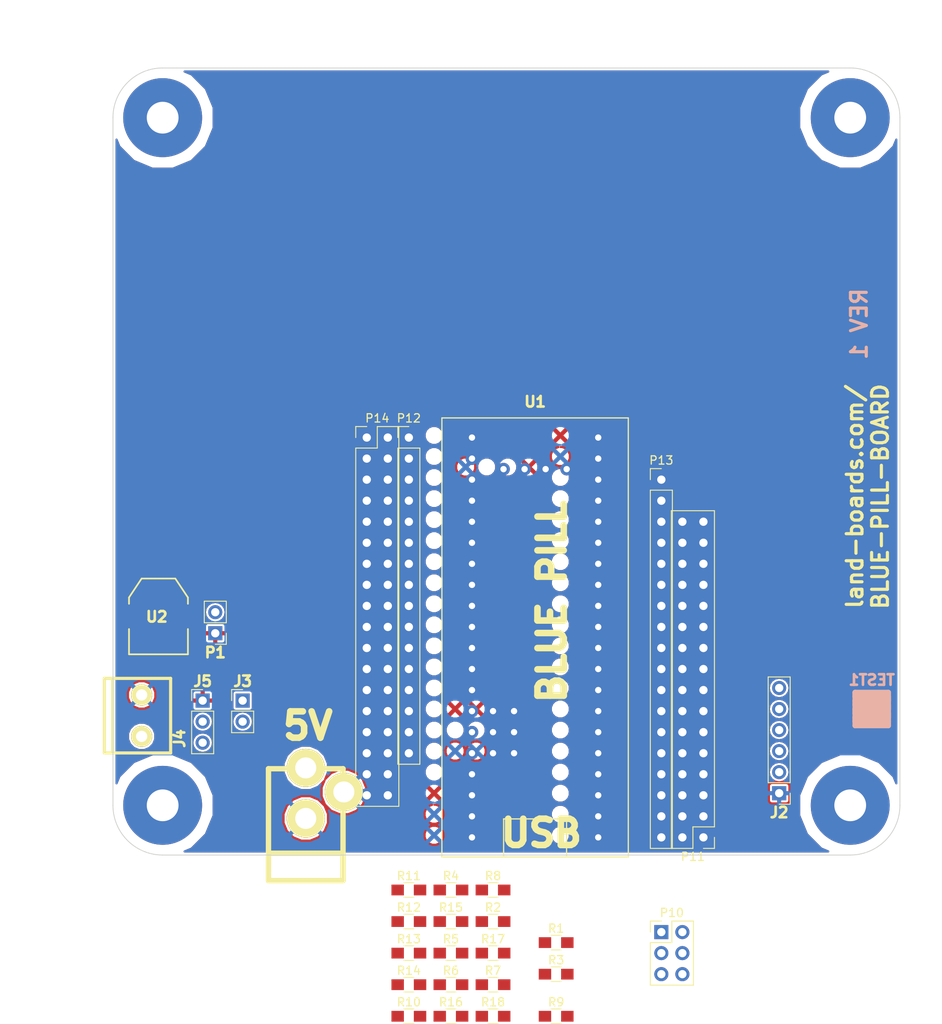
<source format=kicad_pcb>
(kicad_pcb (version 4) (host pcbnew "(after 2015-mar-04 BZR unknown)-product")

  (general
    (links 150)
    (no_connects 68)
    (area 9.949999 9.949999 105.050001 105.050001)
    (thickness 1.6)
    (drawings 20)
    (tracks 0)
    (zones 0)
    (modules 36)
    (nets 46)
  )

  (page B)
  (title_block
    (title OptoIn8-I2C)
    (rev X1)
    (company land-boards.com)
  )

  (layers
    (0 F.Cu signal)
    (31 B.Cu signal)
    (36 B.SilkS user)
    (37 F.SilkS user)
    (38 B.Mask user)
    (39 F.Mask user)
    (40 Dwgs.User user)
    (42 Eco1.User user)
    (44 Edge.Cuts user)
  )

  (setup
    (last_trace_width 0.254)
    (trace_clearance 0.254)
    (zone_clearance 0.254)
    (zone_45_only no)
    (trace_min 0.254)
    (segment_width 0.2)
    (edge_width 0.1)
    (via_size 0.889)
    (via_drill 0.635)
    (via_min_size 0.889)
    (via_min_drill 0.508)
    (uvia_size 0.508)
    (uvia_drill 0.127)
    (uvias_allowed no)
    (uvia_min_size 0.508)
    (uvia_min_drill 0.127)
    (pcb_text_width 0.3)
    (pcb_text_size 1.5 1.5)
    (mod_edge_width 0.15)
    (mod_text_size 1.27 1.27)
    (mod_text_width 0.3175)
    (pad_size 9.525 9.525)
    (pad_drill 3.8354)
    (pad_to_mask_clearance 0)
    (aux_axis_origin 0 0)
    (visible_elements 7FFFFF7F)
    (pcbplotparams
      (layerselection 0x010f0_80000001)
      (usegerberextensions false)
      (excludeedgelayer true)
      (linewidth 0.150000)
      (plotframeref false)
      (viasonmask false)
      (mode 1)
      (useauxorigin false)
      (hpglpennumber 1)
      (hpglpenspeed 20)
      (hpglpendiameter 15)
      (hpglpenoverlay 2)
      (psnegative false)
      (psa4output false)
      (plotreference true)
      (plotvalue true)
      (plotinvisibletext false)
      (padsonsilk false)
      (subtractmaskfromsilk false)
      (outputformat 1)
      (mirror false)
      (drillshape 0)
      (scaleselection 1)
      (outputdirectory plots/))
  )

  (net 0 "")
  (net 1 +5V)
  (net 2 GND)
  (net 3 "Net-(J2-Pad3)")
  (net 4 /STM_TX)
  (net 5 /STM_RX)
  (net 6 +3V3)
  (net 7 /DCIN)
  (net 8 /VO3)
  (net 9 "Net-(P10-Pad1)")
  (net 10 "Net-(P10-Pad3)")
  (net 11 "Net-(P10-Pad5)")
  (net 12 "Net-(P12-Pad2)")
  (net 13 "Net-(P12-Pad3)")
  (net 14 "Net-(P12-Pad4)")
  (net 15 "Net-(P12-Pad5)")
  (net 16 "Net-(P12-Pad6)")
  (net 17 "Net-(P12-Pad7)")
  (net 18 "Net-(P12-Pad8)")
  (net 19 "Net-(P12-Pad9)")
  (net 20 "Net-(P12-Pad10)")
  (net 21 "Net-(P12-Pad11)")
  (net 22 "Net-(P12-Pad12)")
  (net 23 "Net-(P12-Pad13)")
  (net 24 "Net-(P12-Pad14)")
  (net 25 "Net-(P12-Pad15)")
  (net 26 "Net-(P12-Pad16)")
  (net 27 "Net-(P13-Pad2)")
  (net 28 /STM_INT)
  (net 29 /STM_SDA)
  (net 30 /STM_SCL)
  (net 31 "Net-(P13-Pad6)")
  (net 32 "Net-(P13-Pad7)")
  (net 33 "Net-(P13-Pad8)")
  (net 34 "Net-(P13-Pad9)")
  (net 35 "Net-(P13-Pad10)")
  (net 36 "Net-(P13-Pad11)")
  (net 37 "Net-(P13-Pad14)")
  (net 38 "Net-(P13-Pad15)")
  (net 39 "Net-(P13-Pad16)")
  (net 40 "Net-(P13-Pad17)")
  (net 41 "Net-(P13-Pad18)")
  (net 42 "Net-(P8-Pad4)")
  (net 43 "Net-(P6-Pad4)")
  (net 44 "Net-(P4-Pad4)")
  (net 45 "Net-(P2-Pad4)")

  (net_class Default "This is the default net class."
    (clearance 0.254)
    (trace_width 0.254)
    (via_dia 0.889)
    (via_drill 0.635)
    (uvia_dia 0.508)
    (uvia_drill 0.127)
    (add_net +3V3)
    (add_net +5V)
    (add_net /DCIN)
    (add_net /STM_INT)
    (add_net /STM_RX)
    (add_net /STM_SCL)
    (add_net /STM_SDA)
    (add_net /STM_TX)
    (add_net /VO3)
    (add_net GND)
    (add_net "Net-(J2-Pad3)")
    (add_net "Net-(P10-Pad1)")
    (add_net "Net-(P10-Pad3)")
    (add_net "Net-(P10-Pad5)")
    (add_net "Net-(P12-Pad10)")
    (add_net "Net-(P12-Pad11)")
    (add_net "Net-(P12-Pad12)")
    (add_net "Net-(P12-Pad13)")
    (add_net "Net-(P12-Pad14)")
    (add_net "Net-(P12-Pad15)")
    (add_net "Net-(P12-Pad16)")
    (add_net "Net-(P12-Pad2)")
    (add_net "Net-(P12-Pad3)")
    (add_net "Net-(P12-Pad4)")
    (add_net "Net-(P12-Pad5)")
    (add_net "Net-(P12-Pad6)")
    (add_net "Net-(P12-Pad7)")
    (add_net "Net-(P12-Pad8)")
    (add_net "Net-(P12-Pad9)")
    (add_net "Net-(P13-Pad10)")
    (add_net "Net-(P13-Pad11)")
    (add_net "Net-(P13-Pad14)")
    (add_net "Net-(P13-Pad15)")
    (add_net "Net-(P13-Pad16)")
    (add_net "Net-(P13-Pad17)")
    (add_net "Net-(P13-Pad18)")
    (add_net "Net-(P13-Pad2)")
    (add_net "Net-(P13-Pad6)")
    (add_net "Net-(P13-Pad7)")
    (add_net "Net-(P13-Pad8)")
    (add_net "Net-(P13-Pad9)")
    (add_net "Net-(P2-Pad4)")
    (add_net "Net-(P4-Pad4)")
    (add_net "Net-(P6-Pad4)")
    (add_net "Net-(P8-Pad4)")
  )

  (net_class W25 ""
    (clearance 0.381)
    (trace_width 0.635)
    (via_dia 0.889)
    (via_drill 0.635)
    (uvia_dia 0.508)
    (uvia_drill 0.127)
  )

  (module LandBoards_MountHoles:MTG-6-32 (layer F.Cu) (tedit 589658EF) (tstamp 586AB711)
    (at 16 16)
    (path /586AD6D2)
    (fp_text reference MTG1 (at 0 -5.588) (layer F.SilkS) hide
      (effects (font (size 1.27 1.27) (thickness 0.3175)))
    )
    (fp_text value MTG_HOLE (at 0.254 5.842) (layer F.SilkS) hide
      (effects (font (thickness 0.3048)))
    )
    (pad 1 thru_hole circle (at 0 0) (size 9.525 9.525) (drill 3.8354) (layers *.Cu *.Mask)
      (clearance 1.27))
  )

  (module LandBoards_MountHoles:MTG-6-32 (layer F.Cu) (tedit 593AEF7A) (tstamp 586AB715)
    (at 99 16)
    (path /586AD65D)
    (fp_text reference MTG2 (at 0 -5.588) (layer F.SilkS) hide
      (effects (font (size 1.27 1.27) (thickness 0.3175)))
    )
    (fp_text value MTG_HOLE (at 0.254 5.842) (layer F.SilkS) hide
      (effects (font (thickness 0.3048)))
    )
    (pad 1 thru_hole circle (at 0 0) (size 9.525 9.525) (drill 3.8354) (layers *.Cu *.Mask)
      (clearance 1.27))
  )

  (module LandBoards_MountHoles:MTG-6-32 (layer F.Cu) (tedit 589658FB) (tstamp 586AB719)
    (at 16 99)
    (path /586AD691)
    (fp_text reference MTG3 (at 0 -5.588) (layer F.SilkS) hide
      (effects (font (size 1.27 1.27) (thickness 0.3175)))
    )
    (fp_text value MTG_HOLE (at 0.254 5.842) (layer F.SilkS) hide
      (effects (font (thickness 0.3048)))
    )
    (pad 1 thru_hole circle (at 0 0) (size 9.525 9.525) (drill 3.8354) (layers *.Cu *.Mask)
      (clearance 1.27))
  )

  (module LandBoards_MountHoles:MTG-6-32 (layer F.Cu) (tedit 58965917) (tstamp 586AB721)
    (at 99 99)
    (path /586AD5E2)
    (fp_text reference MTG?1 (at 0 -5.588) (layer F.SilkS) hide
      (effects (font (size 1.27 1.27) (thickness 0.3175)))
    )
    (fp_text value MTG_HOLE (at 0.254 5.842) (layer F.SilkS) hide
      (effects (font (thickness 0.3048)))
    )
    (pad 1 thru_hole circle (at 0 0) (size 9.525 9.525) (drill 3.8354) (layers *.Cu *.Mask)
      (clearance 1.27))
  )

  (module LandBoards_Conns:DCJ-NEW (layer F.Cu) (tedit 56264A86) (tstamp 586AC1FA)
    (at 33.274 100.584 90)
    (descr "DC Pwr, 2.1mm Jack")
    (tags "DC Power jack, 2.1mm")
    (path /586AF5C9)
    (fp_text reference J1 (at -0.0508 -6.05028 90) (layer F.SilkS) hide
      (effects (font (size 1.27 1.27) (thickness 0.3175)))
    )
    (fp_text value DCJ0202 (at -6 0 180) (layer F.SilkS) hide
      (effects (font (size 1.016 1.016) (thickness 0.254)))
    )
    (fp_line (start -4.2 4.5) (end -4.2 -4.5) (layer F.SilkS) (width 0.65))
    (fp_line (start -7.5 -4.5) (end -7.5 4.5) (layer F.SilkS) (width 0.65))
    (fp_line (start -7.5 -4.5) (end 6 -4.5) (layer F.SilkS) (width 0.65))
    (fp_line (start 6 -4.5) (end 6 4.5) (layer F.SilkS) (width 0.65))
    (fp_line (start -7.5 4.5) (end 6 4.5) (layer F.SilkS) (width 0.65))
    (pad 2 thru_hole circle (at 0 0 90) (size 4.6 4.6) (drill 2.54) (layers *.Cu *.Mask F.SilkS)
      (net 2 GND))
    (pad 1 thru_hole circle (at 6.1 0 90) (size 4.6 4.6) (drill 2.54) (layers *.Cu *.Mask F.SilkS)
      (net 7 /DCIN))
    (pad 3 thru_hole circle (at 3.2 4.6 90) (size 4.6 4.6) (drill 2.54) (layers *.Cu *.Mask F.SilkS)
      (net 2 GND))
    (model connectors/POWER_21.wrl
      (at (xyz 0 0 0))
      (scale (xyz 0.8 0.8 0.8))
      (rotate (xyz 0 0 0))
    )
  )

  (module LandBoards_Marking:TEST_BLK-REAR (layer F.Cu) (tedit 553D0C6F) (tstamp 5C755867)
    (at 101.6 87.376)
    (path /59399B7A)
    (fp_text reference TEST1 (at 0 -3.5) (layer B.SilkS)
      (effects (font (size 1.27 1.27) (thickness 0.3175)) (justify mirror))
    )
    (fp_text value COUPON (at 0 4) (layer F.SilkS) hide
      (effects (font (thickness 0.3048)))
    )
    (fp_line (start -2 -2) (end 2 -2) (layer B.SilkS) (width 0.65))
    (fp_line (start 2 -2) (end 2 2) (layer B.SilkS) (width 0.65))
    (fp_line (start 2 2) (end -2 2) (layer B.SilkS) (width 0.65))
    (fp_line (start -2 2) (end -2 -2) (layer B.SilkS) (width 0.65))
    (fp_line (start -2 -2) (end -2 -1.5) (layer B.SilkS) (width 0.65))
    (fp_line (start -2 -1.5) (end 2 -1.5) (layer B.SilkS) (width 0.65))
    (fp_line (start 2 -1.5) (end 2 -1) (layer B.SilkS) (width 0.65))
    (fp_line (start 2 -1) (end -2 -1) (layer B.SilkS) (width 0.65))
    (fp_line (start -2 -1) (end -2 -0.5) (layer B.SilkS) (width 0.65))
    (fp_line (start -2 -0.5) (end 2 -0.5) (layer B.SilkS) (width 0.65))
    (fp_line (start 2 -0.5) (end 2 0) (layer B.SilkS) (width 0.65))
    (fp_line (start 2 0) (end -2 0) (layer B.SilkS) (width 0.65))
    (fp_line (start -2 0) (end -2 0.5) (layer B.SilkS) (width 0.65))
    (fp_line (start -2 0.5) (end 1.5 0.5) (layer B.SilkS) (width 0.65))
    (fp_line (start 1.5 0.5) (end 2 0.5) (layer B.SilkS) (width 0.65))
    (fp_line (start 2 0.5) (end 2 1) (layer B.SilkS) (width 0.65))
    (fp_line (start 2 1) (end -2 1) (layer B.SilkS) (width 0.65))
    (fp_line (start -2 1) (end -2 1.5) (layer B.SilkS) (width 0.65))
    (fp_line (start -2 1.5) (end 2 1.5) (layer B.SilkS) (width 0.65))
  )

  (module BP:BLUEPILL (layer F.Cu) (tedit 5C755F60) (tstamp 5C756417)
    (at 60.96 78.74 180)
    (path /5C758D26)
    (fp_text reference U1 (at 0 28.448 180) (layer F.SilkS)
      (effects (font (size 1.27 1.27) (thickness 0.3175)))
    )
    (fp_text value BP (at 0 -24.1 180) (layer F.Fab)
      (effects (font (size 1 1) (thickness 0.15)))
    )
    (fp_line (start -3.8 -26.4) (end -3.8 -21.9) (layer F.SilkS) (width 0.15))
    (fp_line (start -3.8 -21.9) (end 3.8 -21.9) (layer F.SilkS) (width 0.15))
    (fp_line (start 3.8 -21.9) (end 3.8 -26.4) (layer F.SilkS) (width 0.15))
    (fp_line (start -11.25 -26.5) (end 11.25 -26.5) (layer F.SilkS) (width 0.15))
    (fp_line (start 11.25 -26.5) (end 11.25 26.5) (layer F.SilkS) (width 0.15))
    (fp_line (start 11.25 26.5) (end -11.25 26.5) (layer F.SilkS) (width 0.15))
    (fp_line (start -11.25 26.5) (end -11.25 -26.5) (layer F.SilkS) (width 0.15))
    (pad PB12 thru_hole circle (at -7.62 -24.13 180) (size 1.524 1.524) (drill 0.762) (layers *.Cu *.Mask)
      (net 41 "Net-(P13-Pad18)"))
    (pad PB13 thru_hole circle (at -7.62 -21.59 180) (size 1.524 1.524) (drill 0.762) (layers *.Cu *.Mask)
      (net 40 "Net-(P13-Pad17)"))
    (pad PB14 thru_hole circle (at -7.62 -19.05 180) (size 1.524 1.524) (drill 0.762) (layers *.Cu *.Mask)
      (net 39 "Net-(P13-Pad16)"))
    (pad PB15 thru_hole circle (at -7.62 -16.51 180) (size 1.524 1.524) (drill 0.762) (layers *.Cu *.Mask)
      (net 38 "Net-(P13-Pad15)"))
    (pad PA8 thru_hole circle (at -7.62 -13.97 180) (size 1.524 1.524) (drill 0.762) (layers *.Cu *.Mask)
      (net 37 "Net-(P13-Pad14)"))
    (pad PA9 thru_hole circle (at -7.62 -11.43 180) (size 1.524 1.524) (drill 0.762) (layers *.Cu *.Mask)
      (net 4 /STM_TX))
    (pad PA10 thru_hole circle (at -7.62 -8.89 180) (size 1.524 1.524) (drill 0.762) (layers *.Cu *.Mask)
      (net 5 /STM_RX))
    (pad PA11 thru_hole circle (at -7.62 -6.35 180) (size 1.524 1.524) (drill 0.762) (layers *.Cu *.Mask)
      (net 36 "Net-(P13-Pad11)"))
    (pad PA12 thru_hole circle (at -7.62 -3.81 180) (size 1.524 1.524) (drill 0.762) (layers *.Cu *.Mask)
      (net 35 "Net-(P13-Pad10)"))
    (pad PA15 thru_hole circle (at -7.62 -1.27 180) (size 1.524 1.524) (drill 0.762) (layers *.Cu *.Mask)
      (net 34 "Net-(P13-Pad9)"))
    (pad PB3 thru_hole circle (at -7.62 1.27 180) (size 1.524 1.524) (drill 0.762) (layers *.Cu *.Mask)
      (net 33 "Net-(P13-Pad8)"))
    (pad PB4 thru_hole circle (at -7.62 3.81 180) (size 1.524 1.524) (drill 0.762) (layers *.Cu *.Mask)
      (net 32 "Net-(P13-Pad7)"))
    (pad PB5 thru_hole circle (at -7.62 6.35 180) (size 1.524 1.524) (drill 0.762) (layers *.Cu *.Mask)
      (net 31 "Net-(P13-Pad6)"))
    (pad PB6 thru_hole circle (at -7.62 8.89 180) (size 1.524 1.524) (drill 0.762) (layers *.Cu *.Mask)
      (net 30 /STM_SCL))
    (pad PB7 thru_hole circle (at -7.62 11.43 180) (size 1.524 1.524) (drill 0.762) (layers *.Cu *.Mask)
      (net 29 /STM_SDA))
    (pad PB8 thru_hole circle (at -7.62 13.97 180) (size 1.524 1.524) (drill 0.762) (layers *.Cu *.Mask)
      (net 28 /STM_INT))
    (pad PB9 thru_hole circle (at -7.62 16.51 180) (size 1.524 1.524) (drill 0.762) (layers *.Cu *.Mask)
      (net 27 "Net-(P13-Pad2)"))
    (pad G thru_hole circle (at -7.62 21.59 180) (size 1.524 1.524) (drill 0.762) (layers *.Cu *.Mask)
      (net 2 GND))
    (pad 3V3 thru_hole circle (at -7.62 24.13 180) (size 1.524 1.524) (drill 0.762) (layers *.Cu *.Mask)
      (net 6 +3V3))
    (pad VBAT thru_hole circle (at 7.62 24.13 180) (size 1.524 1.524) (drill 0.762) (layers *.Cu *.Mask))
    (pad PC13 thru_hole circle (at 7.62 21.59 180) (size 1.524 1.524) (drill 0.762) (layers *.Cu *.Mask)
      (net 12 "Net-(P12-Pad2)"))
    (pad PC14 thru_hole circle (at 7.62 19.05 180) (size 1.524 1.524) (drill 0.762) (layers *.Cu *.Mask)
      (net 13 "Net-(P12-Pad3)"))
    (pad PC15 thru_hole circle (at 7.62 16.51 180) (size 1.524 1.524) (drill 0.762) (layers *.Cu *.Mask)
      (net 14 "Net-(P12-Pad4)"))
    (pad PA0 thru_hole circle (at 7.62 13.97 180) (size 1.524 1.524) (drill 0.762) (layers *.Cu *.Mask)
      (net 15 "Net-(P12-Pad5)"))
    (pad PA1 thru_hole circle (at 7.62 11.43 180) (size 1.524 1.524) (drill 0.762) (layers *.Cu *.Mask)
      (net 16 "Net-(P12-Pad6)"))
    (pad PA2 thru_hole circle (at 7.62 8.89 180) (size 1.524 1.524) (drill 0.762) (layers *.Cu *.Mask)
      (net 17 "Net-(P12-Pad7)"))
    (pad PA3 thru_hole circle (at 7.62 6.35 180) (size 1.524 1.524) (drill 0.762) (layers *.Cu *.Mask)
      (net 18 "Net-(P12-Pad8)"))
    (pad PA4 thru_hole circle (at 7.62 3.81 180) (size 1.524 1.524) (drill 0.762) (layers *.Cu *.Mask)
      (net 19 "Net-(P12-Pad9)"))
    (pad PA5 thru_hole circle (at 7.62 1.27 180) (size 1.524 1.524) (drill 0.762) (layers *.Cu *.Mask)
      (net 20 "Net-(P12-Pad10)"))
    (pad PA6 thru_hole circle (at 7.62 -1.27 180) (size 1.524 1.524) (drill 0.762) (layers *.Cu *.Mask)
      (net 21 "Net-(P12-Pad11)"))
    (pad PA7 thru_hole circle (at 7.62 -3.81 180) (size 1.524 1.524) (drill 0.762) (layers *.Cu *.Mask)
      (net 22 "Net-(P12-Pad12)"))
    (pad PB0 thru_hole circle (at 7.62 -6.35 180) (size 1.524 1.524) (drill 0.762) (layers *.Cu *.Mask)
      (net 23 "Net-(P12-Pad13)"))
    (pad PB1 thru_hole circle (at 7.62 -8.89 180) (size 1.524 1.524) (drill 0.762) (layers *.Cu *.Mask)
      (net 24 "Net-(P12-Pad14)"))
    (pad PB10 thru_hole circle (at 7.62 -11.43 180) (size 1.524 1.524) (drill 0.762) (layers *.Cu *.Mask)
      (net 25 "Net-(P12-Pad15)"))
    (pad PB11 thru_hole circle (at 7.62 -13.97 180) (size 1.524 1.524) (drill 0.762) (layers *.Cu *.Mask)
      (net 26 "Net-(P12-Pad16)"))
    (pad NRST thru_hole circle (at 7.62 -16.51 180) (size 1.524 1.524) (drill 0.762) (layers *.Cu *.Mask))
    (pad 3V3 thru_hole circle (at 7.62 -19.05 180) (size 1.524 1.524) (drill 0.762) (layers *.Cu *.Mask)
      (net 6 +3V3))
    (pad G thru_hole circle (at 7.62 -21.59 180) (size 1.524 1.524) (drill 0.762) (layers *.Cu *.Mask)
      (net 2 GND))
    (pad G thru_hole circle (at 7.62 -24.13 180) (size 1.524 1.524) (drill 0.762) (layers *.Cu *.Mask)
      (net 2 GND))
    (pad 3V3 thru_hole circle (at -3.81 20.32 180) (size 1.524 1.524) (drill 0.762) (layers *.Cu *.Mask)
      (net 6 +3V3))
    (pad PA13 thru_hole circle (at -1.27 20.32 180) (size 1.524 1.524) (drill 0.762) (layers *.Cu *.Mask))
    (pad PA14 thru_hole circle (at 1.27 20.32 180) (size 1.524 1.524) (drill 0.762) (layers *.Cu *.Mask))
    (pad G thru_hole circle (at 3.81 20.32 180) (size 1.524 1.524) (drill 0.762) (layers *.Cu *.Mask)
      (net 2 GND))
    (pad G thru_hole circle (at 5.08 -13.97 180) (size 1.524 1.524) (drill 0.762) (layers *.Cu *.Mask)
      (net 2 GND))
    (pad BOOT thru_hole circle (at 5.08 -11.43 180) (size 1.524 1.524) (drill 0.762) (layers *.Cu *.Mask))
    (pad 3V3 thru_hole circle (at 5.08 -8.89 180) (size 1.524 1.524) (drill 0.762) (layers *.Cu *.Mask)
      (net 6 +3V3))
    (pad G thru_hole circle (at 2.54 -13.97 180) (size 1.524 1.524) (drill 0.762) (layers *.Cu *.Mask)
      (net 2 GND))
    (pad PB2 thru_hole circle (at 2.54 -11.43 180) (size 1.524 1.524) (drill 0.762) (layers *.Cu *.Mask))
    (pad 3V3 thru_hole circle (at 2.54 -8.89 180) (size 1.524 1.524) (drill 0.762) (layers *.Cu *.Mask)
      (net 6 +3V3))
    (pad 5V thru_hole circle (at -7.62 19.05 180) (size 1.524 1.524) (drill 0.762) (layers *.Cu *.Mask)
      (net 1 +5V))
  )

  (module Pin_Headers:Pin_Header_Straight_1x06_Pitch2.54mm (layer F.Cu) (tedit 5C756AD0) (tstamp 5C75710C)
    (at 90.424 97.536 180)
    (descr "Through hole straight pin header, 1x06, 2.54mm pitch, single row")
    (tags "Through hole pin header THT 1x06 2.54mm single row")
    (path /5C756BA0)
    (fp_text reference J2 (at 0 -2.33 180) (layer F.SilkS)
      (effects (font (size 1.27 1.27) (thickness 0.3175)))
    )
    (fp_text value FTDI-Slave (at 0 15.03 180) (layer F.SilkS) hide
      (effects (font (size 1 1) (thickness 0.15)))
    )
    (fp_line (start -0.635 -1.27) (end 1.27 -1.27) (layer F.Fab) (width 0.1))
    (fp_line (start 1.27 -1.27) (end 1.27 13.97) (layer F.Fab) (width 0.1))
    (fp_line (start 1.27 13.97) (end -1.27 13.97) (layer F.Fab) (width 0.1))
    (fp_line (start -1.27 13.97) (end -1.27 -0.635) (layer F.Fab) (width 0.1))
    (fp_line (start -1.27 -0.635) (end -0.635 -1.27) (layer F.Fab) (width 0.1))
    (fp_line (start -1.33 14.03) (end 1.33 14.03) (layer F.SilkS) (width 0.12))
    (fp_line (start -1.33 1.27) (end -1.33 14.03) (layer F.SilkS) (width 0.12))
    (fp_line (start 1.33 1.27) (end 1.33 14.03) (layer F.SilkS) (width 0.12))
    (fp_line (start -1.33 1.27) (end 1.33 1.27) (layer F.SilkS) (width 0.12))
    (fp_line (start -1.33 0) (end -1.33 -1.33) (layer F.SilkS) (width 0.12))
    (fp_line (start -1.33 -1.33) (end 0 -1.33) (layer F.SilkS) (width 0.12))
    (fp_line (start -1.8 -1.8) (end -1.8 14.5) (layer F.CrtYd) (width 0.05))
    (fp_line (start -1.8 14.5) (end 1.8 14.5) (layer F.CrtYd) (width 0.05))
    (fp_line (start 1.8 14.5) (end 1.8 -1.8) (layer F.CrtYd) (width 0.05))
    (fp_line (start 1.8 -1.8) (end -1.8 -1.8) (layer F.CrtYd) (width 0.05))
    (fp_text user %R (at 0 6.35 270) (layer F.Fab)
      (effects (font (size 1.27 1.27) (thickness 0.3175)))
    )
    (pad 1 thru_hole rect (at 0 0 180) (size 1.7 1.7) (drill 1) (layers *.Cu *.Mask)
      (net 2 GND))
    (pad 2 thru_hole oval (at 0 2.54 180) (size 1.7 1.7) (drill 1) (layers *.Cu *.Mask))
    (pad 3 thru_hole oval (at 0 5.08 180) (size 1.7 1.7) (drill 1) (layers *.Cu *.Mask)
      (net 3 "Net-(J2-Pad3)"))
    (pad 4 thru_hole oval (at 0 7.62 180) (size 1.7 1.7) (drill 1) (layers *.Cu *.Mask)
      (net 4 /STM_TX))
    (pad 5 thru_hole oval (at 0 10.16 180) (size 1.7 1.7) (drill 1) (layers *.Cu *.Mask)
      (net 5 /STM_RX))
    (pad 6 thru_hole oval (at 0 12.7 180) (size 1.7 1.7) (drill 1) (layers *.Cu *.Mask))
    (model ${KISYS3DMOD}/Pin_Headers.3dshapes/Pin_Header_Straight_1x06_Pitch2.54mm.wrl
      (at (xyz 0 0 0))
      (scale (xyz 1 1 1))
      (rotate (xyz 0 0 0))
    )
  )

  (module Pin_Headers:Pin_Header_Straight_1x02_Pitch2.54mm (layer F.Cu) (tedit 5C756B35) (tstamp 5C757122)
    (at 25.654 86.36)
    (descr "Through hole straight pin header, 1x02, 2.54mm pitch, single row")
    (tags "Through hole pin header THT 1x02 2.54mm single row")
    (path /5C756FA4)
    (fp_text reference J3 (at 0 -2.33) (layer F.SilkS)
      (effects (font (size 1.27 1.27) (thickness 0.3175)))
    )
    (fp_text value CONN_01X02 (at 0 4.87) (layer F.SilkS) hide
      (effects (font (size 1 1) (thickness 0.15)))
    )
    (fp_line (start -0.635 -1.27) (end 1.27 -1.27) (layer F.Fab) (width 0.1))
    (fp_line (start 1.27 -1.27) (end 1.27 3.81) (layer F.Fab) (width 0.1))
    (fp_line (start 1.27 3.81) (end -1.27 3.81) (layer F.Fab) (width 0.1))
    (fp_line (start -1.27 3.81) (end -1.27 -0.635) (layer F.Fab) (width 0.1))
    (fp_line (start -1.27 -0.635) (end -0.635 -1.27) (layer F.Fab) (width 0.1))
    (fp_line (start -1.33 3.87) (end 1.33 3.87) (layer F.SilkS) (width 0.12))
    (fp_line (start -1.33 1.27) (end -1.33 3.87) (layer F.SilkS) (width 0.12))
    (fp_line (start 1.33 1.27) (end 1.33 3.87) (layer F.SilkS) (width 0.12))
    (fp_line (start -1.33 1.27) (end 1.33 1.27) (layer F.SilkS) (width 0.12))
    (fp_line (start -1.33 0) (end -1.33 -1.33) (layer F.SilkS) (width 0.12))
    (fp_line (start -1.33 -1.33) (end 0 -1.33) (layer F.SilkS) (width 0.12))
    (fp_line (start -1.8 -1.8) (end -1.8 4.35) (layer F.CrtYd) (width 0.05))
    (fp_line (start -1.8 4.35) (end 1.8 4.35) (layer F.CrtYd) (width 0.05))
    (fp_line (start 1.8 4.35) (end 1.8 -1.8) (layer F.CrtYd) (width 0.05))
    (fp_line (start 1.8 -1.8) (end -1.8 -1.8) (layer F.CrtYd) (width 0.05))
    (fp_text user %R (at 0 1.27 90) (layer F.Fab)
      (effects (font (size 1.27 1.27) (thickness 0.3175)))
    )
    (pad 1 thru_hole rect (at 0 0) (size 1.7 1.7) (drill 1) (layers *.Cu *.Mask)
      (net 1 +5V))
    (pad 2 thru_hole oval (at 0 2.54) (size 1.7 1.7) (drill 1) (layers *.Cu *.Mask)
      (net 7 /DCIN))
    (model ${KISYS3DMOD}/Pin_Headers.3dshapes/Pin_Header_Straight_1x02_Pitch2.54mm.wrl
      (at (xyz 0 0 0))
      (scale (xyz 1 1 1))
      (rotate (xyz 0 0 0))
    )
  )

  (module LandBoards_Conns:TB2-5MM (layer F.Cu) (tedit 5C757484) (tstamp 5C75712D)
    (at 13.462 90.678 90)
    (path /586B07B5)
    (fp_text reference J4 (at -0.254 4.572 90) (layer F.SilkS)
      (effects (font (size 1.27 1.27) (thickness 0.3175)))
    )
    (fp_text value CONN_01X02 (at 2 5 90) (layer F.SilkS) hide
      (effects (font (thickness 0.3048)))
    )
    (fp_line (start -2 -4.5) (end -2 3.5) (layer F.SilkS) (width 0.381))
    (fp_line (start 7 -4.5) (end 7 3.5) (layer F.SilkS) (width 0.381))
    (fp_line (start -2 3.5) (end 7 3.5) (layer F.SilkS) (width 0.381))
    (fp_line (start -2 -3.5) (end 7 -3.5) (layer F.SilkS) (width 0.381))
    (fp_line (start -2 -4.5) (end 7 -4.5) (layer F.SilkS) (width 0.381))
    (pad 1 thru_hole circle (at 0 0 90) (size 2.54 2.54) (drill 1.3589) (layers *.Cu *.Mask F.SilkS)
      (net 1 +5V))
    (pad 2 thru_hole circle (at 5 0 90) (size 2.54 2.54) (drill 1.3589) (layers *.Cu *.Mask F.SilkS)
      (net 2 GND))
  )

  (module Pin_Headers:Pin_Header_Straight_1x03_Pitch2.54mm (layer F.Cu) (tedit 5C756B39) (tstamp 5C757144)
    (at 20.828 86.36)
    (descr "Through hole straight pin header, 1x03, 2.54mm pitch, single row")
    (tags "Through hole pin header THT 1x03 2.54mm single row")
    (path /5C757E14)
    (fp_text reference J5 (at 0 -2.33) (layer F.SilkS)
      (effects (font (size 1.27 1.27) (thickness 0.3175)))
    )
    (fp_text value CONN_01X03 (at 0 7.41) (layer F.SilkS) hide
      (effects (font (size 1 1) (thickness 0.15)))
    )
    (fp_line (start -0.635 -1.27) (end 1.27 -1.27) (layer F.Fab) (width 0.1))
    (fp_line (start 1.27 -1.27) (end 1.27 6.35) (layer F.Fab) (width 0.1))
    (fp_line (start 1.27 6.35) (end -1.27 6.35) (layer F.Fab) (width 0.1))
    (fp_line (start -1.27 6.35) (end -1.27 -0.635) (layer F.Fab) (width 0.1))
    (fp_line (start -1.27 -0.635) (end -0.635 -1.27) (layer F.Fab) (width 0.1))
    (fp_line (start -1.33 6.41) (end 1.33 6.41) (layer F.SilkS) (width 0.12))
    (fp_line (start -1.33 1.27) (end -1.33 6.41) (layer F.SilkS) (width 0.12))
    (fp_line (start 1.33 1.27) (end 1.33 6.41) (layer F.SilkS) (width 0.12))
    (fp_line (start -1.33 1.27) (end 1.33 1.27) (layer F.SilkS) (width 0.12))
    (fp_line (start -1.33 0) (end -1.33 -1.33) (layer F.SilkS) (width 0.12))
    (fp_line (start -1.33 -1.33) (end 0 -1.33) (layer F.SilkS) (width 0.12))
    (fp_line (start -1.8 -1.8) (end -1.8 6.85) (layer F.CrtYd) (width 0.05))
    (fp_line (start -1.8 6.85) (end 1.8 6.85) (layer F.CrtYd) (width 0.05))
    (fp_line (start 1.8 6.85) (end 1.8 -1.8) (layer F.CrtYd) (width 0.05))
    (fp_line (start 1.8 -1.8) (end -1.8 -1.8) (layer F.CrtYd) (width 0.05))
    (fp_text user %R (at 0 2.54 90) (layer F.Fab)
      (effects (font (size 1.27 1.27) (thickness 0.3175)))
    )
    (pad 1 thru_hole rect (at 0 0) (size 1.7 1.7) (drill 1) (layers *.Cu *.Mask)
      (net 6 +3V3))
    (pad 2 thru_hole oval (at 0 2.54) (size 1.7 1.7) (drill 1) (layers *.Cu *.Mask)
      (net 3 "Net-(J2-Pad3)"))
    (pad 3 thru_hole oval (at 0 5.08) (size 1.7 1.7) (drill 1) (layers *.Cu *.Mask)
      (net 1 +5V))
    (model ${KISYS3DMOD}/Pin_Headers.3dshapes/Pin_Header_Straight_1x03_Pitch2.54mm.wrl
      (at (xyz 0 0 0))
      (scale (xyz 1 1 1))
      (rotate (xyz 0 0 0))
    )
  )

  (module Pin_Headers:Pin_Header_Straight_1x02_Pitch2.54mm (layer F.Cu) (tedit 5C7573D7) (tstamp 5C75715A)
    (at 22.352 78.232 180)
    (descr "Through hole straight pin header, 1x02, 2.54mm pitch, single row")
    (tags "Through hole pin header THT 1x02 2.54mm single row")
    (path /5C75776F)
    (fp_text reference P1 (at 0 -2.33 180) (layer F.SilkS)
      (effects (font (size 1.27 1.27) (thickness 0.3175)))
    )
    (fp_text value CONN_01X02 (at 0 4.87 180) (layer F.SilkS) hide
      (effects (font (size 1 1) (thickness 0.15)))
    )
    (fp_line (start -0.635 -1.27) (end 1.27 -1.27) (layer F.Fab) (width 0.1))
    (fp_line (start 1.27 -1.27) (end 1.27 3.81) (layer F.Fab) (width 0.1))
    (fp_line (start 1.27 3.81) (end -1.27 3.81) (layer F.Fab) (width 0.1))
    (fp_line (start -1.27 3.81) (end -1.27 -0.635) (layer F.Fab) (width 0.1))
    (fp_line (start -1.27 -0.635) (end -0.635 -1.27) (layer F.Fab) (width 0.1))
    (fp_line (start -1.33 3.87) (end 1.33 3.87) (layer F.SilkS) (width 0.12))
    (fp_line (start -1.33 1.27) (end -1.33 3.87) (layer F.SilkS) (width 0.12))
    (fp_line (start 1.33 1.27) (end 1.33 3.87) (layer F.SilkS) (width 0.12))
    (fp_line (start -1.33 1.27) (end 1.33 1.27) (layer F.SilkS) (width 0.12))
    (fp_line (start -1.33 0) (end -1.33 -1.33) (layer F.SilkS) (width 0.12))
    (fp_line (start -1.33 -1.33) (end 0 -1.33) (layer F.SilkS) (width 0.12))
    (fp_line (start -1.8 -1.8) (end -1.8 4.35) (layer F.CrtYd) (width 0.05))
    (fp_line (start -1.8 4.35) (end 1.8 4.35) (layer F.CrtYd) (width 0.05))
    (fp_line (start 1.8 4.35) (end 1.8 -1.8) (layer F.CrtYd) (width 0.05))
    (fp_line (start 1.8 -1.8) (end -1.8 -1.8) (layer F.CrtYd) (width 0.05))
    (fp_text user %R (at 0 1.27 270) (layer F.Fab)
      (effects (font (size 1.27 1.27) (thickness 0.3175)))
    )
    (pad 1 thru_hole rect (at 0 0 180) (size 1.7 1.7) (drill 1) (layers *.Cu *.Mask)
      (net 6 +3V3))
    (pad 2 thru_hole oval (at 0 2.54 180) (size 1.7 1.7) (drill 1) (layers *.Cu *.Mask)
      (net 8 /VO3))
    (model ${KISYS3DMOD}/Pin_Headers.3dshapes/Pin_Header_Straight_1x02_Pitch2.54mm.wrl
      (at (xyz 0 0 0))
      (scale (xyz 1 1 1))
      (rotate (xyz 0 0 0))
    )
  )

  (module LandBoards_SMD_Packages:SOT223 (layer F.Cu) (tedit 4FE5D9F6) (tstamp 5C75716A)
    (at 15.494 76.2)
    (descr "module CMS SOT223 4 pins")
    (tags "CMS SOT")
    (path /5C756322)
    (attr smd)
    (fp_text reference U2 (at -0.2032 0.0508) (layer F.SilkS)
      (effects (font (size 1.27 1.27) (thickness 0.3175)))
    )
    (fp_text value AP1117 (at 22.4536 -1.1176 90) (layer F.SilkS) hide
      (effects (font (size 1.016 1.016) (thickness 0.2032)))
    )
    (fp_line (start -3.556 1.524) (end -3.556 4.572) (layer F.SilkS) (width 0.2032))
    (fp_line (start -3.556 4.572) (end 3.556 4.572) (layer F.SilkS) (width 0.2032))
    (fp_line (start 3.556 4.572) (end 3.556 1.524) (layer F.SilkS) (width 0.2032))
    (fp_line (start -3.556 -1.524) (end -3.556 -2.286) (layer F.SilkS) (width 0.2032))
    (fp_line (start -3.556 -2.286) (end -2.032 -4.572) (layer F.SilkS) (width 0.2032))
    (fp_line (start -2.032 -4.572) (end 2.032 -4.572) (layer F.SilkS) (width 0.2032))
    (fp_line (start 2.032 -4.572) (end 3.556 -2.286) (layer F.SilkS) (width 0.2032))
    (fp_line (start 3.556 -2.286) (end 3.556 -1.524) (layer F.SilkS) (width 0.2032))
    (pad 4 smd rect (at 0 -3.302) (size 3.6576 2.032) (layers F.Cu F.Mask)
      (net 8 /VO3))
    (pad 2 smd rect (at 0 3.302) (size 1.016 2.032) (layers F.Cu F.Mask)
      (net 8 /VO3))
    (pad 3 smd rect (at 2.286 3.302) (size 1.016 2.032) (layers F.Cu F.Mask)
      (net 1 +5V))
    (pad 1 smd rect (at -2.286 3.302) (size 1.016 2.032) (layers F.Cu F.Mask)
      (net 2 GND))
    (model smd/SOT223.wrl
      (at (xyz 0 0 0))
      (scale (xyz 0.4 0.4 0.4))
      (rotate (xyz 0 0 0))
    )
  )

  (module Pin_Headers:Pin_Header_Straight_2x03_Pitch2.54mm (layer F.Cu) (tedit 59650532) (tstamp 5C758740)
    (at 76.2 114.3)
    (descr "Through hole straight pin header, 2x03, 2.54mm pitch, double rows")
    (tags "Through hole pin header THT 2x03 2.54mm double row")
    (path /5C761814)
    (fp_text reference P10 (at 1.27 -2.33) (layer F.SilkS)
      (effects (font (size 1 1) (thickness 0.15)))
    )
    (fp_text value CONN_02X03 (at 1.27 7.41) (layer F.Fab)
      (effects (font (size 1 1) (thickness 0.15)))
    )
    (fp_line (start 0 -1.27) (end 3.81 -1.27) (layer F.Fab) (width 0.1))
    (fp_line (start 3.81 -1.27) (end 3.81 6.35) (layer F.Fab) (width 0.1))
    (fp_line (start 3.81 6.35) (end -1.27 6.35) (layer F.Fab) (width 0.1))
    (fp_line (start -1.27 6.35) (end -1.27 0) (layer F.Fab) (width 0.1))
    (fp_line (start -1.27 0) (end 0 -1.27) (layer F.Fab) (width 0.1))
    (fp_line (start -1.33 6.41) (end 3.87 6.41) (layer F.SilkS) (width 0.12))
    (fp_line (start -1.33 1.27) (end -1.33 6.41) (layer F.SilkS) (width 0.12))
    (fp_line (start 3.87 -1.33) (end 3.87 6.41) (layer F.SilkS) (width 0.12))
    (fp_line (start -1.33 1.27) (end 1.27 1.27) (layer F.SilkS) (width 0.12))
    (fp_line (start 1.27 1.27) (end 1.27 -1.33) (layer F.SilkS) (width 0.12))
    (fp_line (start 1.27 -1.33) (end 3.87 -1.33) (layer F.SilkS) (width 0.12))
    (fp_line (start -1.33 0) (end -1.33 -1.33) (layer F.SilkS) (width 0.12))
    (fp_line (start -1.33 -1.33) (end 0 -1.33) (layer F.SilkS) (width 0.12))
    (fp_line (start -1.8 -1.8) (end -1.8 6.85) (layer F.CrtYd) (width 0.05))
    (fp_line (start -1.8 6.85) (end 4.35 6.85) (layer F.CrtYd) (width 0.05))
    (fp_line (start 4.35 6.85) (end 4.35 -1.8) (layer F.CrtYd) (width 0.05))
    (fp_line (start 4.35 -1.8) (end -1.8 -1.8) (layer F.CrtYd) (width 0.05))
    (fp_text user %R (at 1.27 2.54 90) (layer F.Fab)
      (effects (font (size 1 1) (thickness 0.15)))
    )
    (pad 1 thru_hole rect (at 0 0) (size 1.7 1.7) (drill 1) (layers *.Cu *.Mask)
      (net 9 "Net-(P10-Pad1)"))
    (pad 2 thru_hole oval (at 2.54 0) (size 1.7 1.7) (drill 1) (layers *.Cu *.Mask)
      (net 2 GND))
    (pad 3 thru_hole oval (at 0 2.54) (size 1.7 1.7) (drill 1) (layers *.Cu *.Mask)
      (net 10 "Net-(P10-Pad3)"))
    (pad 4 thru_hole oval (at 2.54 2.54) (size 1.7 1.7) (drill 1) (layers *.Cu *.Mask)
      (net 2 GND))
    (pad 5 thru_hole oval (at 0 5.08) (size 1.7 1.7) (drill 1) (layers *.Cu *.Mask)
      (net 11 "Net-(P10-Pad5)"))
    (pad 6 thru_hole oval (at 2.54 5.08) (size 1.7 1.7) (drill 1) (layers *.Cu *.Mask)
      (net 2 GND))
    (model ${KISYS3DMOD}/Pin_Headers.3dshapes/Pin_Header_Straight_2x03_Pitch2.54mm.wrl
      (at (xyz 0 0 0))
      (scale (xyz 1 1 1))
      (rotate (xyz 0 0 0))
    )
  )

  (module Pin_Headers:Pin_Header_Straight_2x16_Pitch2.54mm (layer F.Cu) (tedit 59650533) (tstamp 5C758776)
    (at 81.28 102.87 180)
    (descr "Through hole straight pin header, 2x16, 2.54mm pitch, double rows")
    (tags "Through hole pin header THT 2x16 2.54mm double row")
    (path /5C772587)
    (fp_text reference P11 (at 1.27 -2.33 180) (layer F.SilkS)
      (effects (font (size 1 1) (thickness 0.15)))
    )
    (fp_text value CONN_02X16 (at 1.27 40.43 180) (layer F.Fab)
      (effects (font (size 1 1) (thickness 0.15)))
    )
    (fp_line (start 0 -1.27) (end 3.81 -1.27) (layer F.Fab) (width 0.1))
    (fp_line (start 3.81 -1.27) (end 3.81 39.37) (layer F.Fab) (width 0.1))
    (fp_line (start 3.81 39.37) (end -1.27 39.37) (layer F.Fab) (width 0.1))
    (fp_line (start -1.27 39.37) (end -1.27 0) (layer F.Fab) (width 0.1))
    (fp_line (start -1.27 0) (end 0 -1.27) (layer F.Fab) (width 0.1))
    (fp_line (start -1.33 39.43) (end 3.87 39.43) (layer F.SilkS) (width 0.12))
    (fp_line (start -1.33 1.27) (end -1.33 39.43) (layer F.SilkS) (width 0.12))
    (fp_line (start 3.87 -1.33) (end 3.87 39.43) (layer F.SilkS) (width 0.12))
    (fp_line (start -1.33 1.27) (end 1.27 1.27) (layer F.SilkS) (width 0.12))
    (fp_line (start 1.27 1.27) (end 1.27 -1.33) (layer F.SilkS) (width 0.12))
    (fp_line (start 1.27 -1.33) (end 3.87 -1.33) (layer F.SilkS) (width 0.12))
    (fp_line (start -1.33 0) (end -1.33 -1.33) (layer F.SilkS) (width 0.12))
    (fp_line (start -1.33 -1.33) (end 0 -1.33) (layer F.SilkS) (width 0.12))
    (fp_line (start -1.8 -1.8) (end -1.8 39.9) (layer F.CrtYd) (width 0.05))
    (fp_line (start -1.8 39.9) (end 4.35 39.9) (layer F.CrtYd) (width 0.05))
    (fp_line (start 4.35 39.9) (end 4.35 -1.8) (layer F.CrtYd) (width 0.05))
    (fp_line (start 4.35 -1.8) (end -1.8 -1.8) (layer F.CrtYd) (width 0.05))
    (fp_text user %R (at 1.27 19.05 270) (layer F.Fab)
      (effects (font (size 1 1) (thickness 0.15)))
    )
    (pad 1 thru_hole rect (at 0 0 180) (size 1.7 1.7) (drill 1) (layers *.Cu *.Mask)
      (net 2 GND))
    (pad 2 thru_hole oval (at 2.54 0 180) (size 1.7 1.7) (drill 1) (layers *.Cu *.Mask)
      (net 6 +3V3))
    (pad 3 thru_hole oval (at 0 2.54 180) (size 1.7 1.7) (drill 1) (layers *.Cu *.Mask)
      (net 2 GND))
    (pad 4 thru_hole oval (at 2.54 2.54 180) (size 1.7 1.7) (drill 1) (layers *.Cu *.Mask)
      (net 6 +3V3))
    (pad 5 thru_hole oval (at 0 5.08 180) (size 1.7 1.7) (drill 1) (layers *.Cu *.Mask)
      (net 2 GND))
    (pad 6 thru_hole oval (at 2.54 5.08 180) (size 1.7 1.7) (drill 1) (layers *.Cu *.Mask)
      (net 6 +3V3))
    (pad 7 thru_hole oval (at 0 7.62 180) (size 1.7 1.7) (drill 1) (layers *.Cu *.Mask)
      (net 2 GND))
    (pad 8 thru_hole oval (at 2.54 7.62 180) (size 1.7 1.7) (drill 1) (layers *.Cu *.Mask)
      (net 6 +3V3))
    (pad 9 thru_hole oval (at 0 10.16 180) (size 1.7 1.7) (drill 1) (layers *.Cu *.Mask)
      (net 2 GND))
    (pad 10 thru_hole oval (at 2.54 10.16 180) (size 1.7 1.7) (drill 1) (layers *.Cu *.Mask)
      (net 6 +3V3))
    (pad 11 thru_hole oval (at 0 12.7 180) (size 1.7 1.7) (drill 1) (layers *.Cu *.Mask)
      (net 2 GND))
    (pad 12 thru_hole oval (at 2.54 12.7 180) (size 1.7 1.7) (drill 1) (layers *.Cu *.Mask)
      (net 6 +3V3))
    (pad 13 thru_hole oval (at 0 15.24 180) (size 1.7 1.7) (drill 1) (layers *.Cu *.Mask)
      (net 2 GND))
    (pad 14 thru_hole oval (at 2.54 15.24 180) (size 1.7 1.7) (drill 1) (layers *.Cu *.Mask)
      (net 6 +3V3))
    (pad 15 thru_hole oval (at 0 17.78 180) (size 1.7 1.7) (drill 1) (layers *.Cu *.Mask)
      (net 2 GND))
    (pad 16 thru_hole oval (at 2.54 17.78 180) (size 1.7 1.7) (drill 1) (layers *.Cu *.Mask)
      (net 6 +3V3))
    (pad 17 thru_hole oval (at 0 20.32 180) (size 1.7 1.7) (drill 1) (layers *.Cu *.Mask)
      (net 2 GND))
    (pad 18 thru_hole oval (at 2.54 20.32 180) (size 1.7 1.7) (drill 1) (layers *.Cu *.Mask)
      (net 6 +3V3))
    (pad 19 thru_hole oval (at 0 22.86 180) (size 1.7 1.7) (drill 1) (layers *.Cu *.Mask)
      (net 2 GND))
    (pad 20 thru_hole oval (at 2.54 22.86 180) (size 1.7 1.7) (drill 1) (layers *.Cu *.Mask)
      (net 6 +3V3))
    (pad 21 thru_hole oval (at 0 25.4 180) (size 1.7 1.7) (drill 1) (layers *.Cu *.Mask)
      (net 2 GND))
    (pad 22 thru_hole oval (at 2.54 25.4 180) (size 1.7 1.7) (drill 1) (layers *.Cu *.Mask)
      (net 6 +3V3))
    (pad 23 thru_hole oval (at 0 27.94 180) (size 1.7 1.7) (drill 1) (layers *.Cu *.Mask)
      (net 2 GND))
    (pad 24 thru_hole oval (at 2.54 27.94 180) (size 1.7 1.7) (drill 1) (layers *.Cu *.Mask)
      (net 6 +3V3))
    (pad 25 thru_hole oval (at 0 30.48 180) (size 1.7 1.7) (drill 1) (layers *.Cu *.Mask)
      (net 2 GND))
    (pad 26 thru_hole oval (at 2.54 30.48 180) (size 1.7 1.7) (drill 1) (layers *.Cu *.Mask)
      (net 6 +3V3))
    (pad 27 thru_hole oval (at 0 33.02 180) (size 1.7 1.7) (drill 1) (layers *.Cu *.Mask)
      (net 2 GND))
    (pad 28 thru_hole oval (at 2.54 33.02 180) (size 1.7 1.7) (drill 1) (layers *.Cu *.Mask)
      (net 6 +3V3))
    (pad 29 thru_hole oval (at 0 35.56 180) (size 1.7 1.7) (drill 1) (layers *.Cu *.Mask)
      (net 2 GND))
    (pad 30 thru_hole oval (at 2.54 35.56 180) (size 1.7 1.7) (drill 1) (layers *.Cu *.Mask)
      (net 6 +3V3))
    (pad 31 thru_hole oval (at 0 38.1 180) (size 1.7 1.7) (drill 1) (layers *.Cu *.Mask)
      (net 2 GND))
    (pad 32 thru_hole oval (at 2.54 38.1 180) (size 1.7 1.7) (drill 1) (layers *.Cu *.Mask)
      (net 6 +3V3))
    (model ${KISYS3DMOD}/Pin_Headers.3dshapes/Pin_Header_Straight_2x16_Pitch2.54mm.wrl
      (at (xyz 0 0 0))
      (scale (xyz 1 1 1))
      (rotate (xyz 0 0 0))
    )
  )

  (module Pin_Headers:Pin_Header_Straight_1x16_Pitch2.54mm (layer F.Cu) (tedit 59650532) (tstamp 5C75879A)
    (at 45.72 54.61)
    (descr "Through hole straight pin header, 1x16, 2.54mm pitch, single row")
    (tags "Through hole pin header THT 1x16 2.54mm single row")
    (path /5C77116D)
    (fp_text reference P12 (at 0 -2.33) (layer F.SilkS)
      (effects (font (size 1 1) (thickness 0.15)))
    )
    (fp_text value CONN_01X16 (at 0 40.43) (layer F.Fab)
      (effects (font (size 1 1) (thickness 0.15)))
    )
    (fp_line (start -0.635 -1.27) (end 1.27 -1.27) (layer F.Fab) (width 0.1))
    (fp_line (start 1.27 -1.27) (end 1.27 39.37) (layer F.Fab) (width 0.1))
    (fp_line (start 1.27 39.37) (end -1.27 39.37) (layer F.Fab) (width 0.1))
    (fp_line (start -1.27 39.37) (end -1.27 -0.635) (layer F.Fab) (width 0.1))
    (fp_line (start -1.27 -0.635) (end -0.635 -1.27) (layer F.Fab) (width 0.1))
    (fp_line (start -1.33 39.43) (end 1.33 39.43) (layer F.SilkS) (width 0.12))
    (fp_line (start -1.33 1.27) (end -1.33 39.43) (layer F.SilkS) (width 0.12))
    (fp_line (start 1.33 1.27) (end 1.33 39.43) (layer F.SilkS) (width 0.12))
    (fp_line (start -1.33 1.27) (end 1.33 1.27) (layer F.SilkS) (width 0.12))
    (fp_line (start -1.33 0) (end -1.33 -1.33) (layer F.SilkS) (width 0.12))
    (fp_line (start -1.33 -1.33) (end 0 -1.33) (layer F.SilkS) (width 0.12))
    (fp_line (start -1.8 -1.8) (end -1.8 39.9) (layer F.CrtYd) (width 0.05))
    (fp_line (start -1.8 39.9) (end 1.8 39.9) (layer F.CrtYd) (width 0.05))
    (fp_line (start 1.8 39.9) (end 1.8 -1.8) (layer F.CrtYd) (width 0.05))
    (fp_line (start 1.8 -1.8) (end -1.8 -1.8) (layer F.CrtYd) (width 0.05))
    (fp_text user %R (at 0 19.05 90) (layer F.Fab)
      (effects (font (size 1 1) (thickness 0.15)))
    )
    (pad 1 thru_hole rect (at 0 0) (size 1.7 1.7) (drill 1) (layers *.Cu *.Mask)
      (net 2 GND))
    (pad 2 thru_hole oval (at 0 2.54) (size 1.7 1.7) (drill 1) (layers *.Cu *.Mask)
      (net 12 "Net-(P12-Pad2)"))
    (pad 3 thru_hole oval (at 0 5.08) (size 1.7 1.7) (drill 1) (layers *.Cu *.Mask)
      (net 13 "Net-(P12-Pad3)"))
    (pad 4 thru_hole oval (at 0 7.62) (size 1.7 1.7) (drill 1) (layers *.Cu *.Mask)
      (net 14 "Net-(P12-Pad4)"))
    (pad 5 thru_hole oval (at 0 10.16) (size 1.7 1.7) (drill 1) (layers *.Cu *.Mask)
      (net 15 "Net-(P12-Pad5)"))
    (pad 6 thru_hole oval (at 0 12.7) (size 1.7 1.7) (drill 1) (layers *.Cu *.Mask)
      (net 16 "Net-(P12-Pad6)"))
    (pad 7 thru_hole oval (at 0 15.24) (size 1.7 1.7) (drill 1) (layers *.Cu *.Mask)
      (net 17 "Net-(P12-Pad7)"))
    (pad 8 thru_hole oval (at 0 17.78) (size 1.7 1.7) (drill 1) (layers *.Cu *.Mask)
      (net 18 "Net-(P12-Pad8)"))
    (pad 9 thru_hole oval (at 0 20.32) (size 1.7 1.7) (drill 1) (layers *.Cu *.Mask)
      (net 19 "Net-(P12-Pad9)"))
    (pad 10 thru_hole oval (at 0 22.86) (size 1.7 1.7) (drill 1) (layers *.Cu *.Mask)
      (net 20 "Net-(P12-Pad10)"))
    (pad 11 thru_hole oval (at 0 25.4) (size 1.7 1.7) (drill 1) (layers *.Cu *.Mask)
      (net 21 "Net-(P12-Pad11)"))
    (pad 12 thru_hole oval (at 0 27.94) (size 1.7 1.7) (drill 1) (layers *.Cu *.Mask)
      (net 22 "Net-(P12-Pad12)"))
    (pad 13 thru_hole oval (at 0 30.48) (size 1.7 1.7) (drill 1) (layers *.Cu *.Mask)
      (net 23 "Net-(P12-Pad13)"))
    (pad 14 thru_hole oval (at 0 33.02) (size 1.7 1.7) (drill 1) (layers *.Cu *.Mask)
      (net 24 "Net-(P12-Pad14)"))
    (pad 15 thru_hole oval (at 0 35.56) (size 1.7 1.7) (drill 1) (layers *.Cu *.Mask)
      (net 25 "Net-(P12-Pad15)"))
    (pad 16 thru_hole oval (at 0 38.1) (size 1.7 1.7) (drill 1) (layers *.Cu *.Mask)
      (net 26 "Net-(P12-Pad16)"))
    (model ${KISYS3DMOD}/Pin_Headers.3dshapes/Pin_Header_Straight_1x16_Pitch2.54mm.wrl
      (at (xyz 0 0 0))
      (scale (xyz 1 1 1))
      (rotate (xyz 0 0 0))
    )
  )

  (module Pin_Headers:Pin_Header_Straight_2x18_Pitch2.54mm (layer F.Cu) (tedit 59650533) (tstamp 5C75880E)
    (at 40.64 54.61)
    (descr "Through hole straight pin header, 2x18, 2.54mm pitch, double rows")
    (tags "Through hole pin header THT 2x18 2.54mm double row")
    (path /5C7726D4)
    (fp_text reference P14 (at 1.27 -2.33) (layer F.SilkS)
      (effects (font (size 1 1) (thickness 0.15)))
    )
    (fp_text value CONN_02X18 (at 1.27 45.51) (layer F.Fab)
      (effects (font (size 1 1) (thickness 0.15)))
    )
    (fp_line (start 0 -1.27) (end 3.81 -1.27) (layer F.Fab) (width 0.1))
    (fp_line (start 3.81 -1.27) (end 3.81 44.45) (layer F.Fab) (width 0.1))
    (fp_line (start 3.81 44.45) (end -1.27 44.45) (layer F.Fab) (width 0.1))
    (fp_line (start -1.27 44.45) (end -1.27 0) (layer F.Fab) (width 0.1))
    (fp_line (start -1.27 0) (end 0 -1.27) (layer F.Fab) (width 0.1))
    (fp_line (start -1.33 44.51) (end 3.87 44.51) (layer F.SilkS) (width 0.12))
    (fp_line (start -1.33 1.27) (end -1.33 44.51) (layer F.SilkS) (width 0.12))
    (fp_line (start 3.87 -1.33) (end 3.87 44.51) (layer F.SilkS) (width 0.12))
    (fp_line (start -1.33 1.27) (end 1.27 1.27) (layer F.SilkS) (width 0.12))
    (fp_line (start 1.27 1.27) (end 1.27 -1.33) (layer F.SilkS) (width 0.12))
    (fp_line (start 1.27 -1.33) (end 3.87 -1.33) (layer F.SilkS) (width 0.12))
    (fp_line (start -1.33 0) (end -1.33 -1.33) (layer F.SilkS) (width 0.12))
    (fp_line (start -1.33 -1.33) (end 0 -1.33) (layer F.SilkS) (width 0.12))
    (fp_line (start -1.8 -1.8) (end -1.8 44.95) (layer F.CrtYd) (width 0.05))
    (fp_line (start -1.8 44.95) (end 4.35 44.95) (layer F.CrtYd) (width 0.05))
    (fp_line (start 4.35 44.95) (end 4.35 -1.8) (layer F.CrtYd) (width 0.05))
    (fp_line (start 4.35 -1.8) (end -1.8 -1.8) (layer F.CrtYd) (width 0.05))
    (fp_text user %R (at 1.27 21.59 90) (layer F.Fab)
      (effects (font (size 1 1) (thickness 0.15)))
    )
    (pad 1 thru_hole rect (at 0 0) (size 1.7 1.7) (drill 1) (layers *.Cu *.Mask)
      (net 2 GND))
    (pad 2 thru_hole oval (at 2.54 0) (size 1.7 1.7) (drill 1) (layers *.Cu *.Mask)
      (net 6 +3V3))
    (pad 3 thru_hole oval (at 0 2.54) (size 1.7 1.7) (drill 1) (layers *.Cu *.Mask)
      (net 2 GND))
    (pad 4 thru_hole oval (at 2.54 2.54) (size 1.7 1.7) (drill 1) (layers *.Cu *.Mask)
      (net 6 +3V3))
    (pad 5 thru_hole oval (at 0 5.08) (size 1.7 1.7) (drill 1) (layers *.Cu *.Mask)
      (net 2 GND))
    (pad 6 thru_hole oval (at 2.54 5.08) (size 1.7 1.7) (drill 1) (layers *.Cu *.Mask)
      (net 6 +3V3))
    (pad 7 thru_hole oval (at 0 7.62) (size 1.7 1.7) (drill 1) (layers *.Cu *.Mask)
      (net 2 GND))
    (pad 8 thru_hole oval (at 2.54 7.62) (size 1.7 1.7) (drill 1) (layers *.Cu *.Mask)
      (net 6 +3V3))
    (pad 9 thru_hole oval (at 0 10.16) (size 1.7 1.7) (drill 1) (layers *.Cu *.Mask)
      (net 2 GND))
    (pad 10 thru_hole oval (at 2.54 10.16) (size 1.7 1.7) (drill 1) (layers *.Cu *.Mask)
      (net 6 +3V3))
    (pad 11 thru_hole oval (at 0 12.7) (size 1.7 1.7) (drill 1) (layers *.Cu *.Mask)
      (net 2 GND))
    (pad 12 thru_hole oval (at 2.54 12.7) (size 1.7 1.7) (drill 1) (layers *.Cu *.Mask)
      (net 6 +3V3))
    (pad 13 thru_hole oval (at 0 15.24) (size 1.7 1.7) (drill 1) (layers *.Cu *.Mask)
      (net 2 GND))
    (pad 14 thru_hole oval (at 2.54 15.24) (size 1.7 1.7) (drill 1) (layers *.Cu *.Mask)
      (net 6 +3V3))
    (pad 15 thru_hole oval (at 0 17.78) (size 1.7 1.7) (drill 1) (layers *.Cu *.Mask)
      (net 2 GND))
    (pad 16 thru_hole oval (at 2.54 17.78) (size 1.7 1.7) (drill 1) (layers *.Cu *.Mask)
      (net 6 +3V3))
    (pad 17 thru_hole oval (at 0 20.32) (size 1.7 1.7) (drill 1) (layers *.Cu *.Mask)
      (net 2 GND))
    (pad 18 thru_hole oval (at 2.54 20.32) (size 1.7 1.7) (drill 1) (layers *.Cu *.Mask)
      (net 6 +3V3))
    (pad 19 thru_hole oval (at 0 22.86) (size 1.7 1.7) (drill 1) (layers *.Cu *.Mask)
      (net 2 GND))
    (pad 20 thru_hole oval (at 2.54 22.86) (size 1.7 1.7) (drill 1) (layers *.Cu *.Mask)
      (net 6 +3V3))
    (pad 21 thru_hole oval (at 0 25.4) (size 1.7 1.7) (drill 1) (layers *.Cu *.Mask)
      (net 2 GND))
    (pad 22 thru_hole oval (at 2.54 25.4) (size 1.7 1.7) (drill 1) (layers *.Cu *.Mask)
      (net 6 +3V3))
    (pad 23 thru_hole oval (at 0 27.94) (size 1.7 1.7) (drill 1) (layers *.Cu *.Mask)
      (net 2 GND))
    (pad 24 thru_hole oval (at 2.54 27.94) (size 1.7 1.7) (drill 1) (layers *.Cu *.Mask)
      (net 6 +3V3))
    (pad 25 thru_hole oval (at 0 30.48) (size 1.7 1.7) (drill 1) (layers *.Cu *.Mask)
      (net 2 GND))
    (pad 26 thru_hole oval (at 2.54 30.48) (size 1.7 1.7) (drill 1) (layers *.Cu *.Mask)
      (net 6 +3V3))
    (pad 27 thru_hole oval (at 0 33.02) (size 1.7 1.7) (drill 1) (layers *.Cu *.Mask)
      (net 2 GND))
    (pad 28 thru_hole oval (at 2.54 33.02) (size 1.7 1.7) (drill 1) (layers *.Cu *.Mask)
      (net 6 +3V3))
    (pad 29 thru_hole oval (at 0 35.56) (size 1.7 1.7) (drill 1) (layers *.Cu *.Mask)
      (net 2 GND))
    (pad 30 thru_hole oval (at 2.54 35.56) (size 1.7 1.7) (drill 1) (layers *.Cu *.Mask)
      (net 6 +3V3))
    (pad 31 thru_hole oval (at 0 38.1) (size 1.7 1.7) (drill 1) (layers *.Cu *.Mask)
      (net 2 GND))
    (pad 32 thru_hole oval (at 2.54 38.1) (size 1.7 1.7) (drill 1) (layers *.Cu *.Mask)
      (net 6 +3V3))
    (pad 33 thru_hole oval (at 0 40.64) (size 1.7 1.7) (drill 1) (layers *.Cu *.Mask)
      (net 2 GND))
    (pad 34 thru_hole oval (at 2.54 40.64) (size 1.7 1.7) (drill 1) (layers *.Cu *.Mask)
      (net 6 +3V3))
    (pad 35 thru_hole oval (at 0 43.18) (size 1.7 1.7) (drill 1) (layers *.Cu *.Mask)
      (net 2 GND))
    (pad 36 thru_hole oval (at 2.54 43.18) (size 1.7 1.7) (drill 1) (layers *.Cu *.Mask)
      (net 6 +3V3))
    (model ${KISYS3DMOD}/Pin_Headers.3dshapes/Pin_Header_Straight_2x18_Pitch2.54mm.wrl
      (at (xyz 0 0 0))
      (scale (xyz 1 1 1))
      (rotate (xyz 0 0 0))
    )
  )

  (module Resistors_SMD:R_0805_HandSoldering (layer F.Cu) (tedit 58E0A804) (tstamp 5C75881F)
    (at 63.5 115.57)
    (descr "Resistor SMD 0805, hand soldering")
    (tags "resistor 0805")
    (path /5C762B9A)
    (attr smd)
    (fp_text reference R1 (at 0 -1.7) (layer F.SilkS)
      (effects (font (size 1 1) (thickness 0.15)))
    )
    (fp_text value 10K (at 0 1.75) (layer F.Fab)
      (effects (font (size 1 1) (thickness 0.15)))
    )
    (fp_text user %R (at 0 0) (layer F.Fab)
      (effects (font (size 0.5 0.5) (thickness 0.075)))
    )
    (fp_line (start -1 0.62) (end -1 -0.62) (layer F.Fab) (width 0.1))
    (fp_line (start 1 0.62) (end -1 0.62) (layer F.Fab) (width 0.1))
    (fp_line (start 1 -0.62) (end 1 0.62) (layer F.Fab) (width 0.1))
    (fp_line (start -1 -0.62) (end 1 -0.62) (layer F.Fab) (width 0.1))
    (fp_line (start 0.6 0.88) (end -0.6 0.88) (layer F.SilkS) (width 0.12))
    (fp_line (start -0.6 -0.88) (end 0.6 -0.88) (layer F.SilkS) (width 0.12))
    (fp_line (start -2.35 -0.9) (end 2.35 -0.9) (layer F.CrtYd) (width 0.05))
    (fp_line (start -2.35 -0.9) (end -2.35 0.9) (layer F.CrtYd) (width 0.05))
    (fp_line (start 2.35 0.9) (end 2.35 -0.9) (layer F.CrtYd) (width 0.05))
    (fp_line (start 2.35 0.9) (end -2.35 0.9) (layer F.CrtYd) (width 0.05))
    (pad 1 smd rect (at -1.35 0) (size 1.5 1.3) (layers F.Cu F.Mask)
      (net 6 +3V3))
    (pad 2 smd rect (at 1.35 0) (size 1.5 1.3) (layers F.Cu F.Mask)
      (net 28 /STM_INT))
    (model ${KISYS3DMOD}/Resistors_SMD.3dshapes/R_0805.wrl
      (at (xyz 0 0 0))
      (scale (xyz 1 1 1))
      (rotate (xyz 0 0 0))
    )
  )

  (module Resistors_SMD:R_0805_HandSoldering (layer F.Cu) (tedit 58E0A804) (tstamp 5C758830)
    (at 55.88 113.03)
    (descr "Resistor SMD 0805, hand soldering")
    (tags "resistor 0805")
    (path /5C762E60)
    (attr smd)
    (fp_text reference R2 (at 0 -1.7) (layer F.SilkS)
      (effects (font (size 1 1) (thickness 0.15)))
    )
    (fp_text value 2.2K (at 0 1.75) (layer F.Fab)
      (effects (font (size 1 1) (thickness 0.15)))
    )
    (fp_text user %R (at 0 0) (layer F.Fab)
      (effects (font (size 0.5 0.5) (thickness 0.075)))
    )
    (fp_line (start -1 0.62) (end -1 -0.62) (layer F.Fab) (width 0.1))
    (fp_line (start 1 0.62) (end -1 0.62) (layer F.Fab) (width 0.1))
    (fp_line (start 1 -0.62) (end 1 0.62) (layer F.Fab) (width 0.1))
    (fp_line (start -1 -0.62) (end 1 -0.62) (layer F.Fab) (width 0.1))
    (fp_line (start 0.6 0.88) (end -0.6 0.88) (layer F.SilkS) (width 0.12))
    (fp_line (start -0.6 -0.88) (end 0.6 -0.88) (layer F.SilkS) (width 0.12))
    (fp_line (start -2.35 -0.9) (end 2.35 -0.9) (layer F.CrtYd) (width 0.05))
    (fp_line (start -2.35 -0.9) (end -2.35 0.9) (layer F.CrtYd) (width 0.05))
    (fp_line (start 2.35 0.9) (end 2.35 -0.9) (layer F.CrtYd) (width 0.05))
    (fp_line (start 2.35 0.9) (end -2.35 0.9) (layer F.CrtYd) (width 0.05))
    (pad 1 smd rect (at -1.35 0) (size 1.5 1.3) (layers F.Cu F.Mask)
      (net 6 +3V3))
    (pad 2 smd rect (at 1.35 0) (size 1.5 1.3) (layers F.Cu F.Mask)
      (net 30 /STM_SCL))
    (model ${KISYS3DMOD}/Resistors_SMD.3dshapes/R_0805.wrl
      (at (xyz 0 0 0))
      (scale (xyz 1 1 1))
      (rotate (xyz 0 0 0))
    )
  )

  (module Resistors_SMD:R_0805_HandSoldering (layer F.Cu) (tedit 58E0A804) (tstamp 5C758841)
    (at 63.5 119.38)
    (descr "Resistor SMD 0805, hand soldering")
    (tags "resistor 0805")
    (path /5C762F07)
    (attr smd)
    (fp_text reference R3 (at 0 -1.7) (layer F.SilkS)
      (effects (font (size 1 1) (thickness 0.15)))
    )
    (fp_text value 2.2K (at 0 1.75) (layer F.Fab)
      (effects (font (size 1 1) (thickness 0.15)))
    )
    (fp_text user %R (at 0 0) (layer F.Fab)
      (effects (font (size 0.5 0.5) (thickness 0.075)))
    )
    (fp_line (start -1 0.62) (end -1 -0.62) (layer F.Fab) (width 0.1))
    (fp_line (start 1 0.62) (end -1 0.62) (layer F.Fab) (width 0.1))
    (fp_line (start 1 -0.62) (end 1 0.62) (layer F.Fab) (width 0.1))
    (fp_line (start -1 -0.62) (end 1 -0.62) (layer F.Fab) (width 0.1))
    (fp_line (start 0.6 0.88) (end -0.6 0.88) (layer F.SilkS) (width 0.12))
    (fp_line (start -0.6 -0.88) (end 0.6 -0.88) (layer F.SilkS) (width 0.12))
    (fp_line (start -2.35 -0.9) (end 2.35 -0.9) (layer F.CrtYd) (width 0.05))
    (fp_line (start -2.35 -0.9) (end -2.35 0.9) (layer F.CrtYd) (width 0.05))
    (fp_line (start 2.35 0.9) (end 2.35 -0.9) (layer F.CrtYd) (width 0.05))
    (fp_line (start 2.35 0.9) (end -2.35 0.9) (layer F.CrtYd) (width 0.05))
    (pad 1 smd rect (at -1.35 0) (size 1.5 1.3) (layers F.Cu F.Mask)
      (net 6 +3V3))
    (pad 2 smd rect (at 1.35 0) (size 1.5 1.3) (layers F.Cu F.Mask)
      (net 29 /STM_SDA))
    (model ${KISYS3DMOD}/Resistors_SMD.3dshapes/R_0805.wrl
      (at (xyz 0 0 0))
      (scale (xyz 1 1 1))
      (rotate (xyz 0 0 0))
    )
  )

  (module Resistors_SMD:R_0805_HandSoldering (layer F.Cu) (tedit 58E0A804) (tstamp 5C758852)
    (at 50.8 109.22)
    (descr "Resistor SMD 0805, hand soldering")
    (tags "resistor 0805")
    (path /5C7644BD)
    (attr smd)
    (fp_text reference R4 (at 0 -1.7) (layer F.SilkS)
      (effects (font (size 1 1) (thickness 0.15)))
    )
    (fp_text value 2.2K (at 0 1.75) (layer F.Fab)
      (effects (font (size 1 1) (thickness 0.15)))
    )
    (fp_text user %R (at 0 0) (layer F.Fab)
      (effects (font (size 0.5 0.5) (thickness 0.075)))
    )
    (fp_line (start -1 0.62) (end -1 -0.62) (layer F.Fab) (width 0.1))
    (fp_line (start 1 0.62) (end -1 0.62) (layer F.Fab) (width 0.1))
    (fp_line (start 1 -0.62) (end 1 0.62) (layer F.Fab) (width 0.1))
    (fp_line (start -1 -0.62) (end 1 -0.62) (layer F.Fab) (width 0.1))
    (fp_line (start 0.6 0.88) (end -0.6 0.88) (layer F.SilkS) (width 0.12))
    (fp_line (start -0.6 -0.88) (end 0.6 -0.88) (layer F.SilkS) (width 0.12))
    (fp_line (start -2.35 -0.9) (end 2.35 -0.9) (layer F.CrtYd) (width 0.05))
    (fp_line (start -2.35 -0.9) (end -2.35 0.9) (layer F.CrtYd) (width 0.05))
    (fp_line (start 2.35 0.9) (end 2.35 -0.9) (layer F.CrtYd) (width 0.05))
    (fp_line (start 2.35 0.9) (end -2.35 0.9) (layer F.CrtYd) (width 0.05))
    (pad 1 smd rect (at -1.35 0) (size 1.5 1.3) (layers F.Cu F.Mask)
      (net 42 "Net-(P8-Pad4)"))
    (pad 2 smd rect (at 1.35 0) (size 1.5 1.3) (layers F.Cu F.Mask))
    (model ${KISYS3DMOD}/Resistors_SMD.3dshapes/R_0805.wrl
      (at (xyz 0 0 0))
      (scale (xyz 1 1 1))
      (rotate (xyz 0 0 0))
    )
  )

  (module Resistors_SMD:R_0805_HandSoldering (layer F.Cu) (tedit 58E0A804) (tstamp 5C758863)
    (at 50.8 116.84)
    (descr "Resistor SMD 0805, hand soldering")
    (tags "resistor 0805")
    (path /5C7644C3)
    (attr smd)
    (fp_text reference R5 (at 0 -1.7) (layer F.SilkS)
      (effects (font (size 1 1) (thickness 0.15)))
    )
    (fp_text value 2.2K (at 0 1.75) (layer F.Fab)
      (effects (font (size 1 1) (thickness 0.15)))
    )
    (fp_text user %R (at 0 0) (layer F.Fab)
      (effects (font (size 0.5 0.5) (thickness 0.075)))
    )
    (fp_line (start -1 0.62) (end -1 -0.62) (layer F.Fab) (width 0.1))
    (fp_line (start 1 0.62) (end -1 0.62) (layer F.Fab) (width 0.1))
    (fp_line (start 1 -0.62) (end 1 0.62) (layer F.Fab) (width 0.1))
    (fp_line (start -1 -0.62) (end 1 -0.62) (layer F.Fab) (width 0.1))
    (fp_line (start 0.6 0.88) (end -0.6 0.88) (layer F.SilkS) (width 0.12))
    (fp_line (start -0.6 -0.88) (end 0.6 -0.88) (layer F.SilkS) (width 0.12))
    (fp_line (start -2.35 -0.9) (end 2.35 -0.9) (layer F.CrtYd) (width 0.05))
    (fp_line (start -2.35 -0.9) (end -2.35 0.9) (layer F.CrtYd) (width 0.05))
    (fp_line (start 2.35 0.9) (end 2.35 -0.9) (layer F.CrtYd) (width 0.05))
    (fp_line (start 2.35 0.9) (end -2.35 0.9) (layer F.CrtYd) (width 0.05))
    (pad 1 smd rect (at -1.35 0) (size 1.5 1.3) (layers F.Cu F.Mask)
      (net 42 "Net-(P8-Pad4)"))
    (pad 2 smd rect (at 1.35 0) (size 1.5 1.3) (layers F.Cu F.Mask))
    (model ${KISYS3DMOD}/Resistors_SMD.3dshapes/R_0805.wrl
      (at (xyz 0 0 0))
      (scale (xyz 1 1 1))
      (rotate (xyz 0 0 0))
    )
  )

  (module Resistors_SMD:R_0805_HandSoldering (layer F.Cu) (tedit 58E0A804) (tstamp 5C758874)
    (at 50.8 120.65)
    (descr "Resistor SMD 0805, hand soldering")
    (tags "resistor 0805")
    (path /5C7644C9)
    (attr smd)
    (fp_text reference R6 (at 0 -1.7) (layer F.SilkS)
      (effects (font (size 1 1) (thickness 0.15)))
    )
    (fp_text value 2.2K (at 0 1.75) (layer F.Fab)
      (effects (font (size 1 1) (thickness 0.15)))
    )
    (fp_text user %R (at 0 0) (layer F.Fab)
      (effects (font (size 0.5 0.5) (thickness 0.075)))
    )
    (fp_line (start -1 0.62) (end -1 -0.62) (layer F.Fab) (width 0.1))
    (fp_line (start 1 0.62) (end -1 0.62) (layer F.Fab) (width 0.1))
    (fp_line (start 1 -0.62) (end 1 0.62) (layer F.Fab) (width 0.1))
    (fp_line (start -1 -0.62) (end 1 -0.62) (layer F.Fab) (width 0.1))
    (fp_line (start 0.6 0.88) (end -0.6 0.88) (layer F.SilkS) (width 0.12))
    (fp_line (start -0.6 -0.88) (end 0.6 -0.88) (layer F.SilkS) (width 0.12))
    (fp_line (start -2.35 -0.9) (end 2.35 -0.9) (layer F.CrtYd) (width 0.05))
    (fp_line (start -2.35 -0.9) (end -2.35 0.9) (layer F.CrtYd) (width 0.05))
    (fp_line (start 2.35 0.9) (end 2.35 -0.9) (layer F.CrtYd) (width 0.05))
    (fp_line (start 2.35 0.9) (end -2.35 0.9) (layer F.CrtYd) (width 0.05))
    (pad 1 smd rect (at -1.35 0) (size 1.5 1.3) (layers F.Cu F.Mask)
      (net 42 "Net-(P8-Pad4)"))
    (pad 2 smd rect (at 1.35 0) (size 1.5 1.3) (layers F.Cu F.Mask))
    (model ${KISYS3DMOD}/Resistors_SMD.3dshapes/R_0805.wrl
      (at (xyz 0 0 0))
      (scale (xyz 1 1 1))
      (rotate (xyz 0 0 0))
    )
  )

  (module Resistors_SMD:R_0805_HandSoldering (layer F.Cu) (tedit 58E0A804) (tstamp 5C758885)
    (at 55.88 120.65)
    (descr "Resistor SMD 0805, hand soldering")
    (tags "resistor 0805")
    (path /5C7644CF)
    (attr smd)
    (fp_text reference R7 (at 0 -1.7) (layer F.SilkS)
      (effects (font (size 1 1) (thickness 0.15)))
    )
    (fp_text value 2.2K (at 0 1.75) (layer F.Fab)
      (effects (font (size 1 1) (thickness 0.15)))
    )
    (fp_text user %R (at 0 0) (layer F.Fab)
      (effects (font (size 0.5 0.5) (thickness 0.075)))
    )
    (fp_line (start -1 0.62) (end -1 -0.62) (layer F.Fab) (width 0.1))
    (fp_line (start 1 0.62) (end -1 0.62) (layer F.Fab) (width 0.1))
    (fp_line (start 1 -0.62) (end 1 0.62) (layer F.Fab) (width 0.1))
    (fp_line (start -1 -0.62) (end 1 -0.62) (layer F.Fab) (width 0.1))
    (fp_line (start 0.6 0.88) (end -0.6 0.88) (layer F.SilkS) (width 0.12))
    (fp_line (start -0.6 -0.88) (end 0.6 -0.88) (layer F.SilkS) (width 0.12))
    (fp_line (start -2.35 -0.9) (end 2.35 -0.9) (layer F.CrtYd) (width 0.05))
    (fp_line (start -2.35 -0.9) (end -2.35 0.9) (layer F.CrtYd) (width 0.05))
    (fp_line (start 2.35 0.9) (end 2.35 -0.9) (layer F.CrtYd) (width 0.05))
    (fp_line (start 2.35 0.9) (end -2.35 0.9) (layer F.CrtYd) (width 0.05))
    (pad 1 smd rect (at -1.35 0) (size 1.5 1.3) (layers F.Cu F.Mask)
      (net 43 "Net-(P6-Pad4)"))
    (pad 2 smd rect (at 1.35 0) (size 1.5 1.3) (layers F.Cu F.Mask))
    (model ${KISYS3DMOD}/Resistors_SMD.3dshapes/R_0805.wrl
      (at (xyz 0 0 0))
      (scale (xyz 1 1 1))
      (rotate (xyz 0 0 0))
    )
  )

  (module Resistors_SMD:R_0805_HandSoldering (layer F.Cu) (tedit 58E0A804) (tstamp 5C758896)
    (at 55.88 109.22)
    (descr "Resistor SMD 0805, hand soldering")
    (tags "resistor 0805")
    (path /5C7644D5)
    (attr smd)
    (fp_text reference R8 (at 0 -1.7) (layer F.SilkS)
      (effects (font (size 1 1) (thickness 0.15)))
    )
    (fp_text value 2.2K (at 0 1.75) (layer F.Fab)
      (effects (font (size 1 1) (thickness 0.15)))
    )
    (fp_text user %R (at 0 0) (layer F.Fab)
      (effects (font (size 0.5 0.5) (thickness 0.075)))
    )
    (fp_line (start -1 0.62) (end -1 -0.62) (layer F.Fab) (width 0.1))
    (fp_line (start 1 0.62) (end -1 0.62) (layer F.Fab) (width 0.1))
    (fp_line (start 1 -0.62) (end 1 0.62) (layer F.Fab) (width 0.1))
    (fp_line (start -1 -0.62) (end 1 -0.62) (layer F.Fab) (width 0.1))
    (fp_line (start 0.6 0.88) (end -0.6 0.88) (layer F.SilkS) (width 0.12))
    (fp_line (start -0.6 -0.88) (end 0.6 -0.88) (layer F.SilkS) (width 0.12))
    (fp_line (start -2.35 -0.9) (end 2.35 -0.9) (layer F.CrtYd) (width 0.05))
    (fp_line (start -2.35 -0.9) (end -2.35 0.9) (layer F.CrtYd) (width 0.05))
    (fp_line (start 2.35 0.9) (end 2.35 -0.9) (layer F.CrtYd) (width 0.05))
    (fp_line (start 2.35 0.9) (end -2.35 0.9) (layer F.CrtYd) (width 0.05))
    (pad 1 smd rect (at -1.35 0) (size 1.5 1.3) (layers F.Cu F.Mask)
      (net 43 "Net-(P6-Pad4)"))
    (pad 2 smd rect (at 1.35 0) (size 1.5 1.3) (layers F.Cu F.Mask))
    (model ${KISYS3DMOD}/Resistors_SMD.3dshapes/R_0805.wrl
      (at (xyz 0 0 0))
      (scale (xyz 1 1 1))
      (rotate (xyz 0 0 0))
    )
  )

  (module Resistors_SMD:R_0805_HandSoldering (layer F.Cu) (tedit 58E0A804) (tstamp 5C7588A7)
    (at 63.5 124.46)
    (descr "Resistor SMD 0805, hand soldering")
    (tags "resistor 0805")
    (path /5C7644DB)
    (attr smd)
    (fp_text reference R9 (at 0 -1.7) (layer F.SilkS)
      (effects (font (size 1 1) (thickness 0.15)))
    )
    (fp_text value 2.2K (at 0 1.75) (layer F.Fab)
      (effects (font (size 1 1) (thickness 0.15)))
    )
    (fp_text user %R (at 0 0) (layer F.Fab)
      (effects (font (size 0.5 0.5) (thickness 0.075)))
    )
    (fp_line (start -1 0.62) (end -1 -0.62) (layer F.Fab) (width 0.1))
    (fp_line (start 1 0.62) (end -1 0.62) (layer F.Fab) (width 0.1))
    (fp_line (start 1 -0.62) (end 1 0.62) (layer F.Fab) (width 0.1))
    (fp_line (start -1 -0.62) (end 1 -0.62) (layer F.Fab) (width 0.1))
    (fp_line (start 0.6 0.88) (end -0.6 0.88) (layer F.SilkS) (width 0.12))
    (fp_line (start -0.6 -0.88) (end 0.6 -0.88) (layer F.SilkS) (width 0.12))
    (fp_line (start -2.35 -0.9) (end 2.35 -0.9) (layer F.CrtYd) (width 0.05))
    (fp_line (start -2.35 -0.9) (end -2.35 0.9) (layer F.CrtYd) (width 0.05))
    (fp_line (start 2.35 0.9) (end 2.35 -0.9) (layer F.CrtYd) (width 0.05))
    (fp_line (start 2.35 0.9) (end -2.35 0.9) (layer F.CrtYd) (width 0.05))
    (pad 1 smd rect (at -1.35 0) (size 1.5 1.3) (layers F.Cu F.Mask)
      (net 43 "Net-(P6-Pad4)"))
    (pad 2 smd rect (at 1.35 0) (size 1.5 1.3) (layers F.Cu F.Mask))
    (model ${KISYS3DMOD}/Resistors_SMD.3dshapes/R_0805.wrl
      (at (xyz 0 0 0))
      (scale (xyz 1 1 1))
      (rotate (xyz 0 0 0))
    )
  )

  (module Resistors_SMD:R_0805_HandSoldering (layer F.Cu) (tedit 58E0A804) (tstamp 5C7588B8)
    (at 45.72 124.46)
    (descr "Resistor SMD 0805, hand soldering")
    (tags "resistor 0805")
    (path /5C76407D)
    (attr smd)
    (fp_text reference R10 (at 0 -1.7) (layer F.SilkS)
      (effects (font (size 1 1) (thickness 0.15)))
    )
    (fp_text value 2.2K (at 0 1.75) (layer F.Fab)
      (effects (font (size 1 1) (thickness 0.15)))
    )
    (fp_text user %R (at 0 0) (layer F.Fab)
      (effects (font (size 0.5 0.5) (thickness 0.075)))
    )
    (fp_line (start -1 0.62) (end -1 -0.62) (layer F.Fab) (width 0.1))
    (fp_line (start 1 0.62) (end -1 0.62) (layer F.Fab) (width 0.1))
    (fp_line (start 1 -0.62) (end 1 0.62) (layer F.Fab) (width 0.1))
    (fp_line (start -1 -0.62) (end 1 -0.62) (layer F.Fab) (width 0.1))
    (fp_line (start 0.6 0.88) (end -0.6 0.88) (layer F.SilkS) (width 0.12))
    (fp_line (start -0.6 -0.88) (end 0.6 -0.88) (layer F.SilkS) (width 0.12))
    (fp_line (start -2.35 -0.9) (end 2.35 -0.9) (layer F.CrtYd) (width 0.05))
    (fp_line (start -2.35 -0.9) (end -2.35 0.9) (layer F.CrtYd) (width 0.05))
    (fp_line (start 2.35 0.9) (end 2.35 -0.9) (layer F.CrtYd) (width 0.05))
    (fp_line (start 2.35 0.9) (end -2.35 0.9) (layer F.CrtYd) (width 0.05))
    (pad 1 smd rect (at -1.35 0) (size 1.5 1.3) (layers F.Cu F.Mask)
      (net 44 "Net-(P4-Pad4)"))
    (pad 2 smd rect (at 1.35 0) (size 1.5 1.3) (layers F.Cu F.Mask))
    (model ${KISYS3DMOD}/Resistors_SMD.3dshapes/R_0805.wrl
      (at (xyz 0 0 0))
      (scale (xyz 1 1 1))
      (rotate (xyz 0 0 0))
    )
  )

  (module Resistors_SMD:R_0805_HandSoldering (layer F.Cu) (tedit 58E0A804) (tstamp 5C7588C9)
    (at 45.72 109.22)
    (descr "Resistor SMD 0805, hand soldering")
    (tags "resistor 0805")
    (path /5C7640D7)
    (attr smd)
    (fp_text reference R11 (at 0 -1.7) (layer F.SilkS)
      (effects (font (size 1 1) (thickness 0.15)))
    )
    (fp_text value 2.2K (at 0 1.75) (layer F.Fab)
      (effects (font (size 1 1) (thickness 0.15)))
    )
    (fp_text user %R (at 0 0) (layer F.Fab)
      (effects (font (size 0.5 0.5) (thickness 0.075)))
    )
    (fp_line (start -1 0.62) (end -1 -0.62) (layer F.Fab) (width 0.1))
    (fp_line (start 1 0.62) (end -1 0.62) (layer F.Fab) (width 0.1))
    (fp_line (start 1 -0.62) (end 1 0.62) (layer F.Fab) (width 0.1))
    (fp_line (start -1 -0.62) (end 1 -0.62) (layer F.Fab) (width 0.1))
    (fp_line (start 0.6 0.88) (end -0.6 0.88) (layer F.SilkS) (width 0.12))
    (fp_line (start -0.6 -0.88) (end 0.6 -0.88) (layer F.SilkS) (width 0.12))
    (fp_line (start -2.35 -0.9) (end 2.35 -0.9) (layer F.CrtYd) (width 0.05))
    (fp_line (start -2.35 -0.9) (end -2.35 0.9) (layer F.CrtYd) (width 0.05))
    (fp_line (start 2.35 0.9) (end 2.35 -0.9) (layer F.CrtYd) (width 0.05))
    (fp_line (start 2.35 0.9) (end -2.35 0.9) (layer F.CrtYd) (width 0.05))
    (pad 1 smd rect (at -1.35 0) (size 1.5 1.3) (layers F.Cu F.Mask)
      (net 44 "Net-(P4-Pad4)"))
    (pad 2 smd rect (at 1.35 0) (size 1.5 1.3) (layers F.Cu F.Mask))
    (model ${KISYS3DMOD}/Resistors_SMD.3dshapes/R_0805.wrl
      (at (xyz 0 0 0))
      (scale (xyz 1 1 1))
      (rotate (xyz 0 0 0))
    )
  )

  (module Resistors_SMD:R_0805_HandSoldering (layer F.Cu) (tedit 58E0A804) (tstamp 5C7588DA)
    (at 45.72 113.03)
    (descr "Resistor SMD 0805, hand soldering")
    (tags "resistor 0805")
    (path /5C76412B)
    (attr smd)
    (fp_text reference R12 (at 0 -1.7) (layer F.SilkS)
      (effects (font (size 1 1) (thickness 0.15)))
    )
    (fp_text value 2.2K (at 0 1.75) (layer F.Fab)
      (effects (font (size 1 1) (thickness 0.15)))
    )
    (fp_text user %R (at 0 0) (layer F.Fab)
      (effects (font (size 0.5 0.5) (thickness 0.075)))
    )
    (fp_line (start -1 0.62) (end -1 -0.62) (layer F.Fab) (width 0.1))
    (fp_line (start 1 0.62) (end -1 0.62) (layer F.Fab) (width 0.1))
    (fp_line (start 1 -0.62) (end 1 0.62) (layer F.Fab) (width 0.1))
    (fp_line (start -1 -0.62) (end 1 -0.62) (layer F.Fab) (width 0.1))
    (fp_line (start 0.6 0.88) (end -0.6 0.88) (layer F.SilkS) (width 0.12))
    (fp_line (start -0.6 -0.88) (end 0.6 -0.88) (layer F.SilkS) (width 0.12))
    (fp_line (start -2.35 -0.9) (end 2.35 -0.9) (layer F.CrtYd) (width 0.05))
    (fp_line (start -2.35 -0.9) (end -2.35 0.9) (layer F.CrtYd) (width 0.05))
    (fp_line (start 2.35 0.9) (end 2.35 -0.9) (layer F.CrtYd) (width 0.05))
    (fp_line (start 2.35 0.9) (end -2.35 0.9) (layer F.CrtYd) (width 0.05))
    (pad 1 smd rect (at -1.35 0) (size 1.5 1.3) (layers F.Cu F.Mask)
      (net 44 "Net-(P4-Pad4)"))
    (pad 2 smd rect (at 1.35 0) (size 1.5 1.3) (layers F.Cu F.Mask))
    (model ${KISYS3DMOD}/Resistors_SMD.3dshapes/R_0805.wrl
      (at (xyz 0 0 0))
      (scale (xyz 1 1 1))
      (rotate (xyz 0 0 0))
    )
  )

  (module Resistors_SMD:R_0805_HandSoldering (layer F.Cu) (tedit 58E0A804) (tstamp 5C7588EB)
    (at 45.72 116.84)
    (descr "Resistor SMD 0805, hand soldering")
    (tags "resistor 0805")
    (path /5C7641DB)
    (attr smd)
    (fp_text reference R13 (at 0 -1.7) (layer F.SilkS)
      (effects (font (size 1 1) (thickness 0.15)))
    )
    (fp_text value 2.2K (at 0 1.75) (layer F.Fab)
      (effects (font (size 1 1) (thickness 0.15)))
    )
    (fp_text user %R (at 0 0) (layer F.Fab)
      (effects (font (size 0.5 0.5) (thickness 0.075)))
    )
    (fp_line (start -1 0.62) (end -1 -0.62) (layer F.Fab) (width 0.1))
    (fp_line (start 1 0.62) (end -1 0.62) (layer F.Fab) (width 0.1))
    (fp_line (start 1 -0.62) (end 1 0.62) (layer F.Fab) (width 0.1))
    (fp_line (start -1 -0.62) (end 1 -0.62) (layer F.Fab) (width 0.1))
    (fp_line (start 0.6 0.88) (end -0.6 0.88) (layer F.SilkS) (width 0.12))
    (fp_line (start -0.6 -0.88) (end 0.6 -0.88) (layer F.SilkS) (width 0.12))
    (fp_line (start -2.35 -0.9) (end 2.35 -0.9) (layer F.CrtYd) (width 0.05))
    (fp_line (start -2.35 -0.9) (end -2.35 0.9) (layer F.CrtYd) (width 0.05))
    (fp_line (start 2.35 0.9) (end 2.35 -0.9) (layer F.CrtYd) (width 0.05))
    (fp_line (start 2.35 0.9) (end -2.35 0.9) (layer F.CrtYd) (width 0.05))
    (pad 1 smd rect (at -1.35 0) (size 1.5 1.3) (layers F.Cu F.Mask)
      (net 45 "Net-(P2-Pad4)"))
    (pad 2 smd rect (at 1.35 0) (size 1.5 1.3) (layers F.Cu F.Mask))
    (model ${KISYS3DMOD}/Resistors_SMD.3dshapes/R_0805.wrl
      (at (xyz 0 0 0))
      (scale (xyz 1 1 1))
      (rotate (xyz 0 0 0))
    )
  )

  (module Resistors_SMD:R_0805_HandSoldering (layer F.Cu) (tedit 58E0A804) (tstamp 5C7588FC)
    (at 45.72 120.65)
    (descr "Resistor SMD 0805, hand soldering")
    (tags "resistor 0805")
    (path /5C76AFD1)
    (attr smd)
    (fp_text reference R14 (at 0 -1.7) (layer F.SilkS)
      (effects (font (size 1 1) (thickness 0.15)))
    )
    (fp_text value 2.2K (at 0 1.75) (layer F.Fab)
      (effects (font (size 1 1) (thickness 0.15)))
    )
    (fp_text user %R (at 0 0) (layer F.Fab)
      (effects (font (size 0.5 0.5) (thickness 0.075)))
    )
    (fp_line (start -1 0.62) (end -1 -0.62) (layer F.Fab) (width 0.1))
    (fp_line (start 1 0.62) (end -1 0.62) (layer F.Fab) (width 0.1))
    (fp_line (start 1 -0.62) (end 1 0.62) (layer F.Fab) (width 0.1))
    (fp_line (start -1 -0.62) (end 1 -0.62) (layer F.Fab) (width 0.1))
    (fp_line (start 0.6 0.88) (end -0.6 0.88) (layer F.SilkS) (width 0.12))
    (fp_line (start -0.6 -0.88) (end 0.6 -0.88) (layer F.SilkS) (width 0.12))
    (fp_line (start -2.35 -0.9) (end 2.35 -0.9) (layer F.CrtYd) (width 0.05))
    (fp_line (start -2.35 -0.9) (end -2.35 0.9) (layer F.CrtYd) (width 0.05))
    (fp_line (start 2.35 0.9) (end 2.35 -0.9) (layer F.CrtYd) (width 0.05))
    (fp_line (start 2.35 0.9) (end -2.35 0.9) (layer F.CrtYd) (width 0.05))
    (pad 1 smd rect (at -1.35 0) (size 1.5 1.3) (layers F.Cu F.Mask)
      (net 45 "Net-(P2-Pad4)"))
    (pad 2 smd rect (at 1.35 0) (size 1.5 1.3) (layers F.Cu F.Mask))
    (model ${KISYS3DMOD}/Resistors_SMD.3dshapes/R_0805.wrl
      (at (xyz 0 0 0))
      (scale (xyz 1 1 1))
      (rotate (xyz 0 0 0))
    )
  )

  (module Resistors_SMD:R_0805_HandSoldering (layer F.Cu) (tedit 58E0A804) (tstamp 5C75890D)
    (at 50.8 113.03)
    (descr "Resistor SMD 0805, hand soldering")
    (tags "resistor 0805")
    (path /5C76AFD7)
    (attr smd)
    (fp_text reference R15 (at 0 -1.7) (layer F.SilkS)
      (effects (font (size 1 1) (thickness 0.15)))
    )
    (fp_text value 2.2K (at 0 1.75) (layer F.Fab)
      (effects (font (size 1 1) (thickness 0.15)))
    )
    (fp_text user %R (at 0 0) (layer F.Fab)
      (effects (font (size 0.5 0.5) (thickness 0.075)))
    )
    (fp_line (start -1 0.62) (end -1 -0.62) (layer F.Fab) (width 0.1))
    (fp_line (start 1 0.62) (end -1 0.62) (layer F.Fab) (width 0.1))
    (fp_line (start 1 -0.62) (end 1 0.62) (layer F.Fab) (width 0.1))
    (fp_line (start -1 -0.62) (end 1 -0.62) (layer F.Fab) (width 0.1))
    (fp_line (start 0.6 0.88) (end -0.6 0.88) (layer F.SilkS) (width 0.12))
    (fp_line (start -0.6 -0.88) (end 0.6 -0.88) (layer F.SilkS) (width 0.12))
    (fp_line (start -2.35 -0.9) (end 2.35 -0.9) (layer F.CrtYd) (width 0.05))
    (fp_line (start -2.35 -0.9) (end -2.35 0.9) (layer F.CrtYd) (width 0.05))
    (fp_line (start 2.35 0.9) (end 2.35 -0.9) (layer F.CrtYd) (width 0.05))
    (fp_line (start 2.35 0.9) (end -2.35 0.9) (layer F.CrtYd) (width 0.05))
    (pad 1 smd rect (at -1.35 0) (size 1.5 1.3) (layers F.Cu F.Mask)
      (net 45 "Net-(P2-Pad4)"))
    (pad 2 smd rect (at 1.35 0) (size 1.5 1.3) (layers F.Cu F.Mask))
    (model ${KISYS3DMOD}/Resistors_SMD.3dshapes/R_0805.wrl
      (at (xyz 0 0 0))
      (scale (xyz 1 1 1))
      (rotate (xyz 0 0 0))
    )
  )

  (module Resistors_SMD:R_0805_HandSoldering (layer F.Cu) (tedit 58E0A804) (tstamp 5C75891E)
    (at 50.8 124.46)
    (descr "Resistor SMD 0805, hand soldering")
    (tags "resistor 0805")
    (path /5C760B14)
    (attr smd)
    (fp_text reference R16 (at 0 -1.7) (layer F.SilkS)
      (effects (font (size 1 1) (thickness 0.15)))
    )
    (fp_text value 10K (at 0 1.75) (layer F.Fab)
      (effects (font (size 1 1) (thickness 0.15)))
    )
    (fp_text user %R (at 0 0) (layer F.Fab)
      (effects (font (size 0.5 0.5) (thickness 0.075)))
    )
    (fp_line (start -1 0.62) (end -1 -0.62) (layer F.Fab) (width 0.1))
    (fp_line (start 1 0.62) (end -1 0.62) (layer F.Fab) (width 0.1))
    (fp_line (start 1 -0.62) (end 1 0.62) (layer F.Fab) (width 0.1))
    (fp_line (start -1 -0.62) (end 1 -0.62) (layer F.Fab) (width 0.1))
    (fp_line (start 0.6 0.88) (end -0.6 0.88) (layer F.SilkS) (width 0.12))
    (fp_line (start -0.6 -0.88) (end 0.6 -0.88) (layer F.SilkS) (width 0.12))
    (fp_line (start -2.35 -0.9) (end 2.35 -0.9) (layer F.CrtYd) (width 0.05))
    (fp_line (start -2.35 -0.9) (end -2.35 0.9) (layer F.CrtYd) (width 0.05))
    (fp_line (start 2.35 0.9) (end 2.35 -0.9) (layer F.CrtYd) (width 0.05))
    (fp_line (start 2.35 0.9) (end -2.35 0.9) (layer F.CrtYd) (width 0.05))
    (pad 1 smd rect (at -1.35 0) (size 1.5 1.3) (layers F.Cu F.Mask)
      (net 6 +3V3))
    (pad 2 smd rect (at 1.35 0) (size 1.5 1.3) (layers F.Cu F.Mask)
      (net 11 "Net-(P10-Pad5)"))
    (model ${KISYS3DMOD}/Resistors_SMD.3dshapes/R_0805.wrl
      (at (xyz 0 0 0))
      (scale (xyz 1 1 1))
      (rotate (xyz 0 0 0))
    )
  )

  (module Resistors_SMD:R_0805_HandSoldering (layer F.Cu) (tedit 58E0A804) (tstamp 5C75892F)
    (at 55.88 116.84)
    (descr "Resistor SMD 0805, hand soldering")
    (tags "resistor 0805")
    (path /5C762B02)
    (attr smd)
    (fp_text reference R17 (at 0 -1.7) (layer F.SilkS)
      (effects (font (size 1 1) (thickness 0.15)))
    )
    (fp_text value 10K (at 0 1.75) (layer F.Fab)
      (effects (font (size 1 1) (thickness 0.15)))
    )
    (fp_text user %R (at 0 0) (layer F.Fab)
      (effects (font (size 0.5 0.5) (thickness 0.075)))
    )
    (fp_line (start -1 0.62) (end -1 -0.62) (layer F.Fab) (width 0.1))
    (fp_line (start 1 0.62) (end -1 0.62) (layer F.Fab) (width 0.1))
    (fp_line (start 1 -0.62) (end 1 0.62) (layer F.Fab) (width 0.1))
    (fp_line (start -1 -0.62) (end 1 -0.62) (layer F.Fab) (width 0.1))
    (fp_line (start 0.6 0.88) (end -0.6 0.88) (layer F.SilkS) (width 0.12))
    (fp_line (start -0.6 -0.88) (end 0.6 -0.88) (layer F.SilkS) (width 0.12))
    (fp_line (start -2.35 -0.9) (end 2.35 -0.9) (layer F.CrtYd) (width 0.05))
    (fp_line (start -2.35 -0.9) (end -2.35 0.9) (layer F.CrtYd) (width 0.05))
    (fp_line (start 2.35 0.9) (end 2.35 -0.9) (layer F.CrtYd) (width 0.05))
    (fp_line (start 2.35 0.9) (end -2.35 0.9) (layer F.CrtYd) (width 0.05))
    (pad 1 smd rect (at -1.35 0) (size 1.5 1.3) (layers F.Cu F.Mask)
      (net 6 +3V3))
    (pad 2 smd rect (at 1.35 0) (size 1.5 1.3) (layers F.Cu F.Mask)
      (net 10 "Net-(P10-Pad3)"))
    (model ${KISYS3DMOD}/Resistors_SMD.3dshapes/R_0805.wrl
      (at (xyz 0 0 0))
      (scale (xyz 1 1 1))
      (rotate (xyz 0 0 0))
    )
  )

  (module Resistors_SMD:R_0805_HandSoldering (layer F.Cu) (tedit 58E0A804) (tstamp 5C758940)
    (at 55.88 124.46)
    (descr "Resistor SMD 0805, hand soldering")
    (tags "resistor 0805")
    (path /5C762B4E)
    (attr smd)
    (fp_text reference R18 (at 0 -1.7) (layer F.SilkS)
      (effects (font (size 1 1) (thickness 0.15)))
    )
    (fp_text value 10K (at 0 1.75) (layer F.Fab)
      (effects (font (size 1 1) (thickness 0.15)))
    )
    (fp_text user %R (at 0 0) (layer F.Fab)
      (effects (font (size 0.5 0.5) (thickness 0.075)))
    )
    (fp_line (start -1 0.62) (end -1 -0.62) (layer F.Fab) (width 0.1))
    (fp_line (start 1 0.62) (end -1 0.62) (layer F.Fab) (width 0.1))
    (fp_line (start 1 -0.62) (end 1 0.62) (layer F.Fab) (width 0.1))
    (fp_line (start -1 -0.62) (end 1 -0.62) (layer F.Fab) (width 0.1))
    (fp_line (start 0.6 0.88) (end -0.6 0.88) (layer F.SilkS) (width 0.12))
    (fp_line (start -0.6 -0.88) (end 0.6 -0.88) (layer F.SilkS) (width 0.12))
    (fp_line (start -2.35 -0.9) (end 2.35 -0.9) (layer F.CrtYd) (width 0.05))
    (fp_line (start -2.35 -0.9) (end -2.35 0.9) (layer F.CrtYd) (width 0.05))
    (fp_line (start 2.35 0.9) (end 2.35 -0.9) (layer F.CrtYd) (width 0.05))
    (fp_line (start 2.35 0.9) (end -2.35 0.9) (layer F.CrtYd) (width 0.05))
    (pad 1 smd rect (at -1.35 0) (size 1.5 1.3) (layers F.Cu F.Mask)
      (net 6 +3V3))
    (pad 2 smd rect (at 1.35 0) (size 1.5 1.3) (layers F.Cu F.Mask)
      (net 9 "Net-(P10-Pad1)"))
    (model ${KISYS3DMOD}/Resistors_SMD.3dshapes/R_0805.wrl
      (at (xyz 0 0 0))
      (scale (xyz 1 1 1))
      (rotate (xyz 0 0 0))
    )
  )

  (module Pin_Headers:Pin_Header_Straight_1x18_Pitch2.54mm (layer F.Cu) (tedit 59650532) (tstamp 5C758CD1)
    (at 76.2 59.69)
    (descr "Through hole straight pin header, 1x18, 2.54mm pitch, single row")
    (tags "Through hole pin header THT 1x18 2.54mm single row")
    (path /5C771B54)
    (fp_text reference P13 (at 0 -2.33) (layer F.SilkS)
      (effects (font (size 1 1) (thickness 0.15)))
    )
    (fp_text value CONN_01X18 (at 0 45.51) (layer F.Fab)
      (effects (font (size 1 1) (thickness 0.15)))
    )
    (fp_line (start -0.635 -1.27) (end 1.27 -1.27) (layer F.Fab) (width 0.1))
    (fp_line (start 1.27 -1.27) (end 1.27 44.45) (layer F.Fab) (width 0.1))
    (fp_line (start 1.27 44.45) (end -1.27 44.45) (layer F.Fab) (width 0.1))
    (fp_line (start -1.27 44.45) (end -1.27 -0.635) (layer F.Fab) (width 0.1))
    (fp_line (start -1.27 -0.635) (end -0.635 -1.27) (layer F.Fab) (width 0.1))
    (fp_line (start -1.33 44.51) (end 1.33 44.51) (layer F.SilkS) (width 0.12))
    (fp_line (start -1.33 1.27) (end -1.33 44.51) (layer F.SilkS) (width 0.12))
    (fp_line (start 1.33 1.27) (end 1.33 44.51) (layer F.SilkS) (width 0.12))
    (fp_line (start -1.33 1.27) (end 1.33 1.27) (layer F.SilkS) (width 0.12))
    (fp_line (start -1.33 0) (end -1.33 -1.33) (layer F.SilkS) (width 0.12))
    (fp_line (start -1.33 -1.33) (end 0 -1.33) (layer F.SilkS) (width 0.12))
    (fp_line (start -1.8 -1.8) (end -1.8 44.95) (layer F.CrtYd) (width 0.05))
    (fp_line (start -1.8 44.95) (end 1.8 44.95) (layer F.CrtYd) (width 0.05))
    (fp_line (start 1.8 44.95) (end 1.8 -1.8) (layer F.CrtYd) (width 0.05))
    (fp_line (start 1.8 -1.8) (end -1.8 -1.8) (layer F.CrtYd) (width 0.05))
    (fp_text user %R (at 0 21.59 90) (layer F.Fab)
      (effects (font (size 1 1) (thickness 0.15)))
    )
    (pad 1 thru_hole rect (at 0 0) (size 1.7 1.7) (drill 1) (layers *.Cu *.Mask))
    (pad 2 thru_hole oval (at 0 2.54) (size 1.7 1.7) (drill 1) (layers *.Cu *.Mask)
      (net 27 "Net-(P13-Pad2)"))
    (pad 3 thru_hole oval (at 0 5.08) (size 1.7 1.7) (drill 1) (layers *.Cu *.Mask)
      (net 28 /STM_INT))
    (pad 4 thru_hole oval (at 0 7.62) (size 1.7 1.7) (drill 1) (layers *.Cu *.Mask)
      (net 29 /STM_SDA))
    (pad 5 thru_hole oval (at 0 10.16) (size 1.7 1.7) (drill 1) (layers *.Cu *.Mask)
      (net 30 /STM_SCL))
    (pad 6 thru_hole oval (at 0 12.7) (size 1.7 1.7) (drill 1) (layers *.Cu *.Mask)
      (net 31 "Net-(P13-Pad6)"))
    (pad 7 thru_hole oval (at 0 15.24) (size 1.7 1.7) (drill 1) (layers *.Cu *.Mask)
      (net 32 "Net-(P13-Pad7)"))
    (pad 8 thru_hole oval (at 0 17.78) (size 1.7 1.7) (drill 1) (layers *.Cu *.Mask)
      (net 33 "Net-(P13-Pad8)"))
    (pad 9 thru_hole oval (at 0 20.32) (size 1.7 1.7) (drill 1) (layers *.Cu *.Mask)
      (net 34 "Net-(P13-Pad9)"))
    (pad 10 thru_hole oval (at 0 22.86) (size 1.7 1.7) (drill 1) (layers *.Cu *.Mask)
      (net 35 "Net-(P13-Pad10)"))
    (pad 11 thru_hole oval (at 0 25.4) (size 1.7 1.7) (drill 1) (layers *.Cu *.Mask)
      (net 36 "Net-(P13-Pad11)"))
    (pad 12 thru_hole oval (at 0 27.94) (size 1.7 1.7) (drill 1) (layers *.Cu *.Mask)
      (net 5 /STM_RX))
    (pad 13 thru_hole oval (at 0 30.48) (size 1.7 1.7) (drill 1) (layers *.Cu *.Mask)
      (net 4 /STM_TX))
    (pad 14 thru_hole oval (at 0 33.02) (size 1.7 1.7) (drill 1) (layers *.Cu *.Mask)
      (net 37 "Net-(P13-Pad14)"))
    (pad 15 thru_hole oval (at 0 35.56) (size 1.7 1.7) (drill 1) (layers *.Cu *.Mask)
      (net 38 "Net-(P13-Pad15)"))
    (pad 16 thru_hole oval (at 0 38.1) (size 1.7 1.7) (drill 1) (layers *.Cu *.Mask)
      (net 39 "Net-(P13-Pad16)"))
    (pad 17 thru_hole oval (at 0 40.64) (size 1.7 1.7) (drill 1) (layers *.Cu *.Mask)
      (net 40 "Net-(P13-Pad17)"))
    (pad 18 thru_hole oval (at 0 43.18) (size 1.7 1.7) (drill 1) (layers *.Cu *.Mask)
      (net 41 "Net-(P13-Pad18)"))
    (model ${KISYS3DMOD}/Pin_Headers.3dshapes/Pin_Header_Straight_1x18_Pitch2.54mm.wrl
      (at (xyz 0 0 0))
      (scale (xyz 1 1 1))
      (rotate (xyz 0 0 0))
    )
  )

  (dimension 83 (width 0.3) (layer Dwgs.User)
    (gr_text "83.000 mm" (at 57.5 6.65) (layer Dwgs.User)
      (effects (font (size 1.5 1.5) (thickness 0.3)))
    )
    (feature1 (pts (xy 99 16) (xy 99 5.3)))
    (feature2 (pts (xy 16 16) (xy 16 5.3)))
    (crossbar (pts (xy 16 8) (xy 99 8)))
    (arrow1a (pts (xy 99 8) (xy 97.873496 8.586421)))
    (arrow1b (pts (xy 99 8) (xy 97.873496 7.413579)))
    (arrow2a (pts (xy 16 8) (xy 17.126504 8.586421)))
    (arrow2b (pts (xy 16 8) (xy 17.126504 7.413579)))
  )
  (dimension 95 (width 0.3) (layer Dwgs.User)
    (gr_text "95.000 mm" (at 57.5 3.65) (layer Dwgs.User)
      (effects (font (size 1.5 1.5) (thickness 0.3)))
    )
    (feature1 (pts (xy 105 10) (xy 105 2.3)))
    (feature2 (pts (xy 10 10) (xy 10 2.3)))
    (crossbar (pts (xy 10 5) (xy 105 5)))
    (arrow1a (pts (xy 105 5) (xy 103.873496 5.586421)))
    (arrow1b (pts (xy 105 5) (xy 103.873496 4.413579)))
    (arrow2a (pts (xy 10 5) (xy 11.126504 5.586421)))
    (arrow2b (pts (xy 10 5) (xy 11.126504 4.413579)))
  )
  (gr_text USB (at 61.722 102.362) (layer F.SilkS)
    (effects (font (size 3.175 3.175) (thickness 0.79375)))
  )
  (gr_text "BLUE PILL" (at 62.992 74.422 90) (layer F.SilkS)
    (effects (font (size 3.175 3.175) (thickness 0.79375)))
  )
  (gr_text 5V (at 33.528 89.408) (layer F.SilkS)
    (effects (font (size 3.175 3.175) (thickness 0.79375)))
  )
  (gr_line (start 16 107) (end 16 7) (angle 90) (layer Dwgs.User) (width 0.2))
  (dimension 83 (width 0.3) (layer Dwgs.User)
    (gr_text "83.000 mm" (at 6.650001 57.5 270) (layer Dwgs.User)
      (effects (font (size 1.5 1.5) (thickness 0.3)))
    )
    (feature1 (pts (xy 16 99) (xy 5.300001 99)))
    (feature2 (pts (xy 16 16) (xy 5.300001 16)))
    (crossbar (pts (xy 8.000001 16) (xy 8.000001 99)))
    (arrow1a (pts (xy 8.000001 99) (xy 7.41358 97.873496)))
    (arrow1b (pts (xy 8.000001 99) (xy 8.586422 97.873496)))
    (arrow2a (pts (xy 8.000001 16) (xy 7.41358 17.126504)))
    (arrow2b (pts (xy 8.000001 16) (xy 8.586422 17.126504)))
  )
  (dimension 95 (width 0.3) (layer Dwgs.User)
    (gr_text "95.000 mm" (at 2.650001 57.5 270) (layer Dwgs.User)
      (effects (font (size 1.5 1.5) (thickness 0.3)))
    )
    (feature1 (pts (xy 16 105) (xy 1.300001 105)))
    (feature2 (pts (xy 16 10) (xy 1.300001 10)))
    (crossbar (pts (xy 4.000001 10) (xy 4.000001 105)))
    (arrow1a (pts (xy 4.000001 105) (xy 3.41358 103.873496)))
    (arrow1b (pts (xy 4.000001 105) (xy 4.586422 103.873496)))
    (arrow2a (pts (xy 4.000001 10) (xy 3.41358 11.126504)))
    (arrow2b (pts (xy 4.000001 10) (xy 4.586422 11.126504)))
  )
  (gr_line (start 99 109) (end 99 7) (angle 90) (layer Dwgs.User) (width 0.2))
  (gr_line (start 8 99) (end 110 99) (angle 90) (layer Dwgs.User) (width 0.2))
  (gr_text "REV 1" (at 100.076 40.894 90) (layer B.SilkS)
    (effects (font (size 1.905 1.905) (thickness 0.381)) (justify mirror))
  )
  (gr_line (start 10 99) (end 10 16) (angle 90) (layer Edge.Cuts) (width 0.1))
  (gr_line (start 99 105) (end 16 105) (angle 90) (layer Edge.Cuts) (width 0.1))
  (gr_line (start 105 16) (end 105 99) (angle 90) (layer Edge.Cuts) (width 0.1))
  (gr_line (start 16 10) (end 99 10) (angle 90) (layer Edge.Cuts) (width 0.1))
  (gr_arc (start 16 99) (end 16 105) (angle 90) (layer Edge.Cuts) (width 0.1))
  (gr_arc (start 99 99) (end 105 99) (angle 90) (layer Edge.Cuts) (width 0.1))
  (gr_arc (start 99 16) (end 99 10) (angle 90) (layer Edge.Cuts) (width 0.1))
  (gr_arc (start 16 16) (end 10 16) (angle 90) (layer Edge.Cuts) (width 0.1))
  (gr_text "land-boards.com/\nBLUE-PILL-BOARD" (at 101.092 61.722 90) (layer F.SilkS)
    (effects (font (size 1.905 1.905) (thickness 0.381)))
  )

  (zone (net 6) (net_name +3V3) (layer F.Cu) (tstamp 586ABC7C) (hatch edge 0.508)
    (connect_pads (clearance 0.254))
    (min_thickness 0.254)
    (fill yes (arc_segments 16) (thermal_gap 0.508) (thermal_bridge_width 0.508))
    (polygon
      (pts
        (xy 16 10) (xy 99 10) (xy 105 16) (xy 105 99) (xy 99 105)
        (xy 16 105) (xy 10 97) (xy 10 15)
      )
    )
    (filled_polygon
      (pts
        (xy 104.569 96.348473) (xy 104.224815 95.515482) (xy 102.493632 93.781275) (xy 100.230575 92.841571) (xy 97.780175 92.839433)
        (xy 95.515482 93.775185) (xy 93.781275 95.506368) (xy 92.841571 97.769425) (xy 92.839433 100.219825) (xy 93.775185 102.484518)
        (xy 95.506368 104.218725) (xy 96.349923 104.569) (xy 91.679117 104.569) (xy 91.679117 94.996) (xy 91.679117 92.456)
        (xy 91.679117 89.916) (xy 91.679117 87.376) (xy 91.679117 84.836) (xy 91.585413 84.364917) (xy 91.318565 83.965552)
        (xy 90.9192 83.698704) (xy 90.448117 83.605) (xy 90.399883 83.605) (xy 89.9288 83.698704) (xy 89.529435 83.965552)
        (xy 89.262587 84.364917) (xy 89.168883 84.836) (xy 89.262587 85.307083) (xy 89.529435 85.706448) (xy 89.9288 85.973296)
        (xy 90.399883 86.067) (xy 90.448117 86.067) (xy 90.9192 85.973296) (xy 91.318565 85.706448) (xy 91.585413 85.307083)
        (xy 91.679117 84.836) (xy 91.679117 87.376) (xy 91.585413 86.904917) (xy 91.318565 86.505552) (xy 90.9192 86.238704)
        (xy 90.448117 86.145) (xy 90.399883 86.145) (xy 89.9288 86.238704) (xy 89.529435 86.505552) (xy 89.262587 86.904917)
        (xy 89.168883 87.376) (xy 89.262587 87.847083) (xy 89.529435 88.246448) (xy 89.9288 88.513296) (xy 90.399883 88.607)
        (xy 90.448117 88.607) (xy 90.9192 88.513296) (xy 91.318565 88.246448) (xy 91.585413 87.847083) (xy 91.679117 87.376)
        (xy 91.679117 89.916) (xy 91.585413 89.444917) (xy 91.318565 89.045552) (xy 90.9192 88.778704) (xy 90.448117 88.685)
        (xy 90.399883 88.685) (xy 89.9288 88.778704) (xy 89.529435 89.045552) (xy 89.262587 89.444917) (xy 89.168883 89.916)
        (xy 89.262587 90.387083) (xy 89.529435 90.786448) (xy 89.9288 91.053296) (xy 90.399883 91.147) (xy 90.448117 91.147)
        (xy 90.9192 91.053296) (xy 91.318565 90.786448) (xy 91.585413 90.387083) (xy 91.679117 89.916) (xy 91.679117 92.456)
        (xy 91.585413 91.984917) (xy 91.318565 91.585552) (xy 90.9192 91.318704) (xy 90.448117 91.225) (xy 90.399883 91.225)
        (xy 89.9288 91.318704) (xy 89.529435 91.585552) (xy 89.262587 91.984917) (xy 89.168883 92.456) (xy 89.262587 92.927083)
        (xy 89.529435 93.326448) (xy 89.9288 93.593296) (xy 90.399883 93.687) (xy 90.448117 93.687) (xy 90.9192 93.593296)
        (xy 91.318565 93.326448) (xy 91.585413 92.927083) (xy 91.679117 92.456) (xy 91.679117 94.996) (xy 91.585413 94.524917)
        (xy 91.318565 94.125552) (xy 90.9192 93.858704) (xy 90.448117 93.765) (xy 90.399883 93.765) (xy 89.9288 93.858704)
        (xy 89.529435 94.125552) (xy 89.262587 94.524917) (xy 89.168883 94.996) (xy 89.262587 95.467083) (xy 89.529435 95.866448)
        (xy 89.9288 96.133296) (xy 90.399883 96.227) (xy 90.448117 96.227) (xy 90.9192 96.133296) (xy 91.318565 95.866448)
        (xy 91.585413 95.467083) (xy 91.679117 94.996) (xy 91.679117 104.569) (xy 91.662464 104.569) (xy 91.662464 98.386)
        (xy 91.662464 96.686) (xy 91.634278 96.540726) (xy 91.550404 96.413044) (xy 91.423784 96.327574) (xy 91.274 96.297536)
        (xy 89.574 96.297536) (xy 89.428726 96.325722) (xy 89.301044 96.409596) (xy 89.215574 96.536216) (xy 89.185536 96.686)
        (xy 89.185536 98.386) (xy 89.213722 98.531274) (xy 89.297596 98.658956) (xy 89.424216 98.744426) (xy 89.574 98.774464)
        (xy 91.274 98.774464) (xy 91.419274 98.746278) (xy 91.546956 98.662404) (xy 91.632426 98.535784) (xy 91.662464 98.386)
        (xy 91.662464 104.569) (xy 65.417144 104.569) (xy 65.417144 54.563698) (xy 65.389362 54.008632) (xy 65.230397 53.624857)
        (xy 64.988213 53.555392) (xy 64.808608 53.734997) (xy 64.808608 53.375787) (xy 64.739143 53.133603) (xy 64.215698 52.946856)
        (xy 63.660632 52.974638) (xy 63.276857 53.133603) (xy 63.207392 53.375787) (xy 64.008 54.176395) (xy 64.808608 53.375787)
        (xy 64.808608 53.734997) (xy 64.187605 54.356) (xy 64.988213 55.156608) (xy 65.230397 55.087143) (xy 65.417144 54.563698)
        (xy 65.417144 104.569) (xy 65.151198 104.569) (xy 65.151198 102.389641) (xy 65.151198 99.849641) (xy 65.151198 97.309641)
        (xy 65.151198 94.769641) (xy 65.151198 92.229641) (xy 65.151198 89.689641) (xy 65.151198 87.149641) (xy 65.151198 84.609641)
        (xy 65.151198 82.069641) (xy 65.151198 79.529641) (xy 65.151198 76.989641) (xy 65.151198 74.449641) (xy 65.151198 71.909641)
        (xy 65.151198 69.369641) (xy 65.151198 66.829641) (xy 65.151198 64.289641) (xy 65.151198 61.749641) (xy 65.151198 59.209641)
        (xy 65.151198 56.669641) (xy 64.977554 56.249388) (xy 64.656303 55.927577) (xy 64.236354 55.753199) (xy 64.042339 55.753029)
        (xy 64.355368 55.737362) (xy 64.739143 55.578397) (xy 64.808608 55.336213) (xy 64.008 54.535605) (xy 63.828395 54.71521)
        (xy 63.828395 54.356) (xy 63.027787 53.555392) (xy 62.785603 53.624857) (xy 62.598856 54.148302) (xy 62.626638 54.703368)
        (xy 62.785603 55.087143) (xy 63.027787 55.156608) (xy 63.828395 54.356) (xy 63.828395 54.71521) (xy 63.207392 55.336213)
        (xy 63.276857 55.578397) (xy 63.774258 55.755852) (xy 63.361388 55.926446) (xy 63.039577 56.247697) (xy 62.865199 56.667646)
        (xy 62.864802 57.122359) (xy 63.038446 57.542612) (xy 63.359697 57.864423) (xy 63.779646 58.038801) (xy 64.234359 58.039198)
        (xy 64.654612 57.865554) (xy 64.976423 57.544303) (xy 65.150801 57.124354) (xy 65.151198 56.669641) (xy 65.151198 59.209641)
        (xy 64.977554 58.789388) (xy 64.656303 58.467577) (xy 64.236354 58.293199) (xy 63.781641 58.292802) (xy 63.361388 58.466446)
        (xy 63.039577 58.787697) (xy 62.865199 59.207646) (xy 62.864802 59.662359) (xy 63.038446 60.082612) (xy 63.359697 60.404423)
        (xy 63.779646 60.578801) (xy 64.234359 60.579198) (xy 64.654612 60.405554) (xy 64.976423 60.084303) (xy 65.150801 59.664354)
        (xy 65.151198 59.209641) (xy 65.151198 61.749641) (xy 64.977554 61.329388) (xy 64.656303 61.007577) (xy 64.236354 60.833199)
        (xy 63.781641 60.832802) (xy 63.361388 61.006446) (xy 63.039577 61.327697) (xy 62.865199 61.747646) (xy 62.864802 62.202359)
        (xy 63.038446 62.622612) (xy 63.359697 62.944423) (xy 63.779646 63.118801) (xy 64.234359 63.119198) (xy 64.654612 62.945554)
        (xy 64.976423 62.624303) (xy 65.150801 62.204354) (xy 65.151198 61.749641) (xy 65.151198 64.289641) (xy 64.977554 63.869388)
        (xy 64.656303 63.547577) (xy 64.236354 63.373199) (xy 63.781641 63.372802) (xy 63.361388 63.546446) (xy 63.039577 63.867697)
        (xy 62.865199 64.287646) (xy 62.864802 64.742359) (xy 63.038446 65.162612) (xy 63.359697 65.484423) (xy 63.779646 65.658801)
        (xy 64.234359 65.659198) (xy 64.654612 65.485554) (xy 64.976423 65.164303) (xy 65.150801 64.744354) (xy 65.151198 64.289641)
        (xy 65.151198 66.829641) (xy 64.977554 66.409388) (xy 64.656303 66.087577) (xy 64.236354 65.913199) (xy 63.781641 65.912802)
        (xy 63.361388 66.086446) (xy 63.039577 66.407697) (xy 62.865199 66.827646) (xy 62.864802 67.282359) (xy 63.038446 67.702612)
        (xy 63.359697 68.024423) (xy 63.779646 68.198801) (xy 64.234359 68.199198) (xy 64.654612 68.025554) (xy 64.976423 67.704303)
        (xy 65.150801 67.284354) (xy 65.151198 66.829641) (xy 65.151198 69.369641) (xy 64.977554 68.949388) (xy 64.656303 68.627577)
        (xy 64.236354 68.453199) (xy 63.781641 68.452802) (xy 63.361388 68.626446) (xy 63.039577 68.947697) (xy 62.865199 69.367646)
        (xy 62.864802 69.822359) (xy 63.038446 70.242612) (xy 63.359697 70.564423) (xy 63.779646 70.738801) (xy 64.234359 70.739198)
        (xy 64.654612 70.565554) (xy 64.976423 70.244303) (xy 65.150801 69.824354) (xy 65.151198 69.369641) (xy 65.151198 71.909641)
        (xy 64.977554 71.489388) (xy 64.656303 71.167577) (xy 64.236354 70.993199) (xy 63.781641 70.992802) (xy 63.361388 71.166446)
        (xy 63.039577 71.487697) (xy 62.865199 71.907646) (xy 62.864802 72.362359) (xy 63.038446 72.782612) (xy 63.359697 73.104423)
        (xy 63.779646 73.278801) (xy 64.234359 73.279198) (xy 64.654612 73.105554) (xy 64.976423 72.784303) (xy 65.150801 72.364354)
        (xy 65.151198 71.909641) (xy 65.151198 74.449641) (xy 64.977554 74.029388) (xy 64.656303 73.707577) (xy 64.236354 73.533199)
        (xy 63.781641 73.532802) (xy 63.361388 73.706446) (xy 63.039577 74.027697) (xy 62.865199 74.447646) (xy 62.864802 74.902359)
        (xy 63.038446 75.322612) (xy 63.359697 75.644423) (xy 63.779646 75.818801) (xy 64.234359 75.819198) (xy 64.654612 75.645554)
        (xy 64.976423 75.324303) (xy 65.150801 74.904354) (xy 65.151198 74.449641) (xy 65.151198 76.989641) (xy 64.977554 76.569388)
        (xy 64.656303 76.247577) (xy 64.236354 76.073199) (xy 63.781641 76.072802) (xy 63.361388 76.246446) (xy 63.039577 76.567697)
        (xy 62.865199 76.987646) (xy 62.864802 77.442359) (xy 63.038446 77.862612) (xy 63.359697 78.184423) (xy 63.779646 78.358801)
        (xy 64.234359 78.359198) (xy 64.654612 78.185554) (xy 64.976423 77.864303) (xy 65.150801 77.444354) (xy 65.151198 76.989641)
        (xy 65.151198 79.529641) (xy 64.977554 79.109388) (xy 64.656303 78.787577) (xy 64.236354 78.613199) (xy 63.781641 78.612802)
        (xy 63.361388 78.786446) (xy 63.039577 79.107697) (xy 62.865199 79.527646) (xy 62.864802 79.982359) (xy 63.038446 80.402612)
        (xy 63.359697 80.724423) (xy 63.779646 80.898801) (xy 64.234359 80.899198) (xy 64.654612 80.725554) (xy 64.976423 80.404303)
        (xy 65.150801 79.984354) (xy 65.151198 79.529641) (xy 65.151198 82.069641) (xy 64.977554 81.649388) (xy 64.656303 81.327577)
        (xy 64.236354 81.153199) (xy 63.781641 81.152802) (xy 63.361388 81.326446) (xy 63.039577 81.647697) (xy 62.865199 82.067646)
        (xy 62.864802 82.522359) (xy 63.038446 82.942612) (xy 63.359697 83.264423) (xy 63.779646 83.438801) (xy 64.234359 83.439198)
        (xy 64.654612 83.265554) (xy 64.976423 82.944303) (xy 65.150801 82.524354) (xy 65.151198 82.069641) (xy 65.151198 84.609641)
        (xy 64.977554 84.189388) (xy 64.656303 83.867577) (xy 64.236354 83.693199) (xy 63.781641 83.692802) (xy 63.361388 83.866446)
        (xy 63.039577 84.187697) (xy 62.865199 84.607646) (xy 62.864802 85.062359) (xy 63.038446 85.482612) (xy 63.359697 85.804423)
        (xy 63.779646 85.978801) (xy 64.234359 85.979198) (xy 64.654612 85.805554) (xy 64.976423 85.484303) (xy 65.150801 85.064354)
        (xy 65.151198 84.609641) (xy 65.151198 87.149641) (xy 64.977554 86.729388) (xy 64.656303 86.407577) (xy 64.236354 86.233199)
        (xy 63.781641 86.232802) (xy 63.361388 86.406446) (xy 63.039577 86.727697) (xy 62.865199 87.147646) (xy 62.864802 87.602359)
        (xy 63.038446 88.022612) (xy 63.359697 88.344423) (xy 63.779646 88.518801) (xy 64.234359 88.519198) (xy 64.654612 88.345554)
        (xy 64.976423 88.024303) (xy 65.150801 87.604354) (xy 65.151198 87.149641) (xy 65.151198 89.689641) (xy 64.977554 89.269388)
        (xy 64.656303 88.947577) (xy 64.236354 88.773199) (xy 63.781641 88.772802) (xy 63.361388 88.946446) (xy 63.039577 89.267697)
        (xy 62.865199 89.687646) (xy 62.864802 90.142359) (xy 63.038446 90.562612) (xy 63.359697 90.884423) (xy 63.779646 91.058801)
        (xy 64.234359 91.059198) (xy 64.654612 90.885554) (xy 64.976423 90.564303) (xy 65.150801 90.144354) (xy 65.151198 89.689641)
        (xy 65.151198 92.229641) (xy 64.977554 91.809388) (xy 64.656303 91.487577) (xy 64.236354 91.313199) (xy 63.781641 91.312802)
        (xy 63.361388 91.486446) (xy 63.039577 91.807697) (xy 62.865199 92.227646) (xy 62.864802 92.682359) (xy 63.038446 93.102612)
        (xy 63.359697 93.424423) (xy 63.779646 93.598801) (xy 64.234359 93.599198) (xy 64.654612 93.425554) (xy 64.976423 93.104303)
        (xy 65.150801 92.684354) (xy 65.151198 92.229641) (xy 65.151198 94.769641) (xy 64.977554 94.349388) (xy 64.656303 94.027577)
        (xy 64.236354 93.853199) (xy 63.781641 93.852802) (xy 63.361388 94.026446) (xy 63.039577 94.347697) (xy 62.865199 94.767646)
        (xy 62.864802 95.222359) (xy 63.038446 95.642612) (xy 63.359697 95.964423) (xy 63.779646 96.138801) (xy 64.234359 96.139198)
        (xy 64.654612 95.965554) (xy 64.976423 95.644303) (xy 65.150801 95.224354) (xy 65.151198 94.769641) (xy 65.151198 97.309641)
        (xy 64.977554 96.889388) (xy 64.656303 96.567577) (xy 64.236354 96.393199) (xy 63.781641 96.392802) (xy 63.361388 96.566446)
        (xy 63.039577 96.887697) (xy 62.865199 97.307646) (xy 62.864802 97.762359) (xy 63.038446 98.182612) (xy 63.359697 98.504423)
        (xy 63.779646 98.678801) (xy 64.234359 98.679198) (xy 64.654612 98.505554) (xy 64.976423 98.184303) (xy 65.150801 97.764354)
        (xy 65.151198 97.309641) (xy 65.151198 99.849641) (xy 64.977554 99.429388) (xy 64.656303 99.107577) (xy 64.236354 98.933199)
        (xy 63.781641 98.932802) (xy 63.361388 99.106446) (xy 63.039577 99.427697) (xy 62.865199 99.847646) (xy 62.864802 100.302359)
        (xy 63.038446 100.722612) (xy 63.359697 101.044423) (xy 63.779646 101.218801) (xy 64.234359 101.219198) (xy 64.654612 101.045554)
        (xy 64.976423 100.724303) (xy 65.150801 100.304354) (xy 65.151198 99.849641) (xy 65.151198 102.389641) (xy 64.977554 101.969388)
        (xy 64.656303 101.647577) (xy 64.236354 101.473199) (xy 63.781641 101.472802) (xy 63.361388 101.646446) (xy 63.039577 101.967697)
        (xy 62.865199 102.387646) (xy 62.864802 102.842359) (xy 63.038446 103.262612) (xy 63.359697 103.584423) (xy 63.779646 103.758801)
        (xy 64.234359 103.759198) (xy 64.654612 103.585554) (xy 64.976423 103.264303) (xy 65.150801 102.844354) (xy 65.151198 102.389641)
        (xy 65.151198 104.569) (xy 61.607144 104.569) (xy 61.607144 58.373698) (xy 61.579362 57.818632) (xy 61.420397 57.434857)
        (xy 61.178213 57.365392) (xy 60.998608 57.544997) (xy 60.998608 57.185787) (xy 60.929143 56.943603) (xy 60.405698 56.756856)
        (xy 59.850632 56.784638) (xy 59.466857 56.943603) (xy 59.397392 57.185787) (xy 60.198 57.986395) (xy 60.998608 57.185787)
        (xy 60.998608 57.544997) (xy 60.377605 58.166) (xy 61.178213 58.966608) (xy 61.420397 58.897143) (xy 61.607144 58.373698)
        (xy 61.607144 104.569) (xy 60.998608 104.569) (xy 60.998608 59.146213) (xy 60.198 58.345605) (xy 60.018395 58.52521)
        (xy 60.018395 58.166) (xy 59.217787 57.365392) (xy 58.975603 57.434857) (xy 58.798147 57.932258) (xy 58.627554 57.519388)
        (xy 58.306303 57.197577) (xy 57.886354 57.023199) (xy 57.431641 57.022802) (xy 57.011388 57.196446) (xy 56.689577 57.517697)
        (xy 56.515199 57.937646) (xy 56.514802 58.392359) (xy 56.688446 58.812612) (xy 57.009697 59.134423) (xy 57.429646 59.308801)
        (xy 57.884359 59.309198) (xy 58.304612 59.135554) (xy 58.626423 58.814303) (xy 58.800801 58.394354) (xy 58.80097 58.200339)
        (xy 58.816638 58.513368) (xy 58.975603 58.897143) (xy 59.217787 58.966608) (xy 60.018395 58.166) (xy 60.018395 58.52521)
        (xy 59.397392 59.146213) (xy 59.466857 59.388397) (xy 59.990302 59.575144) (xy 60.545368 59.547362) (xy 60.929143 59.388397)
        (xy 60.998608 59.146213) (xy 60.998608 104.569) (xy 56.261198 104.569) (xy 56.261198 57.939641) (xy 56.087554 57.519388)
        (xy 55.766303 57.197577) (xy 55.346354 57.023199) (xy 54.891641 57.022802) (xy 54.471388 57.196446) (xy 54.149577 57.517697)
        (xy 53.975199 57.937646) (xy 53.974802 58.392359) (xy 54.148446 58.812612) (xy 54.469697 59.134423) (xy 54.889646 59.308801)
        (xy 55.344359 59.309198) (xy 55.764612 59.135554) (xy 56.086423 58.814303) (xy 56.260801 58.394354) (xy 56.261198 57.939641)
        (xy 56.261198 104.569) (xy 55.257144 104.569) (xy 55.257144 87.583698) (xy 55.229362 87.028632) (xy 55.070397 86.644857)
        (xy 54.828213 86.575392) (xy 54.648608 86.754997) (xy 54.648608 86.395787) (xy 54.579143 86.153603) (xy 54.055698 85.966856)
        (xy 53.721198 85.983598) (xy 53.721198 57.939641) (xy 53.547554 57.519388) (xy 53.226303 57.197577) (xy 52.806354 57.023199)
        (xy 52.351641 57.022802) (xy 51.931388 57.196446) (xy 51.609577 57.517697) (xy 51.435199 57.937646) (xy 51.434802 58.392359)
        (xy 51.608446 58.812612) (xy 51.929697 59.134423) (xy 52.349646 59.308801) (xy 52.804359 59.309198) (xy 53.224612 59.135554)
        (xy 53.546423 58.814303) (xy 53.720801 58.394354) (xy 53.721198 57.939641) (xy 53.721198 85.983598) (xy 53.500632 85.994638)
        (xy 53.116857 86.153603) (xy 53.047392 86.395787) (xy 53.848 87.196395) (xy 54.648608 86.395787) (xy 54.648608 86.754997)
        (xy 54.027605 87.376) (xy 54.828213 88.176608) (xy 55.070397 88.107143) (xy 55.257144 87.583698) (xy 55.257144 104.569)
        (xy 54.991198 104.569) (xy 54.991198 92.229641) (xy 54.991198 89.689641) (xy 54.817554 89.269388) (xy 54.496303 88.947577)
        (xy 54.076354 88.773199) (xy 53.882339 88.773029) (xy 54.195368 88.757362) (xy 54.579143 88.598397) (xy 54.648608 88.356213)
        (xy 53.848 87.555605) (xy 53.668395 87.73521) (xy 53.668395 87.376) (xy 52.867787 86.575392) (xy 52.625603 86.644857)
        (xy 52.581547 86.768344) (xy 52.530397 86.644857) (xy 52.288213 86.575392) (xy 52.108608 86.754997) (xy 52.108608 86.395787)
        (xy 52.039143 86.153603) (xy 51.515698 85.966856) (xy 50.960632 85.994638) (xy 50.576857 86.153603) (xy 50.507392 86.395787)
        (xy 51.308 87.196395) (xy 52.108608 86.395787) (xy 52.108608 86.754997) (xy 51.487605 87.376) (xy 52.288213 88.176608)
        (xy 52.530397 88.107143) (xy 52.574452 87.983655) (xy 52.625603 88.107143) (xy 52.867787 88.176608) (xy 53.668395 87.376)
        (xy 53.668395 87.73521) (xy 53.047392 88.356213) (xy 53.116857 88.598397) (xy 53.614258 88.775852) (xy 53.201388 88.946446)
        (xy 52.879577 89.267697) (xy 52.705199 89.687646) (xy 52.704802 90.142359) (xy 52.878446 90.562612) (xy 53.199697 90.884423)
        (xy 53.619646 91.058801) (xy 54.074359 91.059198) (xy 54.494612 90.885554) (xy 54.816423 90.564303) (xy 54.990801 90.144354)
        (xy 54.991198 89.689641) (xy 54.991198 92.229641) (xy 54.817554 91.809388) (xy 54.496303 91.487577) (xy 54.076354 91.313199)
        (xy 53.621641 91.312802) (xy 53.201388 91.486446) (xy 52.879577 91.807697) (xy 52.705199 92.227646) (xy 52.704802 92.682359)
        (xy 52.878446 93.102612) (xy 53.199697 93.424423) (xy 53.619646 93.598801) (xy 54.074359 93.599198) (xy 54.494612 93.425554)
        (xy 54.816423 93.104303) (xy 54.990801 92.684354) (xy 54.991198 92.229641) (xy 54.991198 104.569) (xy 52.451198 104.569)
        (xy 52.451198 92.229641) (xy 52.451198 89.689641) (xy 52.277554 89.269388) (xy 51.956303 88.947577) (xy 51.536354 88.773199)
        (xy 51.342339 88.773029) (xy 51.655368 88.757362) (xy 52.039143 88.598397) (xy 52.108608 88.356213) (xy 51.308 87.555605)
        (xy 51.128395 87.73521) (xy 51.128395 87.376) (xy 50.327787 86.575392) (xy 50.085603 86.644857) (xy 49.911198 87.133706)
        (xy 49.911198 84.609641) (xy 49.911198 82.069641) (xy 49.911198 79.529641) (xy 49.911198 76.989641) (xy 49.911198 74.449641)
        (xy 49.911198 71.909641) (xy 49.911198 69.369641) (xy 49.911198 66.829641) (xy 49.911198 64.289641) (xy 49.911198 61.749641)
        (xy 49.911198 59.209641) (xy 49.911198 56.669641) (xy 49.911198 54.129641) (xy 49.737554 53.709388) (xy 49.416303 53.387577)
        (xy 48.996354 53.213199) (xy 48.541641 53.212802) (xy 48.121388 53.386446) (xy 47.799577 53.707697) (xy 47.625199 54.127646)
        (xy 47.624802 54.582359) (xy 47.798446 55.002612) (xy 48.119697 55.324423) (xy 48.539646 55.498801) (xy 48.994359 55.499198)
        (xy 49.414612 55.325554) (xy 49.736423 55.004303) (xy 49.910801 54.584354) (xy 49.911198 54.129641) (xy 49.911198 56.669641)
        (xy 49.737554 56.249388) (xy 49.416303 55.927577) (xy 48.996354 55.753199) (xy 48.541641 55.752802) (xy 48.121388 55.926446)
        (xy 47.799577 56.247697) (xy 47.625199 56.667646) (xy 47.624802 57.122359) (xy 47.798446 57.542612) (xy 48.119697 57.864423)
        (xy 48.539646 58.038801) (xy 48.994359 58.039198) (xy 49.414612 57.865554) (xy 49.736423 57.544303) (xy 49.910801 57.124354)
        (xy 49.911198 56.669641) (xy 49.911198 59.209641) (xy 49.737554 58.789388) (xy 49.416303 58.467577) (xy 48.996354 58.293199)
        (xy 48.541641 58.292802) (xy 48.121388 58.466446) (xy 47.799577 58.787697) (xy 47.625199 59.207646) (xy 47.624802 59.662359)
        (xy 47.798446 60.082612) (xy 48.119697 60.404423) (xy 48.539646 60.578801) (xy 48.994359 60.579198) (xy 49.414612 60.405554)
        (xy 49.736423 60.084303) (xy 49.910801 59.664354) (xy 49.911198 59.209641) (xy 49.911198 61.749641) (xy 49.737554 61.329388)
        (xy 49.416303 61.007577) (xy 48.996354 60.833199) (xy 48.541641 60.832802) (xy 48.121388 61.006446) (xy 47.799577 61.327697)
        (xy 47.625199 61.747646) (xy 47.624802 62.202359) (xy 47.798446 62.622612) (xy 48.119697 62.944423) (xy 48.539646 63.118801)
        (xy 48.994359 63.119198) (xy 49.414612 62.945554) (xy 49.736423 62.624303) (xy 49.910801 62.204354) (xy 49.911198 61.749641)
        (xy 49.911198 64.289641) (xy 49.737554 63.869388) (xy 49.416303 63.547577) (xy 48.996354 63.373199) (xy 48.541641 63.372802)
        (xy 48.121388 63.546446) (xy 47.799577 63.867697) (xy 47.625199 64.287646) (xy 47.624802 64.742359) (xy 47.798446 65.162612)
        (xy 48.119697 65.484423) (xy 48.539646 65.658801) (xy 48.994359 65.659198) (xy 49.414612 65.485554) (xy 49.736423 65.164303)
        (xy 49.910801 64.744354) (xy 49.911198 64.289641) (xy 49.911198 66.829641) (xy 49.737554 66.409388) (xy 49.416303 66.087577)
        (xy 48.996354 65.913199) (xy 48.541641 65.912802) (xy 48.121388 66.086446) (xy 47.799577 66.407697) (xy 47.625199 66.827646)
        (xy 47.624802 67.282359) (xy 47.798446 67.702612) (xy 48.119697 68.024423) (xy 48.539646 68.198801) (xy 48.994359 68.199198)
        (xy 49.414612 68.025554) (xy 49.736423 67.704303) (xy 49.910801 67.284354) (xy 49.911198 66.829641) (xy 49.911198 69.369641)
        (xy 49.737554 68.949388) (xy 49.416303 68.627577) (xy 48.996354 68.453199) (xy 48.541641 68.452802) (xy 48.121388 68.626446)
        (xy 47.799577 68.947697) (xy 47.625199 69.367646) (xy 47.624802 69.822359) (xy 47.798446 70.242612) (xy 48.119697 70.564423)
        (xy 48.539646 70.738801) (xy 48.994359 70.739198) (xy 49.414612 70.565554) (xy 49.736423 70.244303) (xy 49.910801 69.824354)
        (xy 49.911198 69.369641) (xy 49.911198 71.909641) (xy 49.737554 71.489388) (xy 49.416303 71.167577) (xy 48.996354 70.993199)
        (xy 48.541641 70.992802) (xy 48.121388 71.166446) (xy 47.799577 71.487697) (xy 47.625199 71.907646) (xy 47.624802 72.362359)
        (xy 47.798446 72.782612) (xy 48.119697 73.104423) (xy 48.539646 73.278801) (xy 48.994359 73.279198) (xy 49.414612 73.105554)
        (xy 49.736423 72.784303) (xy 49.910801 72.364354) (xy 49.911198 71.909641) (xy 49.911198 74.449641) (xy 49.737554 74.029388)
        (xy 49.416303 73.707577) (xy 48.996354 73.533199) (xy 48.541641 73.532802) (xy 48.121388 73.706446) (xy 47.799577 74.027697)
        (xy 47.625199 74.447646) (xy 47.624802 74.902359) (xy 47.798446 75.322612) (xy 48.119697 75.644423) (xy 48.539646 75.818801)
        (xy 48.994359 75.819198) (xy 49.414612 75.645554) (xy 49.736423 75.324303) (xy 49.910801 74.904354) (xy 49.911198 74.449641)
        (xy 49.911198 76.989641) (xy 49.737554 76.569388) (xy 49.416303 76.247577) (xy 48.996354 76.073199) (xy 48.541641 76.072802)
        (xy 48.121388 76.246446) (xy 47.799577 76.567697) (xy 47.625199 76.987646) (xy 47.624802 77.442359) (xy 47.798446 77.862612)
        (xy 48.119697 78.184423) (xy 48.539646 78.358801) (xy 48.994359 78.359198) (xy 49.414612 78.185554) (xy 49.736423 77.864303)
        (xy 49.910801 77.444354) (xy 49.911198 76.989641) (xy 49.911198 79.529641) (xy 49.737554 79.109388) (xy 49.416303 78.787577)
        (xy 48.996354 78.613199) (xy 48.541641 78.612802) (xy 48.121388 78.786446) (xy 47.799577 79.107697) (xy 47.625199 79.527646)
        (xy 47.624802 79.982359) (xy 47.798446 80.402612) (xy 48.119697 80.724423) (xy 48.539646 80.898801) (xy 48.994359 80.899198)
        (xy 49.414612 80.725554) (xy 49.736423 80.404303) (xy 49.910801 79.984354) (xy 49.911198 79.529641) (xy 49.911198 82.069641)
        (xy 49.737554 81.649388) (xy 49.416303 81.327577) (xy 48.996354 81.153199) (xy 48.541641 81.152802) (xy 48.121388 81.326446)
        (xy 47.799577 81.647697) (xy 47.625199 82.067646) (xy 47.624802 82.522359) (xy 47.798446 82.942612) (xy 48.119697 83.264423)
        (xy 48.539646 83.438801) (xy 48.994359 83.439198) (xy 49.414612 83.265554) (xy 49.736423 82.944303) (xy 49.910801 82.524354)
        (xy 49.911198 82.069641) (xy 49.911198 84.609641) (xy 49.737554 84.189388) (xy 49.416303 83.867577) (xy 48.996354 83.693199)
        (xy 48.541641 83.692802) (xy 48.121388 83.866446) (xy 47.799577 84.187697) (xy 47.625199 84.607646) (xy 47.624802 85.062359)
        (xy 47.798446 85.482612) (xy 48.119697 85.804423) (xy 48.539646 85.978801) (xy 48.994359 85.979198) (xy 49.414612 85.805554)
        (xy 49.736423 85.484303) (xy 49.910801 85.064354) (xy 49.911198 84.609641) (xy 49.911198 87.133706) (xy 49.908147 87.142258)
        (xy 49.737554 86.729388) (xy 49.416303 86.407577) (xy 48.996354 86.233199) (xy 48.541641 86.232802) (xy 48.121388 86.406446)
        (xy 47.799577 86.727697) (xy 47.625199 87.147646) (xy 47.624802 87.602359) (xy 47.798446 88.022612) (xy 48.119697 88.344423)
        (xy 48.539646 88.518801) (xy 48.994359 88.519198) (xy 49.414612 88.345554) (xy 49.736423 88.024303) (xy 49.910801 87.604354)
        (xy 49.91097 87.410339) (xy 49.926638 87.723368) (xy 50.085603 88.107143) (xy 50.327787 88.176608) (xy 51.128395 87.376)
        (xy 51.128395 87.73521) (xy 50.507392 88.356213) (xy 50.576857 88.598397) (xy 51.074258 88.775852) (xy 50.661388 88.946446)
        (xy 50.339577 89.267697) (xy 50.165199 89.687646) (xy 50.164802 90.142359) (xy 50.338446 90.562612) (xy 50.659697 90.884423)
        (xy 51.079646 91.058801) (xy 51.534359 91.059198) (xy 51.954612 90.885554) (xy 52.276423 90.564303) (xy 52.450801 90.144354)
        (xy 52.451198 89.689641) (xy 52.451198 92.229641) (xy 52.277554 91.809388) (xy 51.956303 91.487577) (xy 51.536354 91.313199)
        (xy 51.081641 91.312802) (xy 50.661388 91.486446) (xy 50.339577 91.807697) (xy 50.165199 92.227646) (xy 50.164802 92.682359)
        (xy 50.338446 93.102612) (xy 50.659697 93.424423) (xy 51.079646 93.598801) (xy 51.534359 93.599198) (xy 51.954612 93.425554)
        (xy 52.276423 93.104303) (xy 52.450801 92.684354) (xy 52.451198 92.229641) (xy 52.451198 104.569) (xy 50.177144 104.569)
        (xy 50.177144 97.743698) (xy 50.149362 97.188632) (xy 49.990397 96.804857) (xy 49.911198 96.78214) (xy 49.911198 94.769641)
        (xy 49.911198 92.229641) (xy 49.911198 89.689641) (xy 49.737554 89.269388) (xy 49.416303 88.947577) (xy 48.996354 88.773199)
        (xy 48.541641 88.772802) (xy 48.121388 88.946446) (xy 47.799577 89.267697) (xy 47.625199 89.687646) (xy 47.624802 90.142359)
        (xy 47.798446 90.562612) (xy 48.119697 90.884423) (xy 48.539646 91.058801) (xy 48.994359 91.059198) (xy 49.414612 90.885554)
        (xy 49.736423 90.564303) (xy 49.910801 90.144354) (xy 49.911198 89.689641) (xy 49.911198 92.229641) (xy 49.737554 91.809388)
        (xy 49.416303 91.487577) (xy 48.996354 91.313199) (xy 48.541641 91.312802) (xy 48.121388 91.486446) (xy 47.799577 91.807697)
        (xy 47.625199 92.227646) (xy 47.624802 92.682359) (xy 47.798446 93.102612) (xy 48.119697 93.424423) (xy 48.539646 93.598801)
        (xy 48.994359 93.599198) (xy 49.414612 93.425554) (xy 49.736423 93.104303) (xy 49.910801 92.684354) (xy 49.911198 92.229641)
        (xy 49.911198 94.769641) (xy 49.737554 94.349388) (xy 49.416303 94.027577) (xy 48.996354 93.853199) (xy 48.541641 93.852802)
        (xy 48.121388 94.026446) (xy 47.799577 94.347697) (xy 47.625199 94.767646) (xy 47.624802 95.222359) (xy 47.798446 95.642612)
        (xy 48.119697 95.964423) (xy 48.539646 96.138801) (xy 48.73366 96.13897) (xy 48.420632 96.154638) (xy 48.036857 96.313603)
        (xy 47.967392 96.555787) (xy 48.768 97.356395) (xy 49.568608 96.555787) (xy 49.499143 96.313603) (xy 49.001741 96.136147)
        (xy 49.414612 95.965554) (xy 49.736423 95.644303) (xy 49.910801 95.224354) (xy 49.911198 94.769641) (xy 49.911198 96.78214)
        (xy 49.748213 96.735392) (xy 48.947605 97.536) (xy 49.748213 98.336608) (xy 49.990397 98.267143) (xy 50.177144 97.743698)
        (xy 50.177144 104.569) (xy 49.911198 104.569) (xy 49.911198 102.389641) (xy 49.911198 99.849641) (xy 49.737554 99.429388)
        (xy 49.416303 99.107577) (xy 48.996354 98.933199) (xy 48.802339 98.933029) (xy 49.115368 98.917362) (xy 49.499143 98.758397)
        (xy 49.568608 98.516213) (xy 48.768 97.715605) (xy 48.588395 97.89521) (xy 48.588395 97.536) (xy 47.787787 96.735392)
        (xy 47.545603 96.804857) (xy 47.358856 97.328302) (xy 47.386638 97.883368) (xy 47.545603 98.267143) (xy 47.787787 98.336608)
        (xy 48.588395 97.536) (xy 48.588395 97.89521) (xy 47.967392 98.516213) (xy 48.036857 98.758397) (xy 48.534258 98.935852)
        (xy 48.121388 99.106446) (xy 47.799577 99.427697) (xy 47.625199 99.847646) (xy 47.624802 100.302359) (xy 47.798446 100.722612)
        (xy 48.119697 101.044423) (xy 48.539646 101.218801) (xy 48.994359 101.219198) (xy 49.414612 101.045554) (xy 49.736423 100.724303)
        (xy 49.910801 100.304354) (xy 49.911198 99.849641) (xy 49.911198 102.389641) (xy 49.737554 101.969388) (xy 49.416303 101.647577)
        (xy 48.996354 101.473199) (xy 48.541641 101.472802) (xy 48.121388 101.646446) (xy 47.799577 101.967697) (xy 47.625199 102.387646)
        (xy 47.624802 102.842359) (xy 47.798446 103.262612) (xy 48.119697 103.584423) (xy 48.539646 103.758801) (xy 48.994359 103.759198)
        (xy 49.414612 103.585554) (xy 49.736423 103.264303) (xy 49.910801 102.844354) (xy 49.911198 102.389641) (xy 49.911198 104.569)
        (xy 40.555464 104.569) (xy 40.555464 96.853056) (xy 40.148167 95.867319) (xy 39.394647 95.112484) (xy 38.409623 94.703466)
        (xy 37.343056 94.702536) (xy 36.357319 95.109833) (xy 35.605391 95.86045) (xy 35.954534 95.019623) (xy 35.955464 93.953056)
        (xy 35.548167 92.967319) (xy 34.794647 92.212484) (xy 33.809623 91.803466) (xy 32.743056 91.802536) (xy 31.757319 92.209833)
        (xy 31.002484 92.963353) (xy 30.593466 93.948377) (xy 30.592536 95.014944) (xy 30.999833 96.000681) (xy 31.753353 96.755516)
        (xy 32.738377 97.164534) (xy 33.804944 97.165464) (xy 34.790681 96.758167) (xy 35.542608 96.007549) (xy 35.193466 96.848377)
        (xy 35.192536 97.914944) (xy 35.599833 98.900681) (xy 36.353353 99.655516) (xy 37.338377 100.064534) (xy 38.404944 100.065464)
        (xy 39.390681 99.658167) (xy 40.145516 98.904647) (xy 40.554534 97.919623) (xy 40.555464 96.853056) (xy 40.555464 104.569)
        (xy 35.955464 104.569) (xy 35.955464 100.053056) (xy 35.548167 99.067319) (xy 34.794647 98.312484) (xy 33.809623 97.903466)
        (xy 32.743056 97.902536) (xy 31.757319 98.309833) (xy 31.002484 99.063353) (xy 30.593466 100.048377) (xy 30.592536 101.114944)
        (xy 30.999833 102.100681) (xy 31.753353 102.855516) (xy 32.738377 103.264534) (xy 33.804944 103.265464) (xy 34.790681 102.858167)
        (xy 35.545516 102.104647) (xy 35.954534 101.119623) (xy 35.955464 100.053056) (xy 35.955464 104.569) (xy 26.909117 104.569)
        (xy 26.909117 88.9) (xy 26.892464 88.816279) (xy 26.892464 87.21) (xy 26.892464 85.51) (xy 26.864278 85.364726)
        (xy 26.780404 85.237044) (xy 26.653784 85.151574) (xy 26.504 85.121536) (xy 24.804 85.121536) (xy 24.658726 85.149722)
        (xy 24.531044 85.233596) (xy 24.445574 85.360216) (xy 24.415536 85.51) (xy 24.415536 87.21) (xy 24.443722 87.355274)
        (xy 24.527596 87.482956) (xy 24.654216 87.568426) (xy 24.804 87.598464) (xy 26.504 87.598464) (xy 26.649274 87.570278)
        (xy 26.776956 87.486404) (xy 26.862426 87.359784) (xy 26.892464 87.21) (xy 26.892464 88.816279) (xy 26.815413 88.428917)
        (xy 26.548565 88.029552) (xy 26.1492 87.762704) (xy 25.678117 87.669) (xy 25.629883 87.669) (xy 25.1588 87.762704)
        (xy 24.759435 88.029552) (xy 24.492587 88.428917) (xy 24.398883 88.9) (xy 24.492587 89.371083) (xy 24.759435 89.770448)
        (xy 25.1588 90.037296) (xy 25.629883 90.131) (xy 25.678117 90.131) (xy 26.1492 90.037296) (xy 26.548565 89.770448)
        (xy 26.815413 89.371083) (xy 26.909117 88.9) (xy 26.909117 104.569) (xy 23.837 104.569) (xy 23.837 79.20831)
        (xy 23.837 78.955691) (xy 23.837 78.51775) (xy 23.837 77.94625) (xy 23.837 77.508309) (xy 23.837 77.25569)
        (xy 23.740327 77.022301) (xy 23.561698 76.843673) (xy 23.328309 76.747) (xy 22.970364 76.747) (xy 23.246565 76.562448)
        (xy 23.513413 76.163083) (xy 23.607117 75.692) (xy 23.513413 75.220917) (xy 23.246565 74.821552) (xy 22.8472 74.554704)
        (xy 22.376117 74.461) (xy 22.327883 74.461) (xy 21.8568 74.554704) (xy 21.457435 74.821552) (xy 21.190587 75.220917)
        (xy 21.096883 75.692) (xy 21.190587 76.163083) (xy 21.457435 76.562448) (xy 21.733635 76.747) (xy 21.375691 76.747)
        (xy 21.142302 76.843673) (xy 20.963673 77.022301) (xy 20.867 77.25569) (xy 20.867 77.508309) (xy 20.867 77.94625)
        (xy 21.02575 78.105) (xy 22.225 78.105) (xy 22.225 78.085) (xy 22.479 78.085) (xy 22.479 78.105)
        (xy 23.67825 78.105) (xy 23.837 77.94625) (xy 23.837 78.51775) (xy 23.67825 78.359) (xy 22.479 78.359)
        (xy 22.479 79.55825) (xy 22.63775 79.717) (xy 23.328309 79.717) (xy 23.561698 79.620327) (xy 23.740327 79.441699)
        (xy 23.837 79.20831) (xy 23.837 104.569) (xy 22.313 104.569) (xy 22.313 87.33631) (xy 22.313 87.083691)
        (xy 22.313 86.64575) (xy 22.313 86.07425) (xy 22.313 85.636309) (xy 22.313 85.38369) (xy 22.225 85.171239)
        (xy 22.225 79.55825) (xy 22.225 78.359) (xy 21.02575 78.359) (xy 20.867 78.51775) (xy 20.867 78.955691)
        (xy 20.867 79.20831) (xy 20.963673 79.441699) (xy 21.142302 79.620327) (xy 21.375691 79.717) (xy 22.06625 79.717)
        (xy 22.225 79.55825) (xy 22.225 85.171239) (xy 22.216327 85.150301) (xy 22.037698 84.971673) (xy 21.804309 84.875)
        (xy 21.11375 84.875) (xy 20.955 85.03375) (xy 20.955 86.233) (xy 22.15425 86.233) (xy 22.313 86.07425)
        (xy 22.313 86.64575) (xy 22.15425 86.487) (xy 20.955 86.487) (xy 20.955 86.507) (xy 20.701 86.507)
        (xy 20.701 86.487) (xy 20.701 86.233) (xy 20.701 85.03375) (xy 20.54225 84.875) (xy 19.851691 84.875)
        (xy 19.618302 84.971673) (xy 19.439673 85.150301) (xy 19.343 85.38369) (xy 19.343 85.636309) (xy 19.343 86.07425)
        (xy 19.50175 86.233) (xy 20.701 86.233) (xy 20.701 86.487) (xy 19.50175 86.487) (xy 19.343 86.64575)
        (xy 19.343 87.083691) (xy 19.343 87.33631) (xy 19.439673 87.569699) (xy 19.618302 87.748327) (xy 19.851691 87.845)
        (xy 20.209635 87.845) (xy 19.933435 88.029552) (xy 19.666587 88.428917) (xy 19.572883 88.9) (xy 19.666587 89.371083)
        (xy 19.933435 89.770448) (xy 20.3328 90.037296) (xy 20.803883 90.131) (xy 20.852117 90.131) (xy 21.3232 90.037296)
        (xy 21.722565 89.770448) (xy 21.989413 89.371083) (xy 22.083117 88.9) (xy 21.989413 88.428917) (xy 21.722565 88.029552)
        (xy 21.446364 87.845) (xy 21.804309 87.845) (xy 22.037698 87.748327) (xy 22.216327 87.569699) (xy 22.313 87.33631)
        (xy 22.313 104.569) (xy 18.651526 104.569) (xy 19.484518 104.224815) (xy 21.218725 102.493632) (xy 22.158429 100.230575)
        (xy 22.160567 97.780175) (xy 22.083117 97.592731) (xy 22.083117 91.44) (xy 21.989413 90.968917) (xy 21.722565 90.569552)
        (xy 21.3232 90.302704) (xy 20.852117 90.209) (xy 20.803883 90.209) (xy 20.3328 90.302704) (xy 19.933435 90.569552)
        (xy 19.666587 90.968917) (xy 19.572883 91.44) (xy 19.666587 91.911083) (xy 19.933435 92.310448) (xy 20.3328 92.577296)
        (xy 20.803883 92.671) (xy 20.852117 92.671) (xy 21.3232 92.577296) (xy 21.722565 92.310448) (xy 21.989413 91.911083)
        (xy 22.083117 91.44) (xy 22.083117 97.592731) (xy 21.224815 95.515482) (xy 19.493632 93.781275) (xy 18.676464 93.441956)
        (xy 18.676464 80.518) (xy 18.676464 78.486) (xy 18.648278 78.340726) (xy 18.564404 78.213044) (xy 18.437784 78.127574)
        (xy 18.288 78.097536) (xy 17.711264 78.097536) (xy 17.711264 73.914) (xy 17.711264 71.882) (xy 17.683078 71.736726)
        (xy 17.599204 71.609044) (xy 17.472584 71.523574) (xy 17.3228 71.493536) (xy 13.6652 71.493536) (xy 13.519926 71.521722)
        (xy 13.392244 71.605596) (xy 13.306774 71.732216) (xy 13.276736 71.882) (xy 13.276736 73.914) (xy 13.304922 74.059274)
        (xy 13.388796 74.186956) (xy 13.515416 74.272426) (xy 13.6652 74.302464) (xy 17.3228 74.302464) (xy 17.468074 74.274278)
        (xy 17.595756 74.190404) (xy 17.681226 74.063784) (xy 17.711264 73.914) (xy 17.711264 78.097536) (xy 17.272 78.097536)
        (xy 17.126726 78.125722) (xy 16.999044 78.209596) (xy 16.913574 78.336216) (xy 16.883536 78.486) (xy 16.883536 80.518)
        (xy 16.911722 80.663274) (xy 16.995596 80.790956) (xy 17.122216 80.876426) (xy 17.272 80.906464) (xy 18.288 80.906464)
        (xy 18.433274 80.878278) (xy 18.560956 80.794404) (xy 18.646426 80.667784) (xy 18.676464 80.518) (xy 18.676464 93.441956)
        (xy 17.230575 92.841571) (xy 16.390464 92.840837) (xy 16.390464 80.518) (xy 16.390464 78.486) (xy 16.362278 78.340726)
        (xy 16.278404 78.213044) (xy 16.151784 78.127574) (xy 16.002 78.097536) (xy 14.986 78.097536) (xy 14.840726 78.125722)
        (xy 14.713044 78.209596) (xy 14.627574 78.336216) (xy 14.597536 78.486) (xy 14.597536 80.518) (xy 14.625722 80.663274)
        (xy 14.709596 80.790956) (xy 14.836216 80.876426) (xy 14.986 80.906464) (xy 16.002 80.906464) (xy 16.147274 80.878278)
        (xy 16.274956 80.794404) (xy 16.360426 80.667784) (xy 16.390464 80.518) (xy 16.390464 92.840837) (xy 15.113286 92.839723)
        (xy 15.113286 90.351037) (xy 15.113286 85.351037) (xy 14.862466 84.744005) (xy 14.398437 84.279166) (xy 14.104464 84.157097)
        (xy 14.104464 80.518) (xy 14.104464 78.486) (xy 14.076278 78.340726) (xy 13.992404 78.213044) (xy 13.865784 78.127574)
        (xy 13.716 78.097536) (xy 12.7 78.097536) (xy 12.554726 78.125722) (xy 12.427044 78.209596) (xy 12.341574 78.336216)
        (xy 12.311536 78.486) (xy 12.311536 80.518) (xy 12.339722 80.663274) (xy 12.423596 80.790956) (xy 12.550216 80.876426)
        (xy 12.7 80.906464) (xy 13.716 80.906464) (xy 13.861274 80.878278) (xy 13.988956 80.794404) (xy 14.074426 80.667784)
        (xy 14.104464 80.518) (xy 14.104464 84.157097) (xy 13.791845 84.027287) (xy 13.135037 84.026714) (xy 12.528005 84.277534)
        (xy 12.063166 84.741563) (xy 11.811287 85.348155) (xy 11.810714 86.004963) (xy 12.061534 86.611995) (xy 12.525563 87.076834)
        (xy 13.132155 87.328713) (xy 13.788963 87.329286) (xy 14.395995 87.078466) (xy 14.860834 86.614437) (xy 15.112713 86.007845)
        (xy 15.113286 85.351037) (xy 15.113286 90.351037) (xy 14.862466 89.744005) (xy 14.398437 89.279166) (xy 13.791845 89.027287)
        (xy 13.135037 89.026714) (xy 12.528005 89.277534) (xy 12.063166 89.741563) (xy 11.811287 90.348155) (xy 11.810714 91.004963)
        (xy 12.061534 91.611995) (xy 12.525563 92.076834) (xy 13.132155 92.328713) (xy 13.788963 92.329286) (xy 14.395995 92.078466)
        (xy 14.860834 91.614437) (xy 15.112713 91.007845) (xy 15.113286 90.351037) (xy 15.113286 92.839723) (xy 14.780175 92.839433)
        (xy 12.515482 93.775185) (xy 10.781275 95.506368) (xy 10.431 96.349923) (xy 10.431 18.651526) (xy 10.775185 19.484518)
        (xy 12.506368 21.218725) (xy 14.769425 22.158429) (xy 17.219825 22.160567) (xy 19.484518 21.224815) (xy 21.218725 19.493632)
        (xy 22.158429 17.230575) (xy 22.160567 14.780175) (xy 21.224815 12.515482) (xy 19.493632 10.781275) (xy 18.650076 10.431)
        (xy 96.348473 10.431) (xy 95.515482 10.775185) (xy 93.781275 12.506368) (xy 92.841571 14.769425) (xy 92.839433 17.219825)
        (xy 93.775185 19.484518) (xy 95.506368 21.218725) (xy 97.769425 22.158429) (xy 100.219825 22.160567) (xy 102.484518 21.224815)
        (xy 104.218725 19.493632) (xy 104.569 18.650076) (xy 104.569 96.348473)
      )
    )
  )
  (zone (net 2) (net_name GND) (layer B.Cu) (tstamp 586ABC7E) (hatch edge 0.508)
    (connect_pads (clearance 0.254))
    (min_thickness 0.254)
    (fill yes (arc_segments 16) (thermal_gap 0.508) (thermal_bridge_width 0.508))
    (polygon
      (pts
        (xy 99 10) (xy 105 16) (xy 105 99) (xy 99 105) (xy 16 105)
        (xy 10 97) (xy 10 16) (xy 16 10) (xy 89 10)
      )
    )
    (filled_polygon
      (pts
        (xy 104.569 96.348473) (xy 104.224815 95.515482) (xy 102.493632 93.781275) (xy 100.230575 92.841571) (xy 97.780175 92.839433)
        (xy 95.515482 93.775185) (xy 93.781275 95.506368) (xy 92.841571 97.769425) (xy 92.839433 100.219825) (xy 93.775185 102.484518)
        (xy 95.506368 104.218725) (xy 96.349923 104.569) (xy 91.909 104.569) (xy 91.909 98.51231) (xy 91.909 98.259691)
        (xy 91.909 97.82175) (xy 91.909 97.25025) (xy 91.909 96.812309) (xy 91.909 96.55969) (xy 91.812327 96.326301)
        (xy 91.633698 96.147673) (xy 91.400309 96.051) (xy 91.042364 96.051) (xy 91.318565 95.866448) (xy 91.585413 95.467083)
        (xy 91.679117 94.996) (xy 91.679117 92.456) (xy 91.679117 89.916) (xy 91.679117 87.376) (xy 91.679117 84.836)
        (xy 91.585413 84.364917) (xy 91.318565 83.965552) (xy 90.9192 83.698704) (xy 90.448117 83.605) (xy 90.399883 83.605)
        (xy 89.9288 83.698704) (xy 89.529435 83.965552) (xy 89.262587 84.364917) (xy 89.168883 84.836) (xy 89.262587 85.307083)
        (xy 89.529435 85.706448) (xy 89.9288 85.973296) (xy 90.399883 86.067) (xy 90.448117 86.067) (xy 90.9192 85.973296)
        (xy 91.318565 85.706448) (xy 91.585413 85.307083) (xy 91.679117 84.836) (xy 91.679117 87.376) (xy 91.585413 86.904917)
        (xy 91.318565 86.505552) (xy 90.9192 86.238704) (xy 90.448117 86.145) (xy 90.399883 86.145) (xy 89.9288 86.238704)
        (xy 89.529435 86.505552) (xy 89.262587 86.904917) (xy 89.168883 87.376) (xy 89.262587 87.847083) (xy 89.529435 88.246448)
        (xy 89.9288 88.513296) (xy 90.399883 88.607) (xy 90.448117 88.607) (xy 90.9192 88.513296) (xy 91.318565 88.246448)
        (xy 91.585413 87.847083) (xy 91.679117 87.376) (xy 91.679117 89.916) (xy 91.585413 89.444917) (xy 91.318565 89.045552)
        (xy 90.9192 88.778704) (xy 90.448117 88.685) (xy 90.399883 88.685) (xy 89.9288 88.778704) (xy 89.529435 89.045552)
        (xy 89.262587 89.444917) (xy 89.168883 89.916) (xy 89.262587 90.387083) (xy 89.529435 90.786448) (xy 89.9288 91.053296)
        (xy 90.399883 91.147) (xy 90.448117 91.147) (xy 90.9192 91.053296) (xy 91.318565 90.786448) (xy 91.585413 90.387083)
        (xy 91.679117 89.916) (xy 91.679117 92.456) (xy 91.585413 91.984917) (xy 91.318565 91.585552) (xy 90.9192 91.318704)
        (xy 90.448117 91.225) (xy 90.399883 91.225) (xy 89.9288 91.318704) (xy 89.529435 91.585552) (xy 89.262587 91.984917)
        (xy 89.168883 92.456) (xy 89.262587 92.927083) (xy 89.529435 93.326448) (xy 89.9288 93.593296) (xy 90.399883 93.687)
        (xy 90.448117 93.687) (xy 90.9192 93.593296) (xy 91.318565 93.326448) (xy 91.585413 92.927083) (xy 91.679117 92.456)
        (xy 91.679117 94.996) (xy 91.585413 94.524917) (xy 91.318565 94.125552) (xy 90.9192 93.858704) (xy 90.448117 93.765)
        (xy 90.399883 93.765) (xy 89.9288 93.858704) (xy 89.529435 94.125552) (xy 89.262587 94.524917) (xy 89.168883 94.996)
        (xy 89.262587 95.467083) (xy 89.529435 95.866448) (xy 89.805635 96.051) (xy 89.447691 96.051) (xy 89.214302 96.147673)
        (xy 89.035673 96.326301) (xy 88.939 96.55969) (xy 88.939 96.812309) (xy 88.939 97.25025) (xy 89.09775 97.409)
        (xy 90.297 97.409) (xy 90.297 97.389) (xy 90.551 97.389) (xy 90.551 97.409) (xy 91.75025 97.409)
        (xy 91.909 97.25025) (xy 91.909 97.82175) (xy 91.75025 97.663) (xy 90.551 97.663) (xy 90.551 98.86225)
        (xy 90.70975 99.021) (xy 91.400309 99.021) (xy 91.633698 98.924327) (xy 91.812327 98.745699) (xy 91.909 98.51231)
        (xy 91.909 104.569) (xy 90.297 104.569) (xy 90.297 98.86225) (xy 90.297 97.663) (xy 89.09775 97.663)
        (xy 88.939 97.82175) (xy 88.939 98.259691) (xy 88.939 98.51231) (xy 89.035673 98.745699) (xy 89.214302 98.924327)
        (xy 89.447691 99.021) (xy 90.13825 99.021) (xy 90.297 98.86225) (xy 90.297 104.569) (xy 65.417144 104.569)
        (xy 65.417144 57.103698) (xy 65.389362 56.548632) (xy 65.230397 56.164857) (xy 65.151198 56.14214) (xy 65.151198 54.129641)
        (xy 64.977554 53.709388) (xy 64.656303 53.387577) (xy 64.236354 53.213199) (xy 63.781641 53.212802) (xy 63.361388 53.386446)
        (xy 63.039577 53.707697) (xy 62.865199 54.127646) (xy 62.864802 54.582359) (xy 63.038446 55.002612) (xy 63.359697 55.324423)
        (xy 63.779646 55.498801) (xy 63.97366 55.49897) (xy 63.660632 55.514638) (xy 63.276857 55.673603) (xy 63.207392 55.915787)
        (xy 64.008 56.716395) (xy 64.808608 55.915787) (xy 64.739143 55.673603) (xy 64.241741 55.496147) (xy 64.654612 55.325554)
        (xy 64.976423 55.004303) (xy 65.150801 54.584354) (xy 65.151198 54.129641) (xy 65.151198 56.14214) (xy 64.988213 56.095392)
        (xy 64.187605 56.896) (xy 64.988213 57.696608) (xy 65.230397 57.627143) (xy 65.417144 57.103698) (xy 65.417144 104.569)
        (xy 65.151198 104.569) (xy 65.151198 102.389641) (xy 65.151198 99.849641) (xy 65.151198 97.309641) (xy 65.151198 94.769641)
        (xy 65.151198 92.229641) (xy 65.151198 89.689641) (xy 65.151198 87.149641) (xy 65.151198 84.609641) (xy 65.151198 82.069641)
        (xy 65.151198 79.529641) (xy 65.151198 76.989641) (xy 65.151198 74.449641) (xy 65.151198 71.909641) (xy 65.151198 69.369641)
        (xy 65.151198 66.829641) (xy 65.151198 64.289641) (xy 65.151198 61.749641) (xy 65.151198 59.209641) (xy 64.977554 58.789388)
        (xy 64.656303 58.467577) (xy 64.236354 58.293199) (xy 64.042339 58.293029) (xy 64.355368 58.277362) (xy 64.739143 58.118397)
        (xy 64.808608 57.876213) (xy 64.008 57.075605) (xy 63.828395 57.25521) (xy 63.828395 56.896) (xy 63.027787 56.095392)
        (xy 62.785603 56.164857) (xy 62.598856 56.688302) (xy 62.626638 57.243368) (xy 62.785603 57.627143) (xy 63.027787 57.696608)
        (xy 63.828395 56.896) (xy 63.828395 57.25521) (xy 63.207392 57.876213) (xy 63.276857 58.118397) (xy 63.774258 58.295852)
        (xy 63.361388 58.466446) (xy 63.039577 58.787697) (xy 62.865199 59.207646) (xy 62.864802 59.662359) (xy 63.038446 60.082612)
        (xy 63.359697 60.404423) (xy 63.779646 60.578801) (xy 64.234359 60.579198) (xy 64.654612 60.405554) (xy 64.976423 60.084303)
        (xy 65.150801 59.664354) (xy 65.151198 59.209641) (xy 65.151198 61.749641) (xy 64.977554 61.329388) (xy 64.656303 61.007577)
        (xy 64.236354 60.833199) (xy 63.781641 60.832802) (xy 63.361388 61.006446) (xy 63.039577 61.327697) (xy 62.865199 61.747646)
        (xy 62.864802 62.202359) (xy 63.038446 62.622612) (xy 63.359697 62.944423) (xy 63.779646 63.118801) (xy 64.234359 63.119198)
        (xy 64.654612 62.945554) (xy 64.976423 62.624303) (xy 65.150801 62.204354) (xy 65.151198 61.749641) (xy 65.151198 64.289641)
        (xy 64.977554 63.869388) (xy 64.656303 63.547577) (xy 64.236354 63.373199) (xy 63.781641 63.372802) (xy 63.361388 63.546446)
        (xy 63.039577 63.867697) (xy 62.865199 64.287646) (xy 62.864802 64.742359) (xy 63.038446 65.162612) (xy 63.359697 65.484423)
        (xy 63.779646 65.658801) (xy 64.234359 65.659198) (xy 64.654612 65.485554) (xy 64.976423 65.164303) (xy 65.150801 64.744354)
        (xy 65.151198 64.289641) (xy 65.151198 66.829641) (xy 64.977554 66.409388) (xy 64.656303 66.087577) (xy 64.236354 65.913199)
        (xy 63.781641 65.912802) (xy 63.361388 66.086446) (xy 63.039577 66.407697) (xy 62.865199 66.827646) (xy 62.864802 67.282359)
        (xy 63.038446 67.702612) (xy 63.359697 68.024423) (xy 63.779646 68.198801) (xy 64.234359 68.199198) (xy 64.654612 68.025554)
        (xy 64.976423 67.704303) (xy 65.150801 67.284354) (xy 65.151198 66.829641) (xy 65.151198 69.369641) (xy 64.977554 68.949388)
        (xy 64.656303 68.627577) (xy 64.236354 68.453199) (xy 63.781641 68.452802) (xy 63.361388 68.626446) (xy 63.039577 68.947697)
        (xy 62.865199 69.367646) (xy 62.864802 69.822359) (xy 63.038446 70.242612) (xy 63.359697 70.564423) (xy 63.779646 70.738801)
        (xy 64.234359 70.739198) (xy 64.654612 70.565554) (xy 64.976423 70.244303) (xy 65.150801 69.824354) (xy 65.151198 69.369641)
        (xy 65.151198 71.909641) (xy 64.977554 71.489388) (xy 64.656303 71.167577) (xy 64.236354 70.993199) (xy 63.781641 70.992802)
        (xy 63.361388 71.166446) (xy 63.039577 71.487697) (xy 62.865199 71.907646) (xy 62.864802 72.362359) (xy 63.038446 72.782612)
        (xy 63.359697 73.104423) (xy 63.779646 73.278801) (xy 64.234359 73.279198) (xy 64.654612 73.105554) (xy 64.976423 72.784303)
        (xy 65.150801 72.364354) (xy 65.151198 71.909641) (xy 65.151198 74.449641) (xy 64.977554 74.029388) (xy 64.656303 73.707577)
        (xy 64.236354 73.533199) (xy 63.781641 73.532802) (xy 63.361388 73.706446) (xy 63.039577 74.027697) (xy 62.865199 74.447646)
        (xy 62.864802 74.902359) (xy 63.038446 75.322612) (xy 63.359697 75.644423) (xy 63.779646 75.818801) (xy 64.234359 75.819198)
        (xy 64.654612 75.645554) (xy 64.976423 75.324303) (xy 65.150801 74.904354) (xy 65.151198 74.449641) (xy 65.151198 76.989641)
        (xy 64.977554 76.569388) (xy 64.656303 76.247577) (xy 64.236354 76.073199) (xy 63.781641 76.072802) (xy 63.361388 76.246446)
        (xy 63.039577 76.567697) (xy 62.865199 76.987646) (xy 62.864802 77.442359) (xy 63.038446 77.862612) (xy 63.359697 78.184423)
        (xy 63.779646 78.358801) (xy 64.234359 78.359198) (xy 64.654612 78.185554) (xy 64.976423 77.864303) (xy 65.150801 77.444354)
        (xy 65.151198 76.989641) (xy 65.151198 79.529641) (xy 64.977554 79.109388) (xy 64.656303 78.787577) (xy 64.236354 78.613199)
        (xy 63.781641 78.612802) (xy 63.361388 78.786446) (xy 63.039577 79.107697) (xy 62.865199 79.527646) (xy 62.864802 79.982359)
        (xy 63.038446 80.402612) (xy 63.359697 80.724423) (xy 63.779646 80.898801) (xy 64.234359 80.899198) (xy 64.654612 80.725554)
        (xy 64.976423 80.404303) (xy 65.150801 79.984354) (xy 65.151198 79.529641) (xy 65.151198 82.069641) (xy 64.977554 81.649388)
        (xy 64.656303 81.327577) (xy 64.236354 81.153199) (xy 63.781641 81.152802) (xy 63.361388 81.326446) (xy 63.039577 81.647697)
        (xy 62.865199 82.067646) (xy 62.864802 82.522359) (xy 63.038446 82.942612) (xy 63.359697 83.264423) (xy 63.779646 83.438801)
        (xy 64.234359 83.439198) (xy 64.654612 83.265554) (xy 64.976423 82.944303) (xy 65.150801 82.524354) (xy 65.151198 82.069641)
        (xy 65.151198 84.609641) (xy 64.977554 84.189388) (xy 64.656303 83.867577) (xy 64.236354 83.693199) (xy 63.781641 83.692802)
        (xy 63.361388 83.866446) (xy 63.039577 84.187697) (xy 62.865199 84.607646) (xy 62.864802 85.062359) (xy 63.038446 85.482612)
        (xy 63.359697 85.804423) (xy 63.779646 85.978801) (xy 64.234359 85.979198) (xy 64.654612 85.805554) (xy 64.976423 85.484303)
        (xy 65.150801 85.064354) (xy 65.151198 84.609641) (xy 65.151198 87.149641) (xy 64.977554 86.729388) (xy 64.656303 86.407577)
        (xy 64.236354 86.233199) (xy 63.781641 86.232802) (xy 63.361388 86.406446) (xy 63.039577 86.727697) (xy 62.865199 87.147646)
        (xy 62.864802 87.602359) (xy 63.038446 88.022612) (xy 63.359697 88.344423) (xy 63.779646 88.518801) (xy 64.234359 88.519198)
        (xy 64.654612 88.345554) (xy 64.976423 88.024303) (xy 65.150801 87.604354) (xy 65.151198 87.149641) (xy 65.151198 89.689641)
        (xy 64.977554 89.269388) (xy 64.656303 88.947577) (xy 64.236354 88.773199) (xy 63.781641 88.772802) (xy 63.361388 88.946446)
        (xy 63.039577 89.267697) (xy 62.865199 89.687646) (xy 62.864802 90.142359) (xy 63.038446 90.562612) (xy 63.359697 90.884423)
        (xy 63.779646 91.058801) (xy 64.234359 91.059198) (xy 64.654612 90.885554) (xy 64.976423 90.564303) (xy 65.150801 90.144354)
        (xy 65.151198 89.689641) (xy 65.151198 92.229641) (xy 64.977554 91.809388) (xy 64.656303 91.487577) (xy 64.236354 91.313199)
        (xy 63.781641 91.312802) (xy 63.361388 91.486446) (xy 63.039577 91.807697) (xy 62.865199 92.227646) (xy 62.864802 92.682359)
        (xy 63.038446 93.102612) (xy 63.359697 93.424423) (xy 63.779646 93.598801) (xy 64.234359 93.599198) (xy 64.654612 93.425554)
        (xy 64.976423 93.104303) (xy 65.150801 92.684354) (xy 65.151198 92.229641) (xy 65.151198 94.769641) (xy 64.977554 94.349388)
        (xy 64.656303 94.027577) (xy 64.236354 93.853199) (xy 63.781641 93.852802) (xy 63.361388 94.026446) (xy 63.039577 94.347697)
        (xy 62.865199 94.767646) (xy 62.864802 95.222359) (xy 63.038446 95.642612) (xy 63.359697 95.964423) (xy 63.779646 96.138801)
        (xy 64.234359 96.139198) (xy 64.654612 95.965554) (xy 64.976423 95.644303) (xy 65.150801 95.224354) (xy 65.151198 94.769641)
        (xy 65.151198 97.309641) (xy 64.977554 96.889388) (xy 64.656303 96.567577) (xy 64.236354 96.393199) (xy 63.781641 96.392802)
        (xy 63.361388 96.566446) (xy 63.039577 96.887697) (xy 62.865199 97.307646) (xy 62.864802 97.762359) (xy 63.038446 98.182612)
        (xy 63.359697 98.504423) (xy 63.779646 98.678801) (xy 64.234359 98.679198) (xy 64.654612 98.505554) (xy 64.976423 98.184303)
        (xy 65.150801 97.764354) (xy 65.151198 97.309641) (xy 65.151198 99.849641) (xy 64.977554 99.429388) (xy 64.656303 99.107577)
        (xy 64.236354 98.933199) (xy 63.781641 98.932802) (xy 63.361388 99.106446) (xy 63.039577 99.427697) (xy 62.865199 99.847646)
        (xy 62.864802 100.302359) (xy 63.038446 100.722612) (xy 63.359697 101.044423) (xy 63.779646 101.218801) (xy 64.234359 101.219198)
        (xy 64.654612 101.045554) (xy 64.976423 100.724303) (xy 65.150801 100.304354) (xy 65.151198 99.849641) (xy 65.151198 102.389641)
        (xy 64.977554 101.969388) (xy 64.656303 101.647577) (xy 64.236354 101.473199) (xy 63.781641 101.472802) (xy 63.361388 101.646446)
        (xy 63.039577 101.967697) (xy 62.865199 102.387646) (xy 62.864802 102.842359) (xy 63.038446 103.262612) (xy 63.359697 103.584423)
        (xy 63.779646 103.758801) (xy 64.234359 103.759198) (xy 64.654612 103.585554) (xy 64.976423 103.264303) (xy 65.150801 102.844354)
        (xy 65.151198 102.389641) (xy 65.151198 104.569) (xy 61.341198 104.569) (xy 61.341198 57.939641) (xy 61.167554 57.519388)
        (xy 60.846303 57.197577) (xy 60.426354 57.023199) (xy 59.971641 57.022802) (xy 59.551388 57.196446) (xy 59.229577 57.517697)
        (xy 59.055199 57.937646) (xy 59.054802 58.392359) (xy 59.228446 58.812612) (xy 59.549697 59.134423) (xy 59.969646 59.308801)
        (xy 60.424359 59.309198) (xy 60.844612 59.135554) (xy 61.166423 58.814303) (xy 61.340801 58.394354) (xy 61.341198 57.939641)
        (xy 61.341198 104.569) (xy 58.801198 104.569) (xy 58.801198 57.939641) (xy 58.627554 57.519388) (xy 58.306303 57.197577)
        (xy 57.886354 57.023199) (xy 57.431641 57.022802) (xy 57.011388 57.196446) (xy 56.689577 57.517697) (xy 56.515199 57.937646)
        (xy 56.514802 58.392359) (xy 56.688446 58.812612) (xy 57.009697 59.134423) (xy 57.429646 59.308801) (xy 57.884359 59.309198)
        (xy 58.304612 59.135554) (xy 58.626423 58.814303) (xy 58.800801 58.394354) (xy 58.801198 57.939641) (xy 58.801198 104.569)
        (xy 56.261198 104.569) (xy 56.261198 57.939641) (xy 56.087554 57.519388) (xy 55.766303 57.197577) (xy 55.346354 57.023199)
        (xy 54.891641 57.022802) (xy 54.471388 57.196446) (xy 54.149577 57.517697) (xy 53.975199 57.937646) (xy 53.975029 58.13166)
        (xy 53.959362 57.818632) (xy 53.800397 57.434857) (xy 53.558213 57.365392) (xy 53.378608 57.544997) (xy 53.378608 57.185787)
        (xy 53.309143 56.943603) (xy 52.785698 56.756856) (xy 52.230632 56.784638) (xy 51.846857 56.943603) (xy 51.777392 57.185787)
        (xy 52.578 57.986395) (xy 53.378608 57.185787) (xy 53.378608 57.544997) (xy 52.757605 58.166) (xy 53.558213 58.966608)
        (xy 53.800397 58.897143) (xy 53.977852 58.399741) (xy 54.148446 58.812612) (xy 54.469697 59.134423) (xy 54.889646 59.308801)
        (xy 55.344359 59.309198) (xy 55.764612 59.135554) (xy 56.086423 58.814303) (xy 56.260801 58.394354) (xy 56.261198 57.939641)
        (xy 56.261198 104.569) (xy 55.257144 104.569) (xy 55.257144 92.663698) (xy 55.229362 92.108632) (xy 55.070397 91.724857)
        (xy 54.991198 91.70214) (xy 54.991198 89.689641) (xy 54.991198 87.149641) (xy 54.817554 86.729388) (xy 54.496303 86.407577)
        (xy 54.076354 86.233199) (xy 53.621641 86.232802) (xy 53.378608 86.33322) (xy 53.378608 59.146213) (xy 52.578 58.345605)
        (xy 52.398395 58.52521) (xy 52.398395 58.166) (xy 51.597787 57.365392) (xy 51.355603 57.434857) (xy 51.168856 57.958302)
        (xy 51.196638 58.513368) (xy 51.355603 58.897143) (xy 51.597787 58.966608) (xy 52.398395 58.166) (xy 52.398395 58.52521)
        (xy 51.777392 59.146213) (xy 51.846857 59.388397) (xy 52.370302 59.575144) (xy 52.925368 59.547362) (xy 53.309143 59.388397)
        (xy 53.378608 59.146213) (xy 53.378608 86.33322) (xy 53.201388 86.406446) (xy 52.879577 86.727697) (xy 52.705199 87.147646)
        (xy 52.704802 87.602359) (xy 52.878446 88.022612) (xy 53.199697 88.344423) (xy 53.619646 88.518801) (xy 54.074359 88.519198)
        (xy 54.494612 88.345554) (xy 54.816423 88.024303) (xy 54.990801 87.604354) (xy 54.991198 87.149641) (xy 54.991198 89.689641)
        (xy 54.817554 89.269388) (xy 54.496303 88.947577) (xy 54.076354 88.773199) (xy 53.621641 88.772802) (xy 53.201388 88.946446)
        (xy 52.879577 89.267697) (xy 52.705199 89.687646) (xy 52.704802 90.142359) (xy 52.878446 90.562612) (xy 53.199697 90.884423)
        (xy 53.619646 91.058801) (xy 53.81366 91.05897) (xy 53.500632 91.074638) (xy 53.116857 91.233603) (xy 53.047392 91.475787)
        (xy 53.848 92.276395) (xy 54.648608 91.475787) (xy 54.579143 91.233603) (xy 54.081741 91.056147) (xy 54.494612 90.885554)
        (xy 54.816423 90.564303) (xy 54.990801 90.144354) (xy 54.991198 89.689641) (xy 54.991198 91.70214) (xy 54.828213 91.655392)
        (xy 54.027605 92.456) (xy 54.828213 93.256608) (xy 55.070397 93.187143) (xy 55.257144 92.663698) (xy 55.257144 104.569)
        (xy 54.648608 104.569) (xy 54.648608 93.436213) (xy 53.848 92.635605) (xy 53.668395 92.81521) (xy 53.668395 92.456)
        (xy 52.867787 91.655392) (xy 52.625603 91.724857) (xy 52.581547 91.848344) (xy 52.530397 91.724857) (xy 52.451198 91.70214)
        (xy 52.451198 89.689641) (xy 52.451198 87.149641) (xy 52.277554 86.729388) (xy 51.956303 86.407577) (xy 51.536354 86.233199)
        (xy 51.081641 86.232802) (xy 50.661388 86.406446) (xy 50.339577 86.727697) (xy 50.165199 87.147646) (xy 50.164802 87.602359)
        (xy 50.338446 88.022612) (xy 50.659697 88.344423) (xy 51.079646 88.518801) (xy 51.534359 88.519198) (xy 51.954612 88.345554)
        (xy 52.276423 88.024303) (xy 52.450801 87.604354) (xy 52.451198 87.149641) (xy 52.451198 89.689641) (xy 52.277554 89.269388)
        (xy 51.956303 88.947577) (xy 51.536354 88.773199) (xy 51.081641 88.772802) (xy 50.661388 88.946446) (xy 50.339577 89.267697)
        (xy 50.165199 89.687646) (xy 50.164802 90.142359) (xy 50.338446 90.562612) (xy 50.659697 90.884423) (xy 51.079646 91.058801)
        (xy 51.27366 91.05897) (xy 50.960632 91.074638) (xy 50.576857 91.233603) (xy 50.507392 91.475787) (xy 51.308 92.276395)
        (xy 52.108608 91.475787) (xy 52.039143 91.233603) (xy 51.541741 91.056147) (xy 51.954612 90.885554) (xy 52.276423 90.564303)
        (xy 52.450801 90.144354) (xy 52.451198 89.689641) (xy 52.451198 91.70214) (xy 52.288213 91.655392) (xy 51.487605 92.456)
        (xy 52.288213 93.256608) (xy 52.530397 93.187143) (xy 52.574452 93.063655) (xy 52.625603 93.187143) (xy 52.867787 93.256608)
        (xy 53.668395 92.456) (xy 53.668395 92.81521) (xy 53.047392 93.436213) (xy 53.116857 93.678397) (xy 53.640302 93.865144)
        (xy 54.195368 93.837362) (xy 54.579143 93.678397) (xy 54.648608 93.436213) (xy 54.648608 104.569) (xy 52.108608 104.569)
        (xy 52.108608 93.436213) (xy 51.308 92.635605) (xy 51.128395 92.81521) (xy 51.128395 92.456) (xy 50.327787 91.655392)
        (xy 50.085603 91.724857) (xy 49.911198 92.213706) (xy 49.911198 89.689641) (xy 49.911198 87.149641) (xy 49.911198 84.609641)
        (xy 49.911198 82.069641) (xy 49.911198 79.529641) (xy 49.911198 76.989641) (xy 49.911198 74.449641) (xy 49.911198 71.909641)
        (xy 49.911198 69.369641) (xy 49.911198 66.829641) (xy 49.911198 64.289641) (xy 49.911198 61.749641) (xy 49.911198 59.209641)
        (xy 49.911198 56.669641) (xy 49.911198 54.129641) (xy 49.737554 53.709388) (xy 49.416303 53.387577) (xy 48.996354 53.213199)
        (xy 48.541641 53.212802) (xy 48.121388 53.386446) (xy 47.799577 53.707697) (xy 47.625199 54.127646) (xy 47.624802 54.582359)
        (xy 47.798446 55.002612) (xy 48.119697 55.324423) (xy 48.539646 55.498801) (xy 48.994359 55.499198) (xy 49.414612 55.325554)
        (xy 49.736423 55.004303) (xy 49.910801 54.584354) (xy 49.911198 54.129641) (xy 49.911198 56.669641) (xy 49.737554 56.249388)
        (xy 49.416303 55.927577) (xy 48.996354 55.753199) (xy 48.541641 55.752802) (xy 48.121388 55.926446) (xy 47.799577 56.247697)
        (xy 47.625199 56.667646) (xy 47.624802 57.122359) (xy 47.798446 57.542612) (xy 48.119697 57.864423) (xy 48.539646 58.038801)
        (xy 48.994359 58.039198) (xy 49.414612 57.865554) (xy 49.736423 57.544303) (xy 49.910801 57.124354) (xy 49.911198 56.669641)
        (xy 49.911198 59.209641) (xy 49.737554 58.789388) (xy 49.416303 58.467577) (xy 48.996354 58.293199) (xy 48.541641 58.292802)
        (xy 48.121388 58.466446) (xy 47.799577 58.787697) (xy 47.625199 59.207646) (xy 47.624802 59.662359) (xy 47.798446 60.082612)
        (xy 48.119697 60.404423) (xy 48.539646 60.578801) (xy 48.994359 60.579198) (xy 49.414612 60.405554) (xy 49.736423 60.084303)
        (xy 49.910801 59.664354) (xy 49.911198 59.209641) (xy 49.911198 61.749641) (xy 49.737554 61.329388) (xy 49.416303 61.007577)
        (xy 48.996354 60.833199) (xy 48.541641 60.832802) (xy 48.121388 61.006446) (xy 47.799577 61.327697) (xy 47.625199 61.747646)
        (xy 47.624802 62.202359) (xy 47.798446 62.622612) (xy 48.119697 62.944423) (xy 48.539646 63.118801) (xy 48.994359 63.119198)
        (xy 49.414612 62.945554) (xy 49.736423 62.624303) (xy 49.910801 62.204354) (xy 49.911198 61.749641) (xy 49.911198 64.289641)
        (xy 49.737554 63.869388) (xy 49.416303 63.547577) (xy 48.996354 63.373199) (xy 48.541641 63.372802) (xy 48.121388 63.546446)
        (xy 47.799577 63.867697) (xy 47.625199 64.287646) (xy 47.624802 64.742359) (xy 47.798446 65.162612) (xy 48.119697 65.484423)
        (xy 48.539646 65.658801) (xy 48.994359 65.659198) (xy 49.414612 65.485554) (xy 49.736423 65.164303) (xy 49.910801 64.744354)
        (xy 49.911198 64.289641) (xy 49.911198 66.829641) (xy 49.737554 66.409388) (xy 49.416303 66.087577) (xy 48.996354 65.913199)
        (xy 48.541641 65.912802) (xy 48.121388 66.086446) (xy 47.799577 66.407697) (xy 47.625199 66.827646) (xy 47.624802 67.282359)
        (xy 47.798446 67.702612) (xy 48.119697 68.024423) (xy 48.539646 68.198801) (xy 48.994359 68.199198) (xy 49.414612 68.025554)
        (xy 49.736423 67.704303) (xy 49.910801 67.284354) (xy 49.911198 66.829641) (xy 49.911198 69.369641) (xy 49.737554 68.949388)
        (xy 49.416303 68.627577) (xy 48.996354 68.453199) (xy 48.541641 68.452802) (xy 48.121388 68.626446) (xy 47.799577 68.947697)
        (xy 47.625199 69.367646) (xy 47.624802 69.822359) (xy 47.798446 70.242612) (xy 48.119697 70.564423) (xy 48.539646 70.738801)
        (xy 48.994359 70.739198) (xy 49.414612 70.565554) (xy 49.736423 70.244303) (xy 49.910801 69.824354) (xy 49.911198 69.369641)
        (xy 49.911198 71.909641) (xy 49.737554 71.489388) (xy 49.416303 71.167577) (xy 48.996354 70.993199) (xy 48.541641 70.992802)
        (xy 48.121388 71.166446) (xy 47.799577 71.487697) (xy 47.625199 71.907646) (xy 47.624802 72.362359) (xy 47.798446 72.782612)
        (xy 48.119697 73.104423) (xy 48.539646 73.278801) (xy 48.994359 73.279198) (xy 49.414612 73.105554) (xy 49.736423 72.784303)
        (xy 49.910801 72.364354) (xy 49.911198 71.909641) (xy 49.911198 74.449641) (xy 49.737554 74.029388) (xy 49.416303 73.707577)
        (xy 48.996354 73.533199) (xy 48.541641 73.532802) (xy 48.121388 73.706446) (xy 47.799577 74.027697) (xy 47.625199 74.447646)
        (xy 47.624802 74.902359) (xy 47.798446 75.322612) (xy 48.119697 75.644423) (xy 48.539646 75.818801) (xy 48.994359 75.819198)
        (xy 49.414612 75.645554) (xy 49.736423 75.324303) (xy 49.910801 74.904354) (xy 49.911198 74.449641) (xy 49.911198 76.989641)
        (xy 49.737554 76.569388) (xy 49.416303 76.247577) (xy 48.996354 76.073199) (xy 48.541641 76.072802) (xy 48.121388 76.246446)
        (xy 47.799577 76.567697) (xy 47.625199 76.987646) (xy 47.624802 77.442359) (xy 47.798446 77.862612) (xy 48.119697 78.184423)
        (xy 48.539646 78.358801) (xy 48.994359 78.359198) (xy 49.414612 78.185554) (xy 49.736423 77.864303) (xy 49.910801 77.444354)
        (xy 49.911198 76.989641) (xy 49.911198 79.529641) (xy 49.737554 79.109388) (xy 49.416303 78.787577) (xy 48.996354 78.613199)
        (xy 48.541641 78.612802) (xy 48.121388 78.786446) (xy 47.799577 79.107697) (xy 47.625199 79.527646) (xy 47.624802 79.982359)
        (xy 47.798446 80.402612) (xy 48.119697 80.724423) (xy 48.539646 80.898801) (xy 48.994359 80.899198) (xy 49.414612 80.725554)
        (xy 49.736423 80.404303) (xy 49.910801 79.984354) (xy 49.911198 79.529641) (xy 49.911198 82.069641) (xy 49.737554 81.649388)
        (xy 49.416303 81.327577) (xy 48.996354 81.153199) (xy 48.541641 81.152802) (xy 48.121388 81.326446) (xy 47.799577 81.647697)
        (xy 47.625199 82.067646) (xy 47.624802 82.522359) (xy 47.798446 82.942612) (xy 48.119697 83.264423) (xy 48.539646 83.438801)
        (xy 48.994359 83.439198) (xy 49.414612 83.265554) (xy 49.736423 82.944303) (xy 49.910801 82.524354) (xy 49.911198 82.069641)
        (xy 49.911198 84.609641) (xy 49.737554 84.189388) (xy 49.416303 83.867577) (xy 48.996354 83.693199) (xy 48.541641 83.692802)
        (xy 48.121388 83.866446) (xy 47.799577 84.187697) (xy 47.625199 84.607646) (xy 47.624802 85.062359) (xy 47.798446 85.482612)
        (xy 48.119697 85.804423) (xy 48.539646 85.978801) (xy 48.994359 85.979198) (xy 49.414612 85.805554) (xy 49.736423 85.484303)
        (xy 49.910801 85.064354) (xy 49.911198 84.609641) (xy 49.911198 87.149641) (xy 49.737554 86.729388) (xy 49.416303 86.407577)
        (xy 48.996354 86.233199) (xy 48.541641 86.232802) (xy 48.121388 86.406446) (xy 47.799577 86.727697) (xy 47.625199 87.147646)
        (xy 47.624802 87.602359) (xy 47.798446 88.022612) (xy 48.119697 88.344423) (xy 48.539646 88.518801) (xy 48.994359 88.519198)
        (xy 49.414612 88.345554) (xy 49.736423 88.024303) (xy 49.910801 87.604354) (xy 49.911198 87.149641) (xy 49.911198 89.689641)
        (xy 49.737554 89.269388) (xy 49.416303 88.947577) (xy 48.996354 88.773199) (xy 48.541641 88.772802) (xy 48.121388 88.946446)
        (xy 47.799577 89.267697) (xy 47.625199 89.687646) (xy 47.624802 90.142359) (xy 47.798446 90.562612) (xy 48.119697 90.884423)
        (xy 48.539646 91.058801) (xy 48.994359 91.059198) (xy 49.414612 90.885554) (xy 49.736423 90.564303) (xy 49.910801 90.144354)
        (xy 49.911198 89.689641) (xy 49.911198 92.213706) (xy 49.908147 92.222258) (xy 49.737554 91.809388) (xy 49.416303 91.487577)
        (xy 48.996354 91.313199) (xy 48.541641 91.312802) (xy 48.121388 91.486446) (xy 47.799577 91.807697) (xy 47.625199 92.227646)
        (xy 47.624802 92.682359) (xy 47.798446 93.102612) (xy 48.119697 93.424423) (xy 48.539646 93.598801) (xy 48.994359 93.599198)
        (xy 49.414612 93.425554) (xy 49.736423 93.104303) (xy 49.910801 92.684354) (xy 49.91097 92.490339) (xy 49.926638 92.803368)
        (xy 50.085603 93.187143) (xy 50.327787 93.256608) (xy 51.128395 92.456) (xy 51.128395 92.81521) (xy 50.507392 93.436213)
        (xy 50.576857 93.678397) (xy 51.100302 93.865144) (xy 51.655368 93.837362) (xy 52.039143 93.678397) (xy 52.108608 93.436213)
        (xy 52.108608 104.569) (xy 50.177144 104.569) (xy 50.177144 102.823698) (xy 50.177144 100.283698) (xy 50.149362 99.728632)
        (xy 49.990397 99.344857) (xy 49.911198 99.32214) (xy 49.911198 97.309641) (xy 49.911198 94.769641) (xy 49.737554 94.349388)
        (xy 49.416303 94.027577) (xy 48.996354 93.853199) (xy 48.541641 93.852802) (xy 48.121388 94.026446) (xy 47.799577 94.347697)
        (xy 47.625199 94.767646) (xy 47.624802 95.222359) (xy 47.798446 95.642612) (xy 48.119697 95.964423) (xy 48.539646 96.138801)
        (xy 48.994359 96.139198) (xy 49.414612 95.965554) (xy 49.736423 95.644303) (xy 49.910801 95.224354) (xy 49.911198 94.769641)
        (xy 49.911198 97.309641) (xy 49.737554 96.889388) (xy 49.416303 96.567577) (xy 48.996354 96.393199) (xy 48.541641 96.392802)
        (xy 48.121388 96.566446) (xy 47.799577 96.887697) (xy 47.625199 97.307646) (xy 47.624802 97.762359) (xy 47.798446 98.182612)
        (xy 48.119697 98.504423) (xy 48.539646 98.678801) (xy 48.73366 98.67897) (xy 48.420632 98.694638) (xy 48.036857 98.853603)
        (xy 47.967392 99.095787) (xy 48.768 99.896395) (xy 49.568608 99.095787) (xy 49.499143 98.853603) (xy 49.001741 98.676147)
        (xy 49.414612 98.505554) (xy 49.736423 98.184303) (xy 49.910801 97.764354) (xy 49.911198 97.309641) (xy 49.911198 99.32214)
        (xy 49.748213 99.275392) (xy 48.947605 100.076) (xy 49.748213 100.876608) (xy 49.990397 100.807143) (xy 50.177144 100.283698)
        (xy 50.177144 102.823698) (xy 50.149362 102.268632) (xy 49.990397 101.884857) (xy 49.748213 101.815392) (xy 49.568608 101.994997)
        (xy 49.568608 101.635787) (xy 49.499143 101.393603) (xy 49.375655 101.349547) (xy 49.499143 101.298397) (xy 49.568608 101.056213)
        (xy 48.768 100.255605) (xy 48.588395 100.43521) (xy 48.588395 100.076) (xy 47.787787 99.275392) (xy 47.545603 99.344857)
        (xy 47.358856 99.868302) (xy 47.386638 100.423368) (xy 47.545603 100.807143) (xy 47.787787 100.876608) (xy 48.588395 100.076)
        (xy 48.588395 100.43521) (xy 47.967392 101.056213) (xy 48.036857 101.298397) (xy 48.160344 101.342452) (xy 48.036857 101.393603)
        (xy 47.967392 101.635787) (xy 48.768 102.436395) (xy 49.568608 101.635787) (xy 49.568608 101.994997) (xy 48.947605 102.616)
        (xy 49.748213 103.416608) (xy 49.990397 103.347143) (xy 50.177144 102.823698) (xy 50.177144 104.569) (xy 49.568608 104.569)
        (xy 49.568608 103.596213) (xy 48.768 102.795605) (xy 48.588395 102.97521) (xy 48.588395 102.616) (xy 47.787787 101.815392)
        (xy 47.545603 101.884857) (xy 47.358856 102.408302) (xy 47.386638 102.963368) (xy 47.545603 103.347143) (xy 47.787787 103.416608)
        (xy 48.588395 102.616) (xy 48.588395 102.97521) (xy 47.967392 103.596213) (xy 48.036857 103.838397) (xy 48.560302 104.025144)
        (xy 49.115368 103.997362) (xy 49.499143 103.838397) (xy 49.568608 103.596213) (xy 49.568608 104.569) (xy 40.810843 104.569)
        (xy 40.810843 97.958464) (xy 40.807127 96.790855) (xy 40.367451 95.729383) (xy 39.965553 95.472052) (xy 39.785948 95.651657)
        (xy 38.053605 97.384) (xy 39.965553 99.295948) (xy 40.367451 99.038617) (xy 40.810843 97.958464) (xy 40.810843 104.569)
        (xy 39.785948 104.569) (xy 39.785948 99.475553) (xy 37.874 97.563605) (xy 37.859857 97.577747) (xy 37.680252 97.398142)
        (xy 37.694395 97.384) (xy 37.680252 97.369857) (xy 37.859857 97.190252) (xy 37.874 97.204395) (xy 39.785948 95.292447)
        (xy 39.528617 94.890549) (xy 38.448464 94.447157) (xy 37.280855 94.450873) (xy 36.219383 94.890549) (xy 35.962053 95.292445)
        (xy 35.876692 95.207084) (xy 35.954534 95.019623) (xy 35.955464 93.953056) (xy 35.548167 92.967319) (xy 34.794647 92.212484)
        (xy 33.809623 91.803466) (xy 32.743056 91.802536) (xy 31.757319 92.209833) (xy 31.002484 92.963353) (xy 30.593466 93.948377)
        (xy 30.592536 95.014944) (xy 30.999833 96.000681) (xy 31.753353 96.755516) (xy 32.738377 97.164534) (xy 33.804944 97.165464)
        (xy 34.790681 96.758167) (xy 35.074576 96.474765) (xy 34.937157 96.809536) (xy 34.940873 97.977145) (xy 35.096365 98.352538)
        (xy 34.928617 98.090549) (xy 33.848464 97.647157) (xy 32.680855 97.650873) (xy 31.619383 98.090549) (xy 31.362052 98.492447)
        (xy 33.274 100.404395) (xy 33.288142 100.390252) (xy 33.467747 100.569857) (xy 33.453605 100.584) (xy 35.365553 102.495948)
        (xy 35.767451 102.238617) (xy 36.210843 101.158464) (xy 36.207127 99.990855) (xy 36.051634 99.615461) (xy 36.219383 99.877451)
        (xy 37.299536 100.320843) (xy 38.467145 100.317127) (xy 39.528617 99.877451) (xy 39.785948 99.475553) (xy 39.785948 104.569)
        (xy 35.185948 104.569) (xy 35.185948 102.675553) (xy 33.274 100.763605) (xy 33.094395 100.94321) (xy 33.094395 100.584)
        (xy 31.182447 98.672052) (xy 30.780549 98.929383) (xy 30.337157 100.009536) (xy 30.340873 101.177145) (xy 30.780549 102.238617)
        (xy 31.182447 102.495948) (xy 33.094395 100.584) (xy 33.094395 100.94321) (xy 31.362052 102.675553) (xy 31.619383 103.077451)
        (xy 32.699536 103.520843) (xy 33.867145 103.517127) (xy 34.928617 103.077451) (xy 35.185948 102.675553) (xy 35.185948 104.569)
        (xy 26.909117 104.569) (xy 26.909117 88.9) (xy 26.892464 88.816279) (xy 26.892464 87.21) (xy 26.892464 85.51)
        (xy 26.864278 85.364726) (xy 26.780404 85.237044) (xy 26.653784 85.151574) (xy 26.504 85.121536) (xy 24.804 85.121536)
        (xy 24.658726 85.149722) (xy 24.531044 85.233596) (xy 24.445574 85.360216) (xy 24.415536 85.51) (xy 24.415536 87.21)
        (xy 24.443722 87.355274) (xy 24.527596 87.482956) (xy 24.654216 87.568426) (xy 24.804 87.598464) (xy 26.504 87.598464)
        (xy 26.649274 87.570278) (xy 26.776956 87.486404) (xy 26.862426 87.359784) (xy 26.892464 87.21) (xy 26.892464 88.816279)
        (xy 26.815413 88.428917) (xy 26.548565 88.029552) (xy 26.1492 87.762704) (xy 25.678117 87.669) (xy 25.629883 87.669)
        (xy 25.1588 87.762704) (xy 24.759435 88.029552) (xy 24.492587 88.428917) (xy 24.398883 88.9) (xy 24.492587 89.371083)
        (xy 24.759435 89.770448) (xy 25.1588 90.037296) (xy 25.629883 90.131) (xy 25.678117 90.131) (xy 26.1492 90.037296)
        (xy 26.548565 89.770448) (xy 26.815413 89.371083) (xy 26.909117 88.9) (xy 26.909117 104.569) (xy 23.607117 104.569)
        (xy 23.607117 75.692) (xy 23.513413 75.220917) (xy 23.246565 74.821552) (xy 22.8472 74.554704) (xy 22.376117 74.461)
        (xy 22.327883 74.461) (xy 21.8568 74.554704) (xy 21.457435 74.821552) (xy 21.190587 75.220917) (xy 21.096883 75.692)
        (xy 21.190587 76.163083) (xy 21.457435 76.562448) (xy 21.8568 76.829296) (xy 22.327883 76.923) (xy 22.376117 76.923)
        (xy 22.8472 76.829296) (xy 23.246565 76.562448) (xy 23.513413 76.163083) (xy 23.607117 75.692) (xy 23.607117 104.569)
        (xy 23.590464 104.569) (xy 23.590464 79.082) (xy 23.590464 77.382) (xy 23.562278 77.236726) (xy 23.478404 77.109044)
        (xy 23.351784 77.023574) (xy 23.202 76.993536) (xy 21.502 76.993536) (xy 21.356726 77.021722) (xy 21.229044 77.105596)
        (xy 21.143574 77.232216) (xy 21.113536 77.382) (xy 21.113536 79.082) (xy 21.141722 79.227274) (xy 21.225596 79.354956)
        (xy 21.352216 79.440426) (xy 21.502 79.470464) (xy 23.202 79.470464) (xy 23.347274 79.442278) (xy 23.474956 79.358404)
        (xy 23.560426 79.231784) (xy 23.590464 79.082) (xy 23.590464 104.569) (xy 18.651526 104.569) (xy 19.484518 104.224815)
        (xy 21.218725 102.493632) (xy 22.158429 100.230575) (xy 22.160567 97.780175) (xy 22.083117 97.592731) (xy 22.083117 91.44)
        (xy 22.083117 88.9) (xy 22.066464 88.816279) (xy 22.066464 87.21) (xy 22.066464 85.51) (xy 22.038278 85.364726)
        (xy 21.954404 85.237044) (xy 21.827784 85.151574) (xy 21.678 85.121536) (xy 19.978 85.121536) (xy 19.832726 85.149722)
        (xy 19.705044 85.233596) (xy 19.619574 85.360216) (xy 19.589536 85.51) (xy 19.589536 87.21) (xy 19.617722 87.355274)
        (xy 19.701596 87.482956) (xy 19.828216 87.568426) (xy 19.978 87.598464) (xy 21.678 87.598464) (xy 21.823274 87.570278)
        (xy 21.950956 87.486404) (xy 22.036426 87.359784) (xy 22.066464 87.21) (xy 22.066464 88.816279) (xy 21.989413 88.428917)
        (xy 21.722565 88.029552) (xy 21.3232 87.762704) (xy 20.852117 87.669) (xy 20.803883 87.669) (xy 20.3328 87.762704)
        (xy 19.933435 88.029552) (xy 19.666587 88.428917) (xy 19.572883 88.9) (xy 19.666587 89.371083) (xy 19.933435 89.770448)
        (xy 20.3328 90.037296) (xy 20.803883 90.131) (xy 20.852117 90.131) (xy 21.3232 90.037296) (xy 21.722565 89.770448)
        (xy 21.989413 89.371083) (xy 22.083117 88.9) (xy 22.083117 91.44) (xy 21.989413 90.968917) (xy 21.722565 90.569552)
        (xy 21.3232 90.302704) (xy 20.852117 90.209) (xy 20.803883 90.209) (xy 20.3328 90.302704) (xy 19.933435 90.569552)
        (xy 19.666587 90.968917) (xy 19.572883 91.44) (xy 19.666587 91.911083) (xy 19.933435 92.310448) (xy 20.3328 92.577296)
        (xy 20.803883 92.671) (xy 20.852117 92.671) (xy 21.3232 92.577296) (xy 21.722565 92.310448) (xy 21.989413 91.911083)
        (xy 22.083117 91.44) (xy 22.083117 97.592731) (xy 21.224815 95.515482) (xy 19.493632 93.781275) (xy 17.230575 92.841571)
        (xy 15.376261 92.839953) (xy 15.376261 86.006964) (xy 15.356436 85.249368) (xy 15.104657 84.64152) (xy 14.809777 84.509828)
        (xy 14.630172 84.689433) (xy 14.630172 84.330223) (xy 14.49848 84.035343) (xy 13.790964 83.763739) (xy 13.033368 83.783564)
        (xy 12.42552 84.035343) (xy 12.293828 84.330223) (xy 13.462 85.498395) (xy 14.630172 84.330223) (xy 14.630172 84.689433)
        (xy 13.641605 85.678) (xy 14.809777 86.846172) (xy 15.104657 86.71448) (xy 15.376261 86.006964) (xy 15.376261 92.839953)
        (xy 15.113286 92.839723) (xy 15.113286 90.351037) (xy 14.862466 89.744005) (xy 14.630172 89.511305) (xy 14.630172 87.025777)
        (xy 13.462 85.857605) (xy 13.282395 86.03721) (xy 13.282395 85.678) (xy 12.114223 84.509828) (xy 11.819343 84.64152)
        (xy 11.547739 85.349036) (xy 11.567564 86.106632) (xy 11.819343 86.71448) (xy 12.114223 86.846172) (xy 13.282395 85.678)
        (xy 13.282395 86.03721) (xy 12.293828 87.025777) (xy 12.42552 87.320657) (xy 13.133036 87.592261) (xy 13.890632 87.572436)
        (xy 14.49848 87.320657) (xy 14.630172 87.025777) (xy 14.630172 89.511305) (xy 14.398437 89.279166) (xy 13.791845 89.027287)
        (xy 13.135037 89.026714) (xy 12.528005 89.277534) (xy 12.063166 89.741563) (xy 11.811287 90.348155) (xy 11.810714 91.004963)
        (xy 12.061534 91.611995) (xy 12.525563 92.076834) (xy 13.132155 92.328713) (xy 13.788963 92.329286) (xy 14.395995 92.078466)
        (xy 14.860834 91.614437) (xy 15.112713 91.007845) (xy 15.113286 90.351037) (xy 15.113286 92.839723) (xy 14.780175 92.839433)
        (xy 12.515482 93.775185) (xy 10.781275 95.506368) (xy 10.431 96.349923) (xy 10.431 18.651526) (xy 10.775185 19.484518)
        (xy 12.506368 21.218725) (xy 14.769425 22.158429) (xy 17.219825 22.160567) (xy 19.484518 21.224815) (xy 21.218725 19.493632)
        (xy 22.158429 17.230575) (xy 22.160567 14.780175) (xy 21.224815 12.515482) (xy 19.493632 10.781275) (xy 18.650076 10.431)
        (xy 96.348473 10.431) (xy 95.515482 10.775185) (xy 93.781275 12.506368) (xy 92.841571 14.769425) (xy 92.839433 17.219825)
        (xy 93.775185 19.484518) (xy 95.506368 21.218725) (xy 97.769425 22.158429) (xy 100.219825 22.160567) (xy 102.484518 21.224815)
        (xy 104.218725 19.493632) (xy 104.569 18.650076) (xy 104.569 96.348473)
      )
    )
  )
)

</source>
